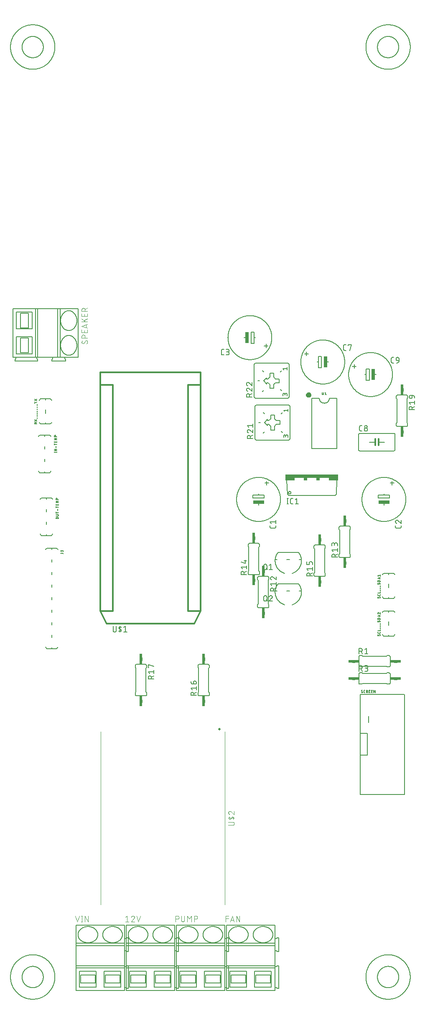
<source format=gbr>
G04 EAGLE Gerber RS-274X export*
G75*
%MOMM*%
%FSLAX34Y34*%
%LPD*%
%INSilkscreen Top*%
%IPPOS*%
%AMOC8*
5,1,8,0,0,1.08239X$1,22.5*%
G01*
%ADD10C,0.203200*%
%ADD11C,0.101600*%
%ADD12C,0.304800*%
%ADD13C,0.127000*%
%ADD14C,0.500000*%
%ADD15C,0.120000*%
%ADD16R,10.668000X0.762000*%
%ADD17R,1.905000X0.508000*%
%ADD18R,0.762000X0.508000*%
%ADD19C,0.152400*%
%ADD20R,2.286000X0.635000*%
%ADD21C,0.609600*%
%ADD22R,0.609600X0.863600*%
%ADD23R,0.863600X0.609600*%
%ADD24R,0.635000X2.286000*%

G36*
X620256Y1231389D02*
X620256Y1231389D01*
X620304Y1231404D01*
X620394Y1231421D01*
X621401Y1231773D01*
X621445Y1231798D01*
X621529Y1231835D01*
X622432Y1232402D01*
X622469Y1232436D01*
X622543Y1232491D01*
X623297Y1233245D01*
X623326Y1233286D01*
X623386Y1233356D01*
X623953Y1234259D01*
X623972Y1234306D01*
X624015Y1234387D01*
X624367Y1235393D01*
X624375Y1235443D01*
X624398Y1235532D01*
X624518Y1236592D01*
X624514Y1236642D01*
X624518Y1236734D01*
X624398Y1237793D01*
X624384Y1237842D01*
X624367Y1237932D01*
X624015Y1238938D01*
X623990Y1238982D01*
X623953Y1239066D01*
X623386Y1239969D01*
X623352Y1240007D01*
X623297Y1240080D01*
X622543Y1240834D01*
X622501Y1240863D01*
X622432Y1240923D01*
X621529Y1241490D01*
X621482Y1241509D01*
X621401Y1241552D01*
X620394Y1241904D01*
X620344Y1241912D01*
X620256Y1241936D01*
X619196Y1242055D01*
X619146Y1242052D01*
X619054Y1242055D01*
X617994Y1241936D01*
X617946Y1241921D01*
X617856Y1241904D01*
X616849Y1241552D01*
X616805Y1241527D01*
X616721Y1241490D01*
X615818Y1240923D01*
X615781Y1240889D01*
X615707Y1240834D01*
X614953Y1240080D01*
X614924Y1240039D01*
X614865Y1239969D01*
X614297Y1239066D01*
X614278Y1239020D01*
X614235Y1238938D01*
X613883Y1237932D01*
X613875Y1237882D01*
X613852Y1237793D01*
X613732Y1236734D01*
X613736Y1236683D01*
X613732Y1236592D01*
X613852Y1235532D01*
X613866Y1235484D01*
X613883Y1235393D01*
X614235Y1234387D01*
X614260Y1234343D01*
X614297Y1234259D01*
X614865Y1233356D01*
X614899Y1233318D01*
X614953Y1233245D01*
X615707Y1232491D01*
X615749Y1232462D01*
X615818Y1232402D01*
X616721Y1231835D01*
X616768Y1231816D01*
X616849Y1231773D01*
X617856Y1231421D01*
X617906Y1231413D01*
X617994Y1231389D01*
X619054Y1231270D01*
X619104Y1231273D01*
X619196Y1231270D01*
X620256Y1231389D01*
G37*
D10*
X550650Y82583D02*
X452650Y82583D01*
X452650Y78060D02*
X550650Y78060D01*
X550650Y123520D02*
X452650Y123520D01*
X452650Y128385D02*
X550650Y128385D01*
X526650Y162119D02*
X526052Y162112D01*
X525455Y162090D01*
X524859Y162053D01*
X524264Y162002D01*
X523670Y161936D01*
X523078Y161856D01*
X522489Y161761D01*
X522489Y161760D02*
X521983Y161666D01*
X521480Y161562D01*
X520979Y161446D01*
X520481Y161319D01*
X519986Y161182D01*
X519494Y161033D01*
X519005Y160874D01*
X518520Y160704D01*
X518050Y160526D01*
X517584Y160338D01*
X517122Y160139D01*
X516665Y159929D01*
X516213Y159709D01*
X515767Y159479D01*
X515325Y159238D01*
X514890Y158987D01*
X514523Y158764D01*
X514162Y158533D01*
X513806Y158294D01*
X513456Y158047D01*
X513110Y157792D01*
X512771Y157530D01*
X512437Y157261D01*
X512110Y156984D01*
X511788Y156700D01*
X511789Y156700D02*
X511487Y156419D01*
X511191Y156131D01*
X510903Y155836D01*
X510622Y155534D01*
X510348Y155225D01*
X510081Y154910D01*
X509823Y154588D01*
X509572Y154261D01*
X509329Y153927D01*
X509118Y153619D01*
X508914Y153307D01*
X508717Y152989D01*
X508529Y152667D01*
X508348Y152341D01*
X508175Y152010D01*
X508011Y151675D01*
X507854Y151336D01*
X507855Y151336D02*
X507727Y151040D01*
X507606Y150741D01*
X507492Y150440D01*
X507385Y150136D01*
X507285Y149829D01*
X507192Y149521D01*
X507106Y149210D01*
X507027Y148898D01*
X506955Y148584D01*
X506891Y148271D01*
X506835Y147958D01*
X506786Y147642D01*
X506745Y147326D01*
X506711Y147009D01*
X506684Y146692D01*
X506665Y146373D01*
X506654Y146055D01*
X506650Y145736D01*
X546345Y148584D02*
X546409Y148272D01*
X546465Y147958D01*
X546514Y147643D01*
X546555Y147327D01*
X546589Y147009D01*
X546616Y146692D01*
X546635Y146373D01*
X546646Y146055D01*
X546650Y145736D01*
X546345Y148584D02*
X546273Y148898D01*
X546194Y149211D01*
X546108Y149521D01*
X546015Y149830D01*
X545915Y150136D01*
X545808Y150440D01*
X545693Y150741D01*
X545572Y151040D01*
X545445Y151336D01*
X545445Y151337D02*
X545307Y151638D01*
X545162Y151937D01*
X545011Y152232D01*
X544853Y152524D01*
X544689Y152812D01*
X544519Y153097D01*
X544343Y153378D01*
X544160Y153655D01*
X543971Y153928D01*
X543971Y153927D02*
X543728Y154261D01*
X543478Y154589D01*
X543219Y154911D01*
X542953Y155226D01*
X542679Y155535D01*
X542398Y155837D01*
X542109Y156132D01*
X541813Y156420D01*
X541511Y156700D01*
X541190Y156984D01*
X540863Y157262D01*
X540530Y157531D01*
X540191Y157794D01*
X539846Y158048D01*
X539495Y158295D01*
X539139Y158534D01*
X538777Y158764D01*
X538410Y158987D01*
X537975Y159238D01*
X537534Y159480D01*
X537087Y159711D01*
X536635Y159931D01*
X536178Y160141D01*
X535717Y160339D01*
X535250Y160527D01*
X534780Y160704D01*
X534295Y160875D01*
X533807Y161034D01*
X533315Y161183D01*
X532819Y161320D01*
X532321Y161447D01*
X531820Y161563D01*
X531317Y161667D01*
X530811Y161760D01*
X530295Y161844D01*
X529777Y161917D01*
X529258Y161979D01*
X528738Y162029D01*
X528217Y162069D01*
X527695Y162097D01*
X527172Y162114D01*
X526650Y162119D01*
X496212Y149144D02*
X496287Y148840D01*
X496356Y148534D01*
X496417Y148227D01*
X496471Y147919D01*
X496518Y147609D01*
X496558Y147298D01*
X496591Y146987D01*
X496617Y146675D01*
X496635Y146362D01*
X496646Y146049D01*
X496650Y145736D01*
X496212Y149144D02*
X496119Y149482D01*
X496018Y149818D01*
X495909Y150151D01*
X495792Y150482D01*
X495667Y150809D01*
X495534Y151134D01*
X495393Y151455D01*
X495244Y151772D01*
X495087Y152086D01*
X494923Y152395D01*
X494759Y152696D01*
X494589Y152994D01*
X494411Y153287D01*
X494226Y153576D01*
X494035Y153860D01*
X493837Y154140D01*
X493632Y154415D01*
X493421Y154685D01*
X493203Y154950D01*
X492979Y155209D01*
X492749Y155463D01*
X492513Y155712D01*
X492514Y155713D02*
X492213Y156026D01*
X491904Y156331D01*
X491589Y156629D01*
X491266Y156920D01*
X490937Y157202D01*
X490601Y157477D01*
X490259Y157744D01*
X489910Y158003D01*
X489556Y158254D01*
X489196Y158496D01*
X488830Y158730D01*
X488831Y158730D02*
X488402Y158992D01*
X487967Y159244D01*
X487526Y159485D01*
X487080Y159716D01*
X486628Y159936D01*
X486172Y160145D01*
X485710Y160344D01*
X485244Y160531D01*
X484774Y160708D01*
X484300Y160873D01*
X484299Y160873D02*
X483753Y161050D01*
X483203Y161214D01*
X482649Y161364D01*
X482092Y161501D01*
X481532Y161624D01*
X480969Y161733D01*
X480403Y161829D01*
X479835Y161910D01*
X479266Y161978D01*
X478686Y162033D01*
X478105Y162075D01*
X477523Y162102D01*
X476941Y162116D01*
X476359Y162116D01*
X475777Y162102D01*
X475195Y162075D01*
X474614Y162033D01*
X474034Y161978D01*
X474035Y161978D02*
X473465Y161909D01*
X472897Y161827D01*
X472332Y161731D01*
X471769Y161622D01*
X471208Y161499D01*
X470651Y161362D01*
X470097Y161212D01*
X469547Y161049D01*
X469002Y160873D01*
X469001Y160873D02*
X468527Y160706D01*
X468057Y160529D01*
X467591Y160341D01*
X467130Y160142D01*
X466673Y159932D01*
X466222Y159712D01*
X465775Y159482D01*
X465335Y159241D01*
X464899Y158990D01*
X464470Y158730D01*
X464105Y158495D01*
X463746Y158252D01*
X463392Y158000D01*
X463044Y157741D01*
X462702Y157474D01*
X462366Y157199D01*
X462037Y156916D01*
X461714Y156626D01*
X461398Y156329D01*
X461089Y156024D01*
X460786Y155713D01*
X460786Y155712D02*
X460512Y155406D01*
X460246Y155094D01*
X459986Y154775D01*
X459733Y154451D01*
X459488Y154121D01*
X459250Y153786D01*
X459020Y153446D01*
X458798Y153100D01*
X458583Y152750D01*
X458376Y152395D01*
X458377Y152394D02*
X458214Y152084D01*
X458057Y151771D01*
X457909Y151453D01*
X457768Y151132D01*
X457635Y150808D01*
X457510Y150480D01*
X457392Y150150D01*
X457283Y149817D01*
X457182Y149481D01*
X457088Y149144D01*
X457013Y148840D01*
X456944Y148534D01*
X456883Y148227D01*
X456829Y147919D01*
X456782Y147609D01*
X456742Y147298D01*
X456709Y146987D01*
X456684Y146675D01*
X456665Y146362D01*
X456654Y146049D01*
X456650Y145736D01*
X456654Y145417D01*
X456665Y145098D01*
X456684Y144779D01*
X456711Y144462D01*
X456745Y144144D01*
X456786Y143828D01*
X456835Y143513D01*
X456891Y143199D01*
X456955Y142887D01*
X457027Y142572D01*
X457105Y142260D01*
X457192Y141950D01*
X457285Y141641D01*
X457385Y141335D01*
X457492Y141031D01*
X457606Y140730D01*
X457727Y140431D01*
X457855Y140136D01*
X457993Y139834D01*
X458138Y139535D01*
X458289Y139240D01*
X458447Y138948D01*
X458611Y138660D01*
X458782Y138375D01*
X458958Y138094D01*
X459141Y137817D01*
X459330Y137545D01*
X459329Y137544D02*
X459571Y137210D01*
X459822Y136882D01*
X460080Y136560D01*
X460347Y136245D01*
X460621Y135936D01*
X460902Y135634D01*
X461191Y135339D01*
X461486Y135051D01*
X461789Y134771D01*
X462110Y134486D01*
X462437Y134209D01*
X462771Y133939D01*
X463110Y133677D01*
X463455Y133423D01*
X463806Y133176D01*
X464162Y132937D01*
X464524Y132706D01*
X464890Y132484D01*
X465326Y132233D01*
X465767Y131991D01*
X466213Y131761D01*
X466665Y131540D01*
X467122Y131331D01*
X467584Y131132D01*
X468050Y130944D01*
X468520Y130767D01*
X469005Y130596D01*
X469493Y130437D01*
X469985Y130288D01*
X470481Y130151D01*
X470979Y130024D01*
X471480Y129908D01*
X471983Y129804D01*
X472489Y129711D01*
X473004Y129627D01*
X473522Y129554D01*
X474041Y129492D01*
X474561Y129442D01*
X475083Y129402D01*
X475604Y129374D01*
X476127Y129357D01*
X476650Y129352D01*
X507088Y142327D02*
X507013Y142631D01*
X506944Y142936D01*
X506883Y143244D01*
X506829Y143552D01*
X506782Y143862D01*
X506742Y144173D01*
X506709Y144484D01*
X506683Y144796D01*
X506665Y145109D01*
X506654Y145422D01*
X506650Y145736D01*
X507088Y142327D02*
X507181Y141989D01*
X507282Y141653D01*
X507391Y141320D01*
X507508Y140989D01*
X507633Y140662D01*
X507766Y140338D01*
X507907Y140017D01*
X508056Y139699D01*
X508213Y139386D01*
X508377Y139076D01*
X508540Y138775D01*
X508711Y138477D01*
X508888Y138184D01*
X509073Y137895D01*
X509264Y137611D01*
X509462Y137331D01*
X509667Y137056D01*
X509878Y136786D01*
X510096Y136521D01*
X510320Y136262D01*
X510550Y136007D01*
X510786Y135759D01*
X511088Y135446D01*
X511396Y135141D01*
X511712Y134843D01*
X512034Y134552D01*
X512363Y134269D01*
X512699Y133994D01*
X513042Y133727D01*
X513390Y133468D01*
X513744Y133217D01*
X514105Y132975D01*
X514470Y132741D01*
X514899Y132479D01*
X515334Y132227D01*
X515774Y131986D01*
X516220Y131755D01*
X516672Y131535D01*
X517129Y131326D01*
X517590Y131127D01*
X518056Y130940D01*
X518527Y130763D01*
X519001Y130598D01*
X519546Y130421D01*
X520096Y130257D01*
X520650Y130107D01*
X521207Y129970D01*
X521767Y129847D01*
X522331Y129738D01*
X522896Y129642D01*
X523464Y129561D01*
X524034Y129493D01*
X524614Y129438D01*
X525195Y129396D01*
X525777Y129369D01*
X526359Y129355D01*
X526941Y129355D01*
X527523Y129369D01*
X528105Y129396D01*
X528686Y129438D01*
X529266Y129493D01*
X529836Y129562D01*
X530404Y129644D01*
X530969Y129740D01*
X531532Y129849D01*
X532093Y129972D01*
X532650Y130109D01*
X533203Y130259D01*
X533753Y130422D01*
X534299Y130598D01*
X534773Y130765D01*
X535243Y130942D01*
X535708Y131130D01*
X536170Y131329D01*
X536626Y131539D01*
X537078Y131759D01*
X537524Y131989D01*
X537965Y132230D01*
X538400Y132481D01*
X538830Y132741D01*
X539195Y132976D01*
X539554Y133219D01*
X539908Y133471D01*
X540256Y133730D01*
X540598Y133997D01*
X540934Y134272D01*
X541263Y134555D01*
X541586Y134845D01*
X541902Y135143D01*
X542211Y135447D01*
X542514Y135759D01*
X542788Y136065D01*
X543054Y136378D01*
X543314Y136696D01*
X543566Y137020D01*
X543812Y137350D01*
X544049Y137685D01*
X544279Y138025D01*
X544502Y138370D01*
X544716Y138721D01*
X544923Y139076D01*
X544923Y139075D02*
X545087Y139385D01*
X545243Y139699D01*
X545392Y140017D01*
X545533Y140338D01*
X545666Y140662D01*
X545791Y140989D01*
X545909Y141320D01*
X546018Y141653D01*
X546119Y141988D01*
X546212Y142326D01*
X546212Y142327D02*
X546287Y142631D01*
X546356Y142936D01*
X546417Y143244D01*
X546471Y143552D01*
X546518Y143862D01*
X546558Y144173D01*
X546591Y144484D01*
X546617Y144796D01*
X546635Y145109D01*
X546646Y145422D01*
X546650Y145736D01*
X480811Y129711D02*
X480222Y129616D01*
X479630Y129536D01*
X479036Y129470D01*
X478441Y129419D01*
X477845Y129382D01*
X477248Y129360D01*
X476650Y129353D01*
X480811Y129711D02*
X481317Y129805D01*
X481820Y129909D01*
X482321Y130025D01*
X482819Y130152D01*
X483314Y130289D01*
X483806Y130438D01*
X484295Y130597D01*
X484780Y130767D01*
X485250Y130944D01*
X485716Y131132D01*
X486178Y131331D01*
X486635Y131541D01*
X487087Y131761D01*
X487533Y131992D01*
X487974Y132233D01*
X488410Y132484D01*
X488409Y132484D02*
X488776Y132708D01*
X489137Y132939D01*
X489493Y133178D01*
X489843Y133425D01*
X490188Y133679D01*
X490528Y133941D01*
X490861Y134211D01*
X491189Y134487D01*
X491510Y134771D01*
X491511Y134771D02*
X491813Y135052D01*
X492109Y135340D01*
X492397Y135635D01*
X492678Y135937D01*
X492952Y136246D01*
X493218Y136561D01*
X493477Y136883D01*
X493728Y137210D01*
X493971Y137544D01*
X494183Y137852D01*
X494387Y138165D01*
X494583Y138482D01*
X494772Y138804D01*
X494952Y139131D01*
X495125Y139462D01*
X495290Y139797D01*
X495446Y140136D01*
X495445Y140136D02*
X495572Y140432D01*
X495693Y140730D01*
X495807Y141032D01*
X495914Y141336D01*
X496014Y141642D01*
X496107Y141950D01*
X496194Y142261D01*
X496273Y142573D01*
X496345Y142887D01*
X496409Y143199D01*
X496465Y143513D01*
X496513Y143828D01*
X496555Y144145D01*
X496589Y144462D01*
X496615Y144780D01*
X496634Y145098D01*
X496645Y145417D01*
X496649Y145736D01*
X452650Y32600D02*
X550650Y32600D01*
X550650Y78060D01*
X550650Y82583D01*
X550650Y123520D01*
X550650Y128385D01*
X550650Y164600D01*
X452650Y164600D01*
X452650Y128385D01*
X452650Y123520D01*
X452650Y82583D01*
X452650Y78060D01*
X452650Y32600D01*
X461650Y47600D02*
X491650Y47600D01*
X491650Y64100D01*
X461650Y64100D01*
X461650Y47600D01*
X459650Y39600D02*
X493650Y39600D01*
X493650Y71600D01*
X459650Y71600D01*
X459650Y39600D01*
X551650Y38600D02*
X553650Y38600D01*
X555650Y37100D01*
X558150Y37100D01*
X558150Y82600D01*
X556150Y82600D01*
X553650Y81100D01*
X551650Y81100D01*
X551650Y113100D02*
X553650Y113100D01*
X555650Y111100D01*
X558150Y111100D01*
X558150Y139100D01*
X555650Y139100D01*
X553650Y137600D01*
X551650Y137600D01*
X511650Y50100D02*
X511650Y47600D01*
X541650Y47600D01*
X541650Y64100D01*
X511650Y64100D01*
X511650Y50100D01*
X509650Y39600D02*
X543650Y39600D01*
X543650Y71600D01*
X509650Y71600D01*
X509650Y39600D01*
D11*
X451358Y171958D02*
X451358Y183642D01*
X456551Y183642D01*
X456551Y178449D02*
X451358Y178449D01*
X460211Y171958D02*
X464106Y183642D01*
X468001Y171958D01*
X467027Y174879D02*
X461185Y174879D01*
X472671Y171958D02*
X472671Y183642D01*
X479163Y171958D01*
X479163Y183642D01*
D10*
X449050Y82583D02*
X351050Y82583D01*
X351050Y78060D02*
X449050Y78060D01*
X449050Y123520D02*
X351050Y123520D01*
X351050Y128385D02*
X449050Y128385D01*
X425050Y162119D02*
X424452Y162112D01*
X423855Y162090D01*
X423259Y162053D01*
X422664Y162002D01*
X422070Y161936D01*
X421478Y161856D01*
X420889Y161761D01*
X420889Y161760D02*
X420383Y161666D01*
X419880Y161562D01*
X419379Y161446D01*
X418881Y161319D01*
X418386Y161182D01*
X417894Y161033D01*
X417405Y160874D01*
X416920Y160704D01*
X416450Y160526D01*
X415984Y160338D01*
X415522Y160139D01*
X415065Y159929D01*
X414613Y159709D01*
X414167Y159479D01*
X413725Y159238D01*
X413290Y158987D01*
X412923Y158764D01*
X412562Y158533D01*
X412206Y158294D01*
X411856Y158047D01*
X411510Y157792D01*
X411171Y157530D01*
X410837Y157261D01*
X410510Y156984D01*
X410188Y156700D01*
X410189Y156700D02*
X409887Y156419D01*
X409591Y156131D01*
X409303Y155836D01*
X409022Y155534D01*
X408748Y155225D01*
X408481Y154910D01*
X408223Y154588D01*
X407972Y154261D01*
X407729Y153927D01*
X407518Y153619D01*
X407314Y153307D01*
X407117Y152989D01*
X406929Y152667D01*
X406748Y152341D01*
X406575Y152010D01*
X406411Y151675D01*
X406254Y151336D01*
X406255Y151336D02*
X406127Y151040D01*
X406006Y150741D01*
X405892Y150440D01*
X405785Y150136D01*
X405685Y149829D01*
X405592Y149521D01*
X405506Y149210D01*
X405427Y148898D01*
X405355Y148584D01*
X405291Y148271D01*
X405235Y147958D01*
X405186Y147642D01*
X405145Y147326D01*
X405111Y147009D01*
X405084Y146692D01*
X405065Y146373D01*
X405054Y146055D01*
X405050Y145736D01*
X444745Y148584D02*
X444809Y148272D01*
X444865Y147958D01*
X444914Y147643D01*
X444955Y147327D01*
X444989Y147009D01*
X445016Y146692D01*
X445035Y146373D01*
X445046Y146055D01*
X445050Y145736D01*
X444745Y148584D02*
X444673Y148898D01*
X444594Y149211D01*
X444508Y149521D01*
X444415Y149830D01*
X444315Y150136D01*
X444208Y150440D01*
X444093Y150741D01*
X443972Y151040D01*
X443845Y151336D01*
X443845Y151337D02*
X443707Y151638D01*
X443562Y151937D01*
X443411Y152232D01*
X443253Y152524D01*
X443089Y152812D01*
X442919Y153097D01*
X442743Y153378D01*
X442560Y153655D01*
X442371Y153928D01*
X442371Y153927D02*
X442128Y154261D01*
X441878Y154589D01*
X441619Y154911D01*
X441353Y155226D01*
X441079Y155535D01*
X440798Y155837D01*
X440509Y156132D01*
X440213Y156420D01*
X439911Y156700D01*
X439590Y156984D01*
X439263Y157262D01*
X438930Y157531D01*
X438591Y157794D01*
X438246Y158048D01*
X437895Y158295D01*
X437539Y158534D01*
X437177Y158764D01*
X436810Y158987D01*
X436375Y159238D01*
X435934Y159480D01*
X435487Y159711D01*
X435035Y159931D01*
X434578Y160141D01*
X434117Y160339D01*
X433650Y160527D01*
X433180Y160704D01*
X432695Y160875D01*
X432207Y161034D01*
X431715Y161183D01*
X431219Y161320D01*
X430721Y161447D01*
X430220Y161563D01*
X429717Y161667D01*
X429211Y161760D01*
X428695Y161844D01*
X428177Y161917D01*
X427658Y161979D01*
X427138Y162029D01*
X426617Y162069D01*
X426095Y162097D01*
X425572Y162114D01*
X425050Y162119D01*
X394612Y149144D02*
X394687Y148840D01*
X394756Y148534D01*
X394817Y148227D01*
X394871Y147919D01*
X394918Y147609D01*
X394958Y147298D01*
X394991Y146987D01*
X395017Y146675D01*
X395035Y146362D01*
X395046Y146049D01*
X395050Y145736D01*
X394612Y149144D02*
X394519Y149482D01*
X394418Y149818D01*
X394309Y150151D01*
X394192Y150482D01*
X394067Y150809D01*
X393934Y151134D01*
X393793Y151455D01*
X393644Y151772D01*
X393487Y152086D01*
X393323Y152395D01*
X393159Y152696D01*
X392989Y152994D01*
X392811Y153287D01*
X392626Y153576D01*
X392435Y153860D01*
X392237Y154140D01*
X392032Y154415D01*
X391821Y154685D01*
X391603Y154950D01*
X391379Y155209D01*
X391149Y155463D01*
X390913Y155712D01*
X390914Y155713D02*
X390613Y156026D01*
X390304Y156331D01*
X389989Y156629D01*
X389666Y156920D01*
X389337Y157202D01*
X389001Y157477D01*
X388659Y157744D01*
X388310Y158003D01*
X387956Y158254D01*
X387596Y158496D01*
X387230Y158730D01*
X387231Y158730D02*
X386802Y158992D01*
X386367Y159244D01*
X385926Y159485D01*
X385480Y159716D01*
X385028Y159936D01*
X384572Y160145D01*
X384110Y160344D01*
X383644Y160531D01*
X383174Y160708D01*
X382700Y160873D01*
X382699Y160873D02*
X382153Y161050D01*
X381603Y161214D01*
X381049Y161364D01*
X380492Y161501D01*
X379932Y161624D01*
X379369Y161733D01*
X378803Y161829D01*
X378235Y161910D01*
X377666Y161978D01*
X377086Y162033D01*
X376505Y162075D01*
X375923Y162102D01*
X375341Y162116D01*
X374759Y162116D01*
X374177Y162102D01*
X373595Y162075D01*
X373014Y162033D01*
X372434Y161978D01*
X372435Y161978D02*
X371865Y161909D01*
X371297Y161827D01*
X370732Y161731D01*
X370169Y161622D01*
X369608Y161499D01*
X369051Y161362D01*
X368497Y161212D01*
X367947Y161049D01*
X367402Y160873D01*
X367401Y160873D02*
X366927Y160706D01*
X366457Y160529D01*
X365991Y160341D01*
X365530Y160142D01*
X365073Y159932D01*
X364622Y159712D01*
X364175Y159482D01*
X363735Y159241D01*
X363299Y158990D01*
X362870Y158730D01*
X362505Y158495D01*
X362146Y158252D01*
X361792Y158000D01*
X361444Y157741D01*
X361102Y157474D01*
X360766Y157199D01*
X360437Y156916D01*
X360114Y156626D01*
X359798Y156329D01*
X359489Y156024D01*
X359186Y155713D01*
X359186Y155712D02*
X358912Y155406D01*
X358646Y155094D01*
X358386Y154775D01*
X358133Y154451D01*
X357888Y154121D01*
X357650Y153786D01*
X357420Y153446D01*
X357198Y153100D01*
X356983Y152750D01*
X356776Y152395D01*
X356777Y152394D02*
X356614Y152084D01*
X356457Y151771D01*
X356309Y151453D01*
X356168Y151132D01*
X356035Y150808D01*
X355910Y150480D01*
X355792Y150150D01*
X355683Y149817D01*
X355582Y149481D01*
X355488Y149144D01*
X355413Y148840D01*
X355344Y148534D01*
X355283Y148227D01*
X355229Y147919D01*
X355182Y147609D01*
X355142Y147298D01*
X355109Y146987D01*
X355084Y146675D01*
X355065Y146362D01*
X355054Y146049D01*
X355050Y145736D01*
X355054Y145417D01*
X355065Y145098D01*
X355084Y144779D01*
X355111Y144462D01*
X355145Y144144D01*
X355186Y143828D01*
X355235Y143513D01*
X355291Y143199D01*
X355355Y142887D01*
X355427Y142572D01*
X355505Y142260D01*
X355592Y141950D01*
X355685Y141641D01*
X355785Y141335D01*
X355892Y141031D01*
X356006Y140730D01*
X356127Y140431D01*
X356255Y140136D01*
X356393Y139834D01*
X356538Y139535D01*
X356689Y139240D01*
X356847Y138948D01*
X357011Y138660D01*
X357182Y138375D01*
X357358Y138094D01*
X357541Y137817D01*
X357730Y137545D01*
X357729Y137544D02*
X357971Y137210D01*
X358222Y136882D01*
X358480Y136560D01*
X358747Y136245D01*
X359021Y135936D01*
X359302Y135634D01*
X359591Y135339D01*
X359886Y135051D01*
X360189Y134771D01*
X360510Y134486D01*
X360837Y134209D01*
X361171Y133939D01*
X361510Y133677D01*
X361855Y133423D01*
X362206Y133176D01*
X362562Y132937D01*
X362924Y132706D01*
X363290Y132484D01*
X363726Y132233D01*
X364167Y131991D01*
X364613Y131761D01*
X365065Y131540D01*
X365522Y131331D01*
X365984Y131132D01*
X366450Y130944D01*
X366920Y130767D01*
X367405Y130596D01*
X367893Y130437D01*
X368385Y130288D01*
X368881Y130151D01*
X369379Y130024D01*
X369880Y129908D01*
X370383Y129804D01*
X370889Y129711D01*
X371404Y129627D01*
X371922Y129554D01*
X372441Y129492D01*
X372961Y129442D01*
X373483Y129402D01*
X374004Y129374D01*
X374527Y129357D01*
X375050Y129352D01*
X405488Y142327D02*
X405413Y142631D01*
X405344Y142936D01*
X405283Y143244D01*
X405229Y143552D01*
X405182Y143862D01*
X405142Y144173D01*
X405109Y144484D01*
X405083Y144796D01*
X405065Y145109D01*
X405054Y145422D01*
X405050Y145736D01*
X405488Y142327D02*
X405581Y141989D01*
X405682Y141653D01*
X405791Y141320D01*
X405908Y140989D01*
X406033Y140662D01*
X406166Y140338D01*
X406307Y140017D01*
X406456Y139699D01*
X406613Y139386D01*
X406777Y139076D01*
X406940Y138775D01*
X407111Y138477D01*
X407288Y138184D01*
X407473Y137895D01*
X407664Y137611D01*
X407862Y137331D01*
X408067Y137056D01*
X408278Y136786D01*
X408496Y136521D01*
X408720Y136262D01*
X408950Y136007D01*
X409186Y135759D01*
X409488Y135446D01*
X409796Y135141D01*
X410112Y134843D01*
X410434Y134552D01*
X410763Y134269D01*
X411099Y133994D01*
X411442Y133727D01*
X411790Y133468D01*
X412144Y133217D01*
X412505Y132975D01*
X412870Y132741D01*
X413299Y132479D01*
X413734Y132227D01*
X414174Y131986D01*
X414620Y131755D01*
X415072Y131535D01*
X415529Y131326D01*
X415990Y131127D01*
X416456Y130940D01*
X416927Y130763D01*
X417401Y130598D01*
X417946Y130421D01*
X418496Y130257D01*
X419050Y130107D01*
X419607Y129970D01*
X420167Y129847D01*
X420731Y129738D01*
X421296Y129642D01*
X421864Y129561D01*
X422434Y129493D01*
X423014Y129438D01*
X423595Y129396D01*
X424177Y129369D01*
X424759Y129355D01*
X425341Y129355D01*
X425923Y129369D01*
X426505Y129396D01*
X427086Y129438D01*
X427666Y129493D01*
X428236Y129562D01*
X428804Y129644D01*
X429369Y129740D01*
X429932Y129849D01*
X430493Y129972D01*
X431050Y130109D01*
X431603Y130259D01*
X432153Y130422D01*
X432699Y130598D01*
X433173Y130765D01*
X433643Y130942D01*
X434108Y131130D01*
X434570Y131329D01*
X435026Y131539D01*
X435478Y131759D01*
X435924Y131989D01*
X436365Y132230D01*
X436800Y132481D01*
X437230Y132741D01*
X437595Y132976D01*
X437954Y133219D01*
X438308Y133471D01*
X438656Y133730D01*
X438998Y133997D01*
X439334Y134272D01*
X439663Y134555D01*
X439986Y134845D01*
X440302Y135143D01*
X440611Y135447D01*
X440914Y135759D01*
X441188Y136065D01*
X441454Y136378D01*
X441714Y136696D01*
X441966Y137020D01*
X442212Y137350D01*
X442449Y137685D01*
X442679Y138025D01*
X442902Y138370D01*
X443116Y138721D01*
X443323Y139076D01*
X443323Y139075D02*
X443487Y139385D01*
X443643Y139699D01*
X443792Y140017D01*
X443933Y140338D01*
X444066Y140662D01*
X444191Y140989D01*
X444309Y141320D01*
X444418Y141653D01*
X444519Y141988D01*
X444612Y142326D01*
X444612Y142327D02*
X444687Y142631D01*
X444756Y142936D01*
X444817Y143244D01*
X444871Y143552D01*
X444918Y143862D01*
X444958Y144173D01*
X444991Y144484D01*
X445017Y144796D01*
X445035Y145109D01*
X445046Y145422D01*
X445050Y145736D01*
X379211Y129711D02*
X378622Y129616D01*
X378030Y129536D01*
X377436Y129470D01*
X376841Y129419D01*
X376245Y129382D01*
X375648Y129360D01*
X375050Y129353D01*
X379211Y129711D02*
X379717Y129805D01*
X380220Y129909D01*
X380721Y130025D01*
X381219Y130152D01*
X381714Y130289D01*
X382206Y130438D01*
X382695Y130597D01*
X383180Y130767D01*
X383650Y130944D01*
X384116Y131132D01*
X384578Y131331D01*
X385035Y131541D01*
X385487Y131761D01*
X385933Y131992D01*
X386374Y132233D01*
X386810Y132484D01*
X386809Y132484D02*
X387176Y132708D01*
X387537Y132939D01*
X387893Y133178D01*
X388243Y133425D01*
X388588Y133679D01*
X388928Y133941D01*
X389261Y134211D01*
X389589Y134487D01*
X389910Y134771D01*
X389911Y134771D02*
X390213Y135052D01*
X390509Y135340D01*
X390797Y135635D01*
X391078Y135937D01*
X391352Y136246D01*
X391618Y136561D01*
X391877Y136883D01*
X392128Y137210D01*
X392371Y137544D01*
X392583Y137852D01*
X392787Y138165D01*
X392983Y138482D01*
X393172Y138804D01*
X393352Y139131D01*
X393525Y139462D01*
X393690Y139797D01*
X393846Y140136D01*
X393845Y140136D02*
X393972Y140432D01*
X394093Y140730D01*
X394207Y141032D01*
X394314Y141336D01*
X394414Y141642D01*
X394507Y141950D01*
X394594Y142261D01*
X394673Y142573D01*
X394745Y142887D01*
X394809Y143199D01*
X394865Y143513D01*
X394913Y143828D01*
X394955Y144145D01*
X394989Y144462D01*
X395015Y144780D01*
X395034Y145098D01*
X395045Y145417D01*
X395049Y145736D01*
X351050Y32600D02*
X449050Y32600D01*
X449050Y78060D01*
X449050Y82583D01*
X449050Y123520D01*
X449050Y128385D01*
X449050Y164600D01*
X351050Y164600D01*
X351050Y128385D01*
X351050Y123520D01*
X351050Y82583D01*
X351050Y78060D01*
X351050Y32600D01*
X360050Y47600D02*
X390050Y47600D01*
X390050Y64100D01*
X360050Y64100D01*
X360050Y47600D01*
X358050Y39600D02*
X392050Y39600D01*
X392050Y71600D01*
X358050Y71600D01*
X358050Y39600D01*
X450050Y38600D02*
X452050Y38600D01*
X454050Y37100D01*
X456550Y37100D01*
X456550Y82600D01*
X454550Y82600D01*
X452050Y81100D01*
X450050Y81100D01*
X450050Y113100D02*
X452050Y113100D01*
X454050Y111100D01*
X456550Y111100D01*
X456550Y139100D01*
X454050Y139100D01*
X452050Y137600D01*
X450050Y137600D01*
X410050Y50100D02*
X410050Y47600D01*
X440050Y47600D01*
X440050Y64100D01*
X410050Y64100D01*
X410050Y50100D01*
X408050Y39600D02*
X442050Y39600D01*
X442050Y71600D01*
X408050Y71600D01*
X408050Y39600D01*
D11*
X349758Y171958D02*
X349758Y183642D01*
X353004Y183642D01*
X353117Y183640D01*
X353230Y183634D01*
X353343Y183624D01*
X353456Y183610D01*
X353568Y183593D01*
X353679Y183571D01*
X353789Y183546D01*
X353899Y183516D01*
X354007Y183483D01*
X354114Y183446D01*
X354220Y183406D01*
X354324Y183361D01*
X354427Y183313D01*
X354528Y183262D01*
X354627Y183207D01*
X354724Y183149D01*
X354819Y183087D01*
X354912Y183022D01*
X355002Y182954D01*
X355090Y182883D01*
X355176Y182808D01*
X355259Y182731D01*
X355339Y182651D01*
X355416Y182568D01*
X355491Y182482D01*
X355562Y182394D01*
X355630Y182304D01*
X355695Y182211D01*
X355757Y182116D01*
X355815Y182019D01*
X355870Y181920D01*
X355921Y181819D01*
X355969Y181716D01*
X356014Y181612D01*
X356054Y181506D01*
X356091Y181399D01*
X356124Y181291D01*
X356154Y181181D01*
X356179Y181071D01*
X356201Y180960D01*
X356218Y180848D01*
X356232Y180735D01*
X356242Y180622D01*
X356248Y180509D01*
X356250Y180396D01*
X356248Y180283D01*
X356242Y180170D01*
X356232Y180057D01*
X356218Y179944D01*
X356201Y179832D01*
X356179Y179721D01*
X356154Y179611D01*
X356124Y179501D01*
X356091Y179393D01*
X356054Y179286D01*
X356014Y179180D01*
X355969Y179076D01*
X355921Y178973D01*
X355870Y178872D01*
X355815Y178773D01*
X355757Y178676D01*
X355695Y178581D01*
X355630Y178488D01*
X355562Y178398D01*
X355491Y178310D01*
X355416Y178224D01*
X355339Y178141D01*
X355259Y178061D01*
X355176Y177984D01*
X355090Y177909D01*
X355002Y177838D01*
X354912Y177770D01*
X354819Y177705D01*
X354724Y177643D01*
X354627Y177585D01*
X354528Y177530D01*
X354427Y177479D01*
X354324Y177431D01*
X354220Y177386D01*
X354114Y177346D01*
X354007Y177309D01*
X353899Y177276D01*
X353789Y177246D01*
X353679Y177221D01*
X353568Y177199D01*
X353456Y177182D01*
X353343Y177168D01*
X353230Y177158D01*
X353117Y177152D01*
X353004Y177150D01*
X353004Y177151D02*
X349758Y177151D01*
X361019Y175204D02*
X361019Y183642D01*
X361018Y175204D02*
X361020Y175091D01*
X361026Y174978D01*
X361036Y174865D01*
X361050Y174752D01*
X361067Y174640D01*
X361089Y174529D01*
X361114Y174419D01*
X361144Y174309D01*
X361177Y174201D01*
X361214Y174094D01*
X361254Y173988D01*
X361299Y173884D01*
X361347Y173781D01*
X361398Y173680D01*
X361453Y173581D01*
X361511Y173484D01*
X361573Y173389D01*
X361638Y173296D01*
X361706Y173206D01*
X361777Y173118D01*
X361852Y173032D01*
X361929Y172949D01*
X362009Y172869D01*
X362092Y172792D01*
X362178Y172717D01*
X362266Y172646D01*
X362356Y172578D01*
X362449Y172513D01*
X362544Y172451D01*
X362641Y172393D01*
X362740Y172338D01*
X362841Y172287D01*
X362944Y172239D01*
X363048Y172194D01*
X363154Y172154D01*
X363261Y172117D01*
X363369Y172084D01*
X363479Y172054D01*
X363589Y172029D01*
X363700Y172007D01*
X363812Y171990D01*
X363925Y171976D01*
X364038Y171966D01*
X364151Y171960D01*
X364264Y171958D01*
X364377Y171960D01*
X364490Y171966D01*
X364603Y171976D01*
X364716Y171990D01*
X364828Y172007D01*
X364939Y172029D01*
X365049Y172054D01*
X365159Y172084D01*
X365267Y172117D01*
X365374Y172154D01*
X365480Y172194D01*
X365584Y172239D01*
X365687Y172287D01*
X365788Y172338D01*
X365887Y172393D01*
X365984Y172451D01*
X366079Y172513D01*
X366172Y172578D01*
X366262Y172646D01*
X366350Y172717D01*
X366436Y172792D01*
X366519Y172869D01*
X366599Y172949D01*
X366676Y173032D01*
X366751Y173118D01*
X366822Y173206D01*
X366890Y173296D01*
X366955Y173389D01*
X367017Y173484D01*
X367075Y173581D01*
X367130Y173680D01*
X367181Y173781D01*
X367229Y173884D01*
X367274Y173988D01*
X367314Y174094D01*
X367351Y174201D01*
X367384Y174309D01*
X367414Y174419D01*
X367439Y174529D01*
X367461Y174640D01*
X367478Y174752D01*
X367492Y174865D01*
X367502Y174978D01*
X367508Y175091D01*
X367510Y175204D01*
X367510Y183642D01*
X373324Y183642D02*
X373324Y171958D01*
X377218Y177151D02*
X373324Y183642D01*
X377218Y177151D02*
X381113Y183642D01*
X381113Y171958D01*
X387096Y171958D02*
X387096Y183642D01*
X390341Y183642D01*
X390454Y183640D01*
X390567Y183634D01*
X390680Y183624D01*
X390793Y183610D01*
X390905Y183593D01*
X391016Y183571D01*
X391126Y183546D01*
X391236Y183516D01*
X391344Y183483D01*
X391451Y183446D01*
X391557Y183406D01*
X391661Y183361D01*
X391764Y183313D01*
X391865Y183262D01*
X391964Y183207D01*
X392061Y183149D01*
X392156Y183087D01*
X392249Y183022D01*
X392339Y182954D01*
X392427Y182883D01*
X392513Y182808D01*
X392596Y182731D01*
X392676Y182651D01*
X392753Y182568D01*
X392828Y182482D01*
X392899Y182394D01*
X392967Y182304D01*
X393032Y182211D01*
X393094Y182116D01*
X393152Y182019D01*
X393207Y181920D01*
X393258Y181819D01*
X393306Y181716D01*
X393351Y181612D01*
X393391Y181506D01*
X393428Y181399D01*
X393461Y181291D01*
X393491Y181181D01*
X393516Y181071D01*
X393538Y180960D01*
X393555Y180848D01*
X393569Y180735D01*
X393579Y180622D01*
X393585Y180509D01*
X393587Y180396D01*
X393585Y180283D01*
X393579Y180170D01*
X393569Y180057D01*
X393555Y179944D01*
X393538Y179832D01*
X393516Y179721D01*
X393491Y179611D01*
X393461Y179501D01*
X393428Y179393D01*
X393391Y179286D01*
X393351Y179180D01*
X393306Y179076D01*
X393258Y178973D01*
X393207Y178872D01*
X393152Y178773D01*
X393094Y178676D01*
X393032Y178581D01*
X392967Y178488D01*
X392899Y178398D01*
X392828Y178310D01*
X392753Y178224D01*
X392676Y178141D01*
X392596Y178061D01*
X392513Y177984D01*
X392427Y177909D01*
X392339Y177838D01*
X392249Y177770D01*
X392156Y177705D01*
X392061Y177643D01*
X391964Y177585D01*
X391865Y177530D01*
X391764Y177479D01*
X391661Y177431D01*
X391557Y177386D01*
X391451Y177346D01*
X391344Y177309D01*
X391236Y177276D01*
X391126Y177246D01*
X391016Y177221D01*
X390905Y177199D01*
X390793Y177182D01*
X390680Y177168D01*
X390567Y177158D01*
X390454Y177152D01*
X390341Y177150D01*
X390341Y177151D02*
X387096Y177151D01*
D12*
X400050Y1257300D02*
X400050Y1282700D01*
X196850Y1282700D02*
X196850Y1257300D01*
X196850Y1282700D02*
X400050Y1282700D01*
X196850Y1257300D02*
X196850Y800100D01*
X222250Y800100D02*
X222250Y1257300D01*
X196850Y1257300D01*
X400050Y1257300D02*
X400050Y800100D01*
X400050Y1257300D02*
X374650Y1257300D01*
X374650Y800100D01*
X209550Y774700D02*
X196850Y800100D01*
X209550Y774700D02*
X387350Y774700D01*
X400050Y800100D01*
X222250Y800100D02*
X196850Y800100D01*
X374650Y800100D02*
X400050Y800100D01*
D13*
X222885Y768985D02*
X222885Y760730D01*
X222887Y760619D01*
X222893Y760509D01*
X222902Y760398D01*
X222916Y760288D01*
X222933Y760179D01*
X222954Y760070D01*
X222979Y759962D01*
X223008Y759855D01*
X223040Y759749D01*
X223076Y759644D01*
X223116Y759541D01*
X223159Y759439D01*
X223206Y759338D01*
X223257Y759239D01*
X223310Y759143D01*
X223367Y759048D01*
X223428Y758955D01*
X223491Y758864D01*
X223558Y758775D01*
X223628Y758689D01*
X223701Y758606D01*
X223776Y758524D01*
X223854Y758446D01*
X223936Y758371D01*
X224019Y758298D01*
X224105Y758228D01*
X224194Y758161D01*
X224285Y758098D01*
X224378Y758037D01*
X224473Y757980D01*
X224569Y757927D01*
X224668Y757876D01*
X224769Y757829D01*
X224871Y757786D01*
X224974Y757746D01*
X225079Y757710D01*
X225185Y757678D01*
X225292Y757649D01*
X225400Y757624D01*
X225509Y757603D01*
X225618Y757586D01*
X225728Y757572D01*
X225839Y757563D01*
X225949Y757557D01*
X226060Y757555D01*
X226171Y757557D01*
X226281Y757563D01*
X226392Y757572D01*
X226502Y757586D01*
X226611Y757603D01*
X226720Y757624D01*
X226828Y757649D01*
X226935Y757678D01*
X227041Y757710D01*
X227146Y757746D01*
X227249Y757786D01*
X227351Y757829D01*
X227452Y757876D01*
X227551Y757927D01*
X227647Y757980D01*
X227742Y758037D01*
X227835Y758098D01*
X227926Y758161D01*
X228015Y758228D01*
X228101Y758298D01*
X228184Y758371D01*
X228266Y758446D01*
X228344Y758524D01*
X228419Y758606D01*
X228492Y758689D01*
X228562Y758775D01*
X228629Y758864D01*
X228692Y758955D01*
X228753Y759048D01*
X228810Y759143D01*
X228863Y759239D01*
X228914Y759338D01*
X228961Y759439D01*
X229004Y759541D01*
X229044Y759644D01*
X229080Y759749D01*
X229112Y759855D01*
X229141Y759962D01*
X229166Y760070D01*
X229187Y760179D01*
X229204Y760288D01*
X229218Y760398D01*
X229227Y760509D01*
X229233Y760619D01*
X229235Y760730D01*
X229235Y768985D01*
X237109Y768985D02*
X237109Y757555D01*
X237109Y763270D02*
X235522Y764223D01*
X235521Y764222D02*
X235448Y764269D01*
X235377Y764318D01*
X235308Y764371D01*
X235242Y764427D01*
X235178Y764486D01*
X235117Y764547D01*
X235059Y764611D01*
X235004Y764678D01*
X234952Y764748D01*
X234904Y764819D01*
X234858Y764893D01*
X234816Y764969D01*
X234778Y765047D01*
X234743Y765126D01*
X234712Y765207D01*
X234685Y765289D01*
X234661Y765372D01*
X234641Y765457D01*
X234625Y765542D01*
X234613Y765628D01*
X234605Y765714D01*
X234601Y765800D01*
X234600Y765887D01*
X234604Y765974D01*
X234612Y766060D01*
X234623Y766146D01*
X234639Y766231D01*
X234658Y766315D01*
X234681Y766399D01*
X234708Y766481D01*
X234739Y766562D01*
X234774Y766642D01*
X234811Y766719D01*
X234853Y766795D01*
X234898Y766870D01*
X234946Y766941D01*
X234998Y767011D01*
X235052Y767078D01*
X235110Y767143D01*
X235170Y767205D01*
X235234Y767264D01*
X235300Y767320D01*
X235368Y767374D01*
X235439Y767423D01*
X235512Y767470D01*
X235587Y767513D01*
X235664Y767553D01*
X235742Y767589D01*
X235823Y767622D01*
X235904Y767651D01*
X235987Y767676D01*
X236071Y767698D01*
X236156Y767715D01*
X236157Y767715D02*
X236294Y767738D01*
X236433Y767758D01*
X236571Y767773D01*
X236710Y767785D01*
X236850Y767793D01*
X236989Y767796D01*
X237129Y767797D01*
X237268Y767793D01*
X237407Y767785D01*
X237546Y767774D01*
X237685Y767758D01*
X237823Y767739D01*
X237961Y767716D01*
X238098Y767689D01*
X238234Y767658D01*
X238369Y767624D01*
X238503Y767586D01*
X238637Y767544D01*
X238768Y767498D01*
X238899Y767449D01*
X239028Y767396D01*
X239156Y767340D01*
X239282Y767280D01*
X239406Y767217D01*
X239529Y767150D01*
X239649Y767080D01*
X237109Y763270D02*
X238697Y762318D01*
X238770Y762271D01*
X238841Y762222D01*
X238910Y762169D01*
X238976Y762113D01*
X239040Y762054D01*
X239101Y761993D01*
X239159Y761929D01*
X239214Y761862D01*
X239266Y761792D01*
X239314Y761721D01*
X239360Y761647D01*
X239402Y761571D01*
X239440Y761493D01*
X239475Y761414D01*
X239506Y761333D01*
X239533Y761251D01*
X239557Y761168D01*
X239577Y761083D01*
X239593Y760998D01*
X239605Y760912D01*
X239613Y760826D01*
X239617Y760740D01*
X239618Y760653D01*
X239614Y760566D01*
X239606Y760480D01*
X239595Y760394D01*
X239579Y760309D01*
X239560Y760225D01*
X239537Y760141D01*
X239510Y760059D01*
X239479Y759978D01*
X239444Y759898D01*
X239407Y759821D01*
X239365Y759745D01*
X239320Y759670D01*
X239272Y759599D01*
X239220Y759529D01*
X239166Y759462D01*
X239108Y759397D01*
X239048Y759335D01*
X238984Y759276D01*
X238918Y759220D01*
X238850Y759166D01*
X238779Y759117D01*
X238706Y759070D01*
X238631Y759027D01*
X238554Y758987D01*
X238476Y758951D01*
X238395Y758918D01*
X238314Y758889D01*
X238231Y758864D01*
X238147Y758842D01*
X238062Y758825D01*
X238061Y758825D02*
X237924Y758802D01*
X237785Y758782D01*
X237647Y758767D01*
X237508Y758755D01*
X237368Y758747D01*
X237229Y758744D01*
X237089Y758743D01*
X236950Y758747D01*
X236811Y758755D01*
X236672Y758766D01*
X236533Y758782D01*
X236395Y758801D01*
X236257Y758824D01*
X236120Y758851D01*
X235984Y758882D01*
X235849Y758916D01*
X235715Y758954D01*
X235581Y758996D01*
X235450Y759042D01*
X235319Y759091D01*
X235190Y759144D01*
X235062Y759200D01*
X234936Y759260D01*
X234812Y759323D01*
X234689Y759390D01*
X234569Y759460D01*
X244602Y766445D02*
X247777Y768985D01*
X247777Y757555D01*
X244602Y757555D02*
X250952Y757555D01*
D14*
X438150Y561040D03*
D15*
X449533Y556000D02*
X449533Y206000D01*
X198167Y206000D02*
X198167Y556000D01*
D11*
X456391Y366896D02*
X464829Y366896D01*
X464942Y366898D01*
X465055Y366904D01*
X465168Y366914D01*
X465281Y366928D01*
X465393Y366945D01*
X465504Y366967D01*
X465614Y366992D01*
X465724Y367022D01*
X465832Y367055D01*
X465939Y367092D01*
X466045Y367132D01*
X466149Y367177D01*
X466252Y367225D01*
X466353Y367276D01*
X466452Y367331D01*
X466549Y367389D01*
X466644Y367451D01*
X466737Y367516D01*
X466827Y367584D01*
X466915Y367655D01*
X467001Y367730D01*
X467084Y367807D01*
X467164Y367887D01*
X467241Y367970D01*
X467316Y368056D01*
X467387Y368144D01*
X467455Y368234D01*
X467520Y368327D01*
X467582Y368422D01*
X467640Y368519D01*
X467695Y368618D01*
X467746Y368719D01*
X467794Y368822D01*
X467839Y368926D01*
X467879Y369032D01*
X467916Y369139D01*
X467949Y369247D01*
X467979Y369357D01*
X468004Y369467D01*
X468026Y369578D01*
X468043Y369690D01*
X468057Y369803D01*
X468067Y369916D01*
X468073Y370029D01*
X468075Y370142D01*
X468073Y370255D01*
X468067Y370368D01*
X468057Y370481D01*
X468043Y370594D01*
X468026Y370706D01*
X468004Y370817D01*
X467979Y370927D01*
X467949Y371037D01*
X467916Y371145D01*
X467879Y371252D01*
X467839Y371358D01*
X467794Y371462D01*
X467746Y371565D01*
X467695Y371666D01*
X467640Y371765D01*
X467582Y371862D01*
X467520Y371957D01*
X467455Y372050D01*
X467387Y372140D01*
X467316Y372228D01*
X467241Y372314D01*
X467164Y372397D01*
X467084Y372477D01*
X467001Y372554D01*
X466915Y372629D01*
X466827Y372700D01*
X466737Y372768D01*
X466644Y372833D01*
X466549Y372895D01*
X466452Y372953D01*
X466353Y373008D01*
X466252Y373059D01*
X466149Y373107D01*
X466045Y373152D01*
X465939Y373192D01*
X465832Y373229D01*
X465724Y373262D01*
X465614Y373292D01*
X465504Y373317D01*
X465393Y373339D01*
X465281Y373356D01*
X465168Y373370D01*
X465055Y373380D01*
X464942Y373386D01*
X464829Y373388D01*
X464829Y373387D02*
X456391Y373387D01*
X456391Y381191D02*
X468075Y381191D01*
X462233Y381191D02*
X461259Y379568D01*
X461260Y379567D02*
X461213Y379494D01*
X461164Y379423D01*
X461111Y379354D01*
X461055Y379287D01*
X460996Y379223D01*
X460935Y379161D01*
X460871Y379103D01*
X460804Y379047D01*
X460735Y378995D01*
X460663Y378945D01*
X460589Y378899D01*
X460514Y378856D01*
X460436Y378817D01*
X460357Y378781D01*
X460276Y378749D01*
X460194Y378720D01*
X460111Y378695D01*
X460027Y378674D01*
X459942Y378657D01*
X459856Y378643D01*
X459770Y378634D01*
X459683Y378628D01*
X459596Y378626D01*
X459509Y378628D01*
X459422Y378634D01*
X459336Y378644D01*
X459250Y378657D01*
X459165Y378675D01*
X459081Y378696D01*
X458998Y378721D01*
X458915Y378750D01*
X458835Y378782D01*
X458756Y378818D01*
X458678Y378857D01*
X458603Y378900D01*
X458529Y378947D01*
X458458Y378996D01*
X458388Y379049D01*
X458322Y379104D01*
X458258Y379163D01*
X458196Y379224D01*
X458137Y379288D01*
X458082Y379355D01*
X458029Y379424D01*
X457979Y379496D01*
X457933Y379569D01*
X457890Y379645D01*
X457851Y379722D01*
X457815Y379801D01*
X457782Y379882D01*
X457754Y379964D01*
X457728Y380047D01*
X457707Y380131D01*
X457690Y380216D01*
X457689Y380217D02*
X457665Y380357D01*
X457645Y380499D01*
X457629Y380640D01*
X457618Y380782D01*
X457610Y380925D01*
X457606Y381067D01*
X457605Y381210D01*
X457609Y381353D01*
X457617Y381495D01*
X457629Y381637D01*
X457645Y381779D01*
X457664Y381920D01*
X457688Y382061D01*
X457715Y382201D01*
X457747Y382340D01*
X457782Y382478D01*
X457821Y382616D01*
X457864Y382752D01*
X457910Y382886D01*
X457961Y383020D01*
X458014Y383152D01*
X458072Y383282D01*
X458133Y383411D01*
X458198Y383538D01*
X458266Y383664D01*
X458338Y383787D01*
X462233Y381191D02*
X463207Y382813D01*
X463206Y382814D02*
X463253Y382887D01*
X463302Y382958D01*
X463355Y383028D01*
X463411Y383094D01*
X463470Y383158D01*
X463531Y383220D01*
X463595Y383278D01*
X463662Y383334D01*
X463731Y383386D01*
X463803Y383436D01*
X463877Y383482D01*
X463952Y383525D01*
X464030Y383564D01*
X464109Y383600D01*
X464190Y383632D01*
X464272Y383661D01*
X464355Y383686D01*
X464439Y383707D01*
X464524Y383724D01*
X464610Y383738D01*
X464697Y383747D01*
X464783Y383753D01*
X464870Y383755D01*
X464957Y383753D01*
X465044Y383747D01*
X465130Y383737D01*
X465216Y383724D01*
X465301Y383706D01*
X465385Y383685D01*
X465468Y383660D01*
X465551Y383631D01*
X465631Y383599D01*
X465710Y383563D01*
X465788Y383524D01*
X465863Y383481D01*
X465937Y383434D01*
X466008Y383385D01*
X466078Y383332D01*
X466144Y383277D01*
X466208Y383218D01*
X466270Y383157D01*
X466329Y383092D01*
X466384Y383026D01*
X466437Y382957D01*
X466487Y382885D01*
X466533Y382812D01*
X466576Y382736D01*
X466615Y382659D01*
X466651Y382580D01*
X466684Y382499D01*
X466712Y382417D01*
X466738Y382334D01*
X466759Y382250D01*
X466776Y382164D01*
X466777Y382164D02*
X466801Y382024D01*
X466821Y381882D01*
X466837Y381741D01*
X466848Y381599D01*
X466856Y381456D01*
X466860Y381314D01*
X466861Y381171D01*
X466857Y381028D01*
X466849Y380886D01*
X466837Y380744D01*
X466821Y380602D01*
X466802Y380461D01*
X466778Y380320D01*
X466751Y380180D01*
X466719Y380041D01*
X466684Y379903D01*
X466645Y379765D01*
X466602Y379629D01*
X466556Y379495D01*
X466505Y379361D01*
X466452Y379229D01*
X466394Y379099D01*
X466333Y378970D01*
X466268Y378843D01*
X466200Y378717D01*
X466128Y378594D01*
X456391Y392183D02*
X456393Y392290D01*
X456399Y392396D01*
X456409Y392502D01*
X456422Y392608D01*
X456440Y392714D01*
X456461Y392818D01*
X456486Y392922D01*
X456515Y393025D01*
X456547Y393126D01*
X456584Y393226D01*
X456624Y393325D01*
X456667Y393423D01*
X456714Y393519D01*
X456765Y393613D01*
X456819Y393705D01*
X456876Y393795D01*
X456936Y393883D01*
X457000Y393968D01*
X457067Y394051D01*
X457137Y394132D01*
X457209Y394210D01*
X457285Y394286D01*
X457363Y394358D01*
X457444Y394428D01*
X457527Y394495D01*
X457612Y394559D01*
X457700Y394619D01*
X457790Y394676D01*
X457882Y394730D01*
X457976Y394781D01*
X458072Y394828D01*
X458170Y394871D01*
X458269Y394911D01*
X458369Y394948D01*
X458470Y394980D01*
X458573Y395009D01*
X458677Y395034D01*
X458781Y395055D01*
X458887Y395073D01*
X458993Y395086D01*
X459099Y395096D01*
X459205Y395102D01*
X459312Y395104D01*
X456391Y392183D02*
X456393Y392062D01*
X456399Y391941D01*
X456409Y391821D01*
X456422Y391700D01*
X456440Y391581D01*
X456461Y391461D01*
X456486Y391343D01*
X456515Y391226D01*
X456548Y391109D01*
X456584Y390994D01*
X456625Y390880D01*
X456668Y390767D01*
X456716Y390655D01*
X456767Y390546D01*
X456822Y390438D01*
X456880Y390331D01*
X456941Y390227D01*
X457006Y390125D01*
X457074Y390025D01*
X457145Y389927D01*
X457219Y389831D01*
X457296Y389738D01*
X457377Y389648D01*
X457460Y389560D01*
X457546Y389475D01*
X457635Y389392D01*
X457726Y389313D01*
X457820Y389236D01*
X457916Y389163D01*
X458014Y389093D01*
X458115Y389026D01*
X458218Y388962D01*
X458323Y388902D01*
X458430Y388844D01*
X458538Y388791D01*
X458648Y388741D01*
X458760Y388695D01*
X458873Y388652D01*
X458988Y388613D01*
X461584Y394130D02*
X461506Y394209D01*
X461426Y394285D01*
X461343Y394358D01*
X461257Y394428D01*
X461170Y394495D01*
X461079Y394559D01*
X460987Y394619D01*
X460893Y394677D01*
X460796Y394731D01*
X460698Y394781D01*
X460598Y394828D01*
X460497Y394872D01*
X460394Y394912D01*
X460289Y394948D01*
X460184Y394980D01*
X460077Y395009D01*
X459970Y395034D01*
X459861Y395056D01*
X459752Y395073D01*
X459643Y395087D01*
X459533Y395096D01*
X459422Y395102D01*
X459312Y395104D01*
X461584Y394130D02*
X468075Y388613D01*
X468075Y395104D01*
D10*
X347450Y82583D02*
X249450Y82583D01*
X249450Y78060D02*
X347450Y78060D01*
X347450Y123520D02*
X249450Y123520D01*
X249450Y128385D02*
X347450Y128385D01*
X323450Y162119D02*
X322852Y162112D01*
X322255Y162090D01*
X321659Y162053D01*
X321064Y162002D01*
X320470Y161936D01*
X319878Y161856D01*
X319289Y161761D01*
X319289Y161760D02*
X318783Y161666D01*
X318280Y161562D01*
X317779Y161446D01*
X317281Y161319D01*
X316786Y161182D01*
X316294Y161033D01*
X315805Y160874D01*
X315320Y160704D01*
X314850Y160526D01*
X314384Y160338D01*
X313922Y160139D01*
X313465Y159929D01*
X313013Y159709D01*
X312567Y159479D01*
X312125Y159238D01*
X311690Y158987D01*
X311323Y158764D01*
X310962Y158533D01*
X310606Y158294D01*
X310256Y158047D01*
X309910Y157792D01*
X309571Y157530D01*
X309237Y157261D01*
X308910Y156984D01*
X308588Y156700D01*
X308589Y156700D02*
X308287Y156419D01*
X307991Y156131D01*
X307703Y155836D01*
X307422Y155534D01*
X307148Y155225D01*
X306881Y154910D01*
X306623Y154588D01*
X306372Y154261D01*
X306129Y153927D01*
X305918Y153619D01*
X305714Y153307D01*
X305517Y152989D01*
X305329Y152667D01*
X305148Y152341D01*
X304975Y152010D01*
X304811Y151675D01*
X304654Y151336D01*
X304655Y151336D02*
X304527Y151040D01*
X304406Y150741D01*
X304292Y150440D01*
X304185Y150136D01*
X304085Y149829D01*
X303992Y149521D01*
X303906Y149210D01*
X303827Y148898D01*
X303755Y148584D01*
X303691Y148271D01*
X303635Y147958D01*
X303586Y147642D01*
X303545Y147326D01*
X303511Y147009D01*
X303484Y146692D01*
X303465Y146373D01*
X303454Y146055D01*
X303450Y145736D01*
X343145Y148584D02*
X343209Y148272D01*
X343265Y147958D01*
X343314Y147643D01*
X343355Y147327D01*
X343389Y147009D01*
X343416Y146692D01*
X343435Y146373D01*
X343446Y146055D01*
X343450Y145736D01*
X343145Y148584D02*
X343073Y148898D01*
X342994Y149211D01*
X342908Y149521D01*
X342815Y149830D01*
X342715Y150136D01*
X342608Y150440D01*
X342493Y150741D01*
X342372Y151040D01*
X342245Y151336D01*
X342245Y151337D02*
X342107Y151638D01*
X341962Y151937D01*
X341811Y152232D01*
X341653Y152524D01*
X341489Y152812D01*
X341319Y153097D01*
X341143Y153378D01*
X340960Y153655D01*
X340771Y153928D01*
X340771Y153927D02*
X340528Y154261D01*
X340278Y154589D01*
X340019Y154911D01*
X339753Y155226D01*
X339479Y155535D01*
X339198Y155837D01*
X338909Y156132D01*
X338613Y156420D01*
X338311Y156700D01*
X337990Y156984D01*
X337663Y157262D01*
X337330Y157531D01*
X336991Y157794D01*
X336646Y158048D01*
X336295Y158295D01*
X335939Y158534D01*
X335577Y158764D01*
X335210Y158987D01*
X334775Y159238D01*
X334334Y159480D01*
X333887Y159711D01*
X333435Y159931D01*
X332978Y160141D01*
X332517Y160339D01*
X332050Y160527D01*
X331580Y160704D01*
X331095Y160875D01*
X330607Y161034D01*
X330115Y161183D01*
X329619Y161320D01*
X329121Y161447D01*
X328620Y161563D01*
X328117Y161667D01*
X327611Y161760D01*
X327095Y161844D01*
X326577Y161917D01*
X326058Y161979D01*
X325538Y162029D01*
X325017Y162069D01*
X324495Y162097D01*
X323972Y162114D01*
X323450Y162119D01*
X293012Y149144D02*
X293087Y148840D01*
X293156Y148534D01*
X293217Y148227D01*
X293271Y147919D01*
X293318Y147609D01*
X293358Y147298D01*
X293391Y146987D01*
X293417Y146675D01*
X293435Y146362D01*
X293446Y146049D01*
X293450Y145736D01*
X293012Y149144D02*
X292919Y149482D01*
X292818Y149818D01*
X292709Y150151D01*
X292592Y150482D01*
X292467Y150809D01*
X292334Y151134D01*
X292193Y151455D01*
X292044Y151772D01*
X291887Y152086D01*
X291723Y152395D01*
X291559Y152696D01*
X291389Y152994D01*
X291211Y153287D01*
X291026Y153576D01*
X290835Y153860D01*
X290637Y154140D01*
X290432Y154415D01*
X290221Y154685D01*
X290003Y154950D01*
X289779Y155209D01*
X289549Y155463D01*
X289313Y155712D01*
X289314Y155713D02*
X289013Y156026D01*
X288704Y156331D01*
X288389Y156629D01*
X288066Y156920D01*
X287737Y157202D01*
X287401Y157477D01*
X287059Y157744D01*
X286710Y158003D01*
X286356Y158254D01*
X285996Y158496D01*
X285630Y158730D01*
X285631Y158730D02*
X285202Y158992D01*
X284767Y159244D01*
X284326Y159485D01*
X283880Y159716D01*
X283428Y159936D01*
X282972Y160145D01*
X282510Y160344D01*
X282044Y160531D01*
X281574Y160708D01*
X281100Y160873D01*
X281099Y160873D02*
X280553Y161050D01*
X280003Y161214D01*
X279449Y161364D01*
X278892Y161501D01*
X278332Y161624D01*
X277769Y161733D01*
X277203Y161829D01*
X276635Y161910D01*
X276066Y161978D01*
X275486Y162033D01*
X274905Y162075D01*
X274323Y162102D01*
X273741Y162116D01*
X273159Y162116D01*
X272577Y162102D01*
X271995Y162075D01*
X271414Y162033D01*
X270834Y161978D01*
X270835Y161978D02*
X270265Y161909D01*
X269697Y161827D01*
X269132Y161731D01*
X268569Y161622D01*
X268008Y161499D01*
X267451Y161362D01*
X266897Y161212D01*
X266347Y161049D01*
X265802Y160873D01*
X265801Y160873D02*
X265327Y160706D01*
X264857Y160529D01*
X264391Y160341D01*
X263930Y160142D01*
X263473Y159932D01*
X263022Y159712D01*
X262575Y159482D01*
X262135Y159241D01*
X261699Y158990D01*
X261270Y158730D01*
X260905Y158495D01*
X260546Y158252D01*
X260192Y158000D01*
X259844Y157741D01*
X259502Y157474D01*
X259166Y157199D01*
X258837Y156916D01*
X258514Y156626D01*
X258198Y156329D01*
X257889Y156024D01*
X257586Y155713D01*
X257586Y155712D02*
X257312Y155406D01*
X257046Y155094D01*
X256786Y154775D01*
X256533Y154451D01*
X256288Y154121D01*
X256050Y153786D01*
X255820Y153446D01*
X255598Y153100D01*
X255383Y152750D01*
X255176Y152395D01*
X255177Y152394D02*
X255014Y152084D01*
X254857Y151771D01*
X254709Y151453D01*
X254568Y151132D01*
X254435Y150808D01*
X254310Y150480D01*
X254192Y150150D01*
X254083Y149817D01*
X253982Y149481D01*
X253888Y149144D01*
X253813Y148840D01*
X253744Y148534D01*
X253683Y148227D01*
X253629Y147919D01*
X253582Y147609D01*
X253542Y147298D01*
X253509Y146987D01*
X253484Y146675D01*
X253465Y146362D01*
X253454Y146049D01*
X253450Y145736D01*
X253454Y145417D01*
X253465Y145098D01*
X253484Y144779D01*
X253511Y144462D01*
X253545Y144144D01*
X253586Y143828D01*
X253635Y143513D01*
X253691Y143199D01*
X253755Y142887D01*
X253827Y142572D01*
X253905Y142260D01*
X253992Y141950D01*
X254085Y141641D01*
X254185Y141335D01*
X254292Y141031D01*
X254406Y140730D01*
X254527Y140431D01*
X254655Y140136D01*
X254793Y139834D01*
X254938Y139535D01*
X255089Y139240D01*
X255247Y138948D01*
X255411Y138660D01*
X255582Y138375D01*
X255758Y138094D01*
X255941Y137817D01*
X256130Y137545D01*
X256129Y137544D02*
X256371Y137210D01*
X256622Y136882D01*
X256880Y136560D01*
X257147Y136245D01*
X257421Y135936D01*
X257702Y135634D01*
X257991Y135339D01*
X258286Y135051D01*
X258589Y134771D01*
X258910Y134486D01*
X259237Y134209D01*
X259571Y133939D01*
X259910Y133677D01*
X260255Y133423D01*
X260606Y133176D01*
X260962Y132937D01*
X261324Y132706D01*
X261690Y132484D01*
X262126Y132233D01*
X262567Y131991D01*
X263013Y131761D01*
X263465Y131540D01*
X263922Y131331D01*
X264384Y131132D01*
X264850Y130944D01*
X265320Y130767D01*
X265805Y130596D01*
X266293Y130437D01*
X266785Y130288D01*
X267281Y130151D01*
X267779Y130024D01*
X268280Y129908D01*
X268783Y129804D01*
X269289Y129711D01*
X269804Y129627D01*
X270322Y129554D01*
X270841Y129492D01*
X271361Y129442D01*
X271883Y129402D01*
X272404Y129374D01*
X272927Y129357D01*
X273450Y129352D01*
X303888Y142327D02*
X303813Y142631D01*
X303744Y142936D01*
X303683Y143244D01*
X303629Y143552D01*
X303582Y143862D01*
X303542Y144173D01*
X303509Y144484D01*
X303483Y144796D01*
X303465Y145109D01*
X303454Y145422D01*
X303450Y145736D01*
X303888Y142327D02*
X303981Y141989D01*
X304082Y141653D01*
X304191Y141320D01*
X304308Y140989D01*
X304433Y140662D01*
X304566Y140338D01*
X304707Y140017D01*
X304856Y139699D01*
X305013Y139386D01*
X305177Y139076D01*
X305340Y138775D01*
X305511Y138477D01*
X305688Y138184D01*
X305873Y137895D01*
X306064Y137611D01*
X306262Y137331D01*
X306467Y137056D01*
X306678Y136786D01*
X306896Y136521D01*
X307120Y136262D01*
X307350Y136007D01*
X307586Y135759D01*
X307888Y135446D01*
X308196Y135141D01*
X308512Y134843D01*
X308834Y134552D01*
X309163Y134269D01*
X309499Y133994D01*
X309842Y133727D01*
X310190Y133468D01*
X310544Y133217D01*
X310905Y132975D01*
X311270Y132741D01*
X311699Y132479D01*
X312134Y132227D01*
X312574Y131986D01*
X313020Y131755D01*
X313472Y131535D01*
X313929Y131326D01*
X314390Y131127D01*
X314856Y130940D01*
X315327Y130763D01*
X315801Y130598D01*
X316346Y130421D01*
X316896Y130257D01*
X317450Y130107D01*
X318007Y129970D01*
X318567Y129847D01*
X319131Y129738D01*
X319696Y129642D01*
X320264Y129561D01*
X320834Y129493D01*
X321414Y129438D01*
X321995Y129396D01*
X322577Y129369D01*
X323159Y129355D01*
X323741Y129355D01*
X324323Y129369D01*
X324905Y129396D01*
X325486Y129438D01*
X326066Y129493D01*
X326636Y129562D01*
X327204Y129644D01*
X327769Y129740D01*
X328332Y129849D01*
X328893Y129972D01*
X329450Y130109D01*
X330003Y130259D01*
X330553Y130422D01*
X331099Y130598D01*
X331573Y130765D01*
X332043Y130942D01*
X332508Y131130D01*
X332970Y131329D01*
X333426Y131539D01*
X333878Y131759D01*
X334324Y131989D01*
X334765Y132230D01*
X335200Y132481D01*
X335630Y132741D01*
X335995Y132976D01*
X336354Y133219D01*
X336708Y133471D01*
X337056Y133730D01*
X337398Y133997D01*
X337734Y134272D01*
X338063Y134555D01*
X338386Y134845D01*
X338702Y135143D01*
X339011Y135447D01*
X339314Y135759D01*
X339588Y136065D01*
X339854Y136378D01*
X340114Y136696D01*
X340366Y137020D01*
X340612Y137350D01*
X340849Y137685D01*
X341079Y138025D01*
X341302Y138370D01*
X341516Y138721D01*
X341723Y139076D01*
X341723Y139075D02*
X341887Y139385D01*
X342043Y139699D01*
X342192Y140017D01*
X342333Y140338D01*
X342466Y140662D01*
X342591Y140989D01*
X342709Y141320D01*
X342818Y141653D01*
X342919Y141988D01*
X343012Y142326D01*
X343012Y142327D02*
X343087Y142631D01*
X343156Y142936D01*
X343217Y143244D01*
X343271Y143552D01*
X343318Y143862D01*
X343358Y144173D01*
X343391Y144484D01*
X343417Y144796D01*
X343435Y145109D01*
X343446Y145422D01*
X343450Y145736D01*
X277611Y129711D02*
X277022Y129616D01*
X276430Y129536D01*
X275836Y129470D01*
X275241Y129419D01*
X274645Y129382D01*
X274048Y129360D01*
X273450Y129353D01*
X277611Y129711D02*
X278117Y129805D01*
X278620Y129909D01*
X279121Y130025D01*
X279619Y130152D01*
X280114Y130289D01*
X280606Y130438D01*
X281095Y130597D01*
X281580Y130767D01*
X282050Y130944D01*
X282516Y131132D01*
X282978Y131331D01*
X283435Y131541D01*
X283887Y131761D01*
X284333Y131992D01*
X284774Y132233D01*
X285210Y132484D01*
X285209Y132484D02*
X285576Y132708D01*
X285937Y132939D01*
X286293Y133178D01*
X286643Y133425D01*
X286988Y133679D01*
X287328Y133941D01*
X287661Y134211D01*
X287989Y134487D01*
X288310Y134771D01*
X288311Y134771D02*
X288613Y135052D01*
X288909Y135340D01*
X289197Y135635D01*
X289478Y135937D01*
X289752Y136246D01*
X290018Y136561D01*
X290277Y136883D01*
X290528Y137210D01*
X290771Y137544D01*
X290983Y137852D01*
X291187Y138165D01*
X291383Y138482D01*
X291572Y138804D01*
X291752Y139131D01*
X291925Y139462D01*
X292090Y139797D01*
X292246Y140136D01*
X292245Y140136D02*
X292372Y140432D01*
X292493Y140730D01*
X292607Y141032D01*
X292714Y141336D01*
X292814Y141642D01*
X292907Y141950D01*
X292994Y142261D01*
X293073Y142573D01*
X293145Y142887D01*
X293209Y143199D01*
X293265Y143513D01*
X293313Y143828D01*
X293355Y144145D01*
X293389Y144462D01*
X293415Y144780D01*
X293434Y145098D01*
X293445Y145417D01*
X293449Y145736D01*
X249450Y32600D02*
X347450Y32600D01*
X347450Y78060D01*
X347450Y82583D01*
X347450Y123520D01*
X347450Y128385D01*
X347450Y164600D01*
X249450Y164600D01*
X249450Y128385D01*
X249450Y123520D01*
X249450Y82583D01*
X249450Y78060D01*
X249450Y32600D01*
X258450Y47600D02*
X288450Y47600D01*
X288450Y64100D01*
X258450Y64100D01*
X258450Y47600D01*
X256450Y39600D02*
X290450Y39600D01*
X290450Y71600D01*
X256450Y71600D01*
X256450Y39600D01*
X348450Y38600D02*
X350450Y38600D01*
X352450Y37100D01*
X354950Y37100D01*
X354950Y82600D01*
X352950Y82600D01*
X350450Y81100D01*
X348450Y81100D01*
X348450Y113100D02*
X350450Y113100D01*
X352450Y111100D01*
X354950Y111100D01*
X354950Y139100D01*
X352450Y139100D01*
X350450Y137600D01*
X348450Y137600D01*
X308450Y50100D02*
X308450Y47600D01*
X338450Y47600D01*
X338450Y64100D01*
X308450Y64100D01*
X308450Y50100D01*
X306450Y39600D02*
X340450Y39600D01*
X340450Y71600D01*
X306450Y71600D01*
X306450Y39600D01*
D11*
X248158Y181046D02*
X251404Y183642D01*
X251404Y171958D01*
X254649Y171958D02*
X248158Y171958D01*
X263158Y183642D02*
X263265Y183640D01*
X263371Y183634D01*
X263477Y183624D01*
X263583Y183611D01*
X263689Y183593D01*
X263793Y183572D01*
X263897Y183547D01*
X264000Y183518D01*
X264101Y183486D01*
X264201Y183449D01*
X264300Y183409D01*
X264398Y183366D01*
X264494Y183319D01*
X264588Y183268D01*
X264680Y183214D01*
X264770Y183157D01*
X264858Y183097D01*
X264943Y183033D01*
X265026Y182966D01*
X265107Y182896D01*
X265185Y182824D01*
X265261Y182748D01*
X265333Y182670D01*
X265403Y182589D01*
X265470Y182506D01*
X265534Y182421D01*
X265594Y182333D01*
X265651Y182243D01*
X265705Y182151D01*
X265756Y182057D01*
X265803Y181961D01*
X265846Y181863D01*
X265886Y181764D01*
X265923Y181664D01*
X265955Y181563D01*
X265984Y181460D01*
X266009Y181356D01*
X266030Y181252D01*
X266048Y181146D01*
X266061Y181040D01*
X266071Y180934D01*
X266077Y180828D01*
X266079Y180721D01*
X263158Y183642D02*
X263037Y183640D01*
X262916Y183634D01*
X262796Y183624D01*
X262675Y183611D01*
X262556Y183593D01*
X262436Y183572D01*
X262318Y183547D01*
X262201Y183518D01*
X262084Y183485D01*
X261969Y183449D01*
X261855Y183408D01*
X261742Y183365D01*
X261630Y183317D01*
X261521Y183266D01*
X261413Y183211D01*
X261306Y183153D01*
X261202Y183092D01*
X261100Y183027D01*
X261000Y182959D01*
X260902Y182888D01*
X260806Y182814D01*
X260713Y182737D01*
X260623Y182656D01*
X260535Y182573D01*
X260450Y182487D01*
X260367Y182398D01*
X260288Y182307D01*
X260211Y182213D01*
X260138Y182117D01*
X260068Y182019D01*
X260001Y181918D01*
X259937Y181815D01*
X259877Y181710D01*
X259820Y181603D01*
X259766Y181495D01*
X259716Y181385D01*
X259670Y181273D01*
X259627Y181160D01*
X259588Y181045D01*
X265106Y178449D02*
X265185Y178526D01*
X265261Y178607D01*
X265334Y178690D01*
X265404Y178775D01*
X265471Y178863D01*
X265535Y178953D01*
X265595Y179045D01*
X265652Y179140D01*
X265706Y179236D01*
X265757Y179334D01*
X265804Y179434D01*
X265848Y179536D01*
X265888Y179639D01*
X265924Y179743D01*
X265956Y179849D01*
X265985Y179955D01*
X266010Y180063D01*
X266032Y180171D01*
X266049Y180281D01*
X266063Y180390D01*
X266072Y180500D01*
X266078Y180611D01*
X266080Y180721D01*
X265105Y178449D02*
X259588Y171958D01*
X266079Y171958D01*
X274264Y171958D02*
X270369Y183642D01*
X278158Y183642D02*
X274264Y171958D01*
D10*
X245850Y82583D02*
X147850Y82583D01*
X147850Y78060D02*
X245850Y78060D01*
X245850Y123520D02*
X147850Y123520D01*
X147850Y128385D02*
X245850Y128385D01*
X221850Y162119D02*
X221252Y162112D01*
X220655Y162090D01*
X220059Y162053D01*
X219464Y162002D01*
X218870Y161936D01*
X218278Y161856D01*
X217689Y161761D01*
X217689Y161760D02*
X217183Y161666D01*
X216680Y161562D01*
X216179Y161446D01*
X215681Y161319D01*
X215186Y161182D01*
X214694Y161033D01*
X214205Y160874D01*
X213720Y160704D01*
X213250Y160526D01*
X212784Y160338D01*
X212322Y160139D01*
X211865Y159929D01*
X211413Y159709D01*
X210967Y159479D01*
X210525Y159238D01*
X210090Y158987D01*
X209723Y158764D01*
X209362Y158533D01*
X209006Y158294D01*
X208656Y158047D01*
X208310Y157792D01*
X207971Y157530D01*
X207637Y157261D01*
X207310Y156984D01*
X206988Y156700D01*
X206989Y156700D02*
X206687Y156419D01*
X206391Y156131D01*
X206103Y155836D01*
X205822Y155534D01*
X205548Y155225D01*
X205281Y154910D01*
X205023Y154588D01*
X204772Y154261D01*
X204529Y153927D01*
X204318Y153619D01*
X204114Y153307D01*
X203917Y152989D01*
X203729Y152667D01*
X203548Y152341D01*
X203375Y152010D01*
X203211Y151675D01*
X203054Y151336D01*
X203055Y151336D02*
X202927Y151040D01*
X202806Y150741D01*
X202692Y150440D01*
X202585Y150136D01*
X202485Y149829D01*
X202392Y149521D01*
X202306Y149210D01*
X202227Y148898D01*
X202155Y148584D01*
X202091Y148271D01*
X202035Y147958D01*
X201986Y147642D01*
X201945Y147326D01*
X201911Y147009D01*
X201884Y146692D01*
X201865Y146373D01*
X201854Y146055D01*
X201850Y145736D01*
X241545Y148584D02*
X241609Y148272D01*
X241665Y147958D01*
X241714Y147643D01*
X241755Y147327D01*
X241789Y147009D01*
X241816Y146692D01*
X241835Y146373D01*
X241846Y146055D01*
X241850Y145736D01*
X241545Y148584D02*
X241473Y148898D01*
X241394Y149211D01*
X241308Y149521D01*
X241215Y149830D01*
X241115Y150136D01*
X241008Y150440D01*
X240893Y150741D01*
X240772Y151040D01*
X240645Y151336D01*
X240645Y151337D02*
X240507Y151638D01*
X240362Y151937D01*
X240211Y152232D01*
X240053Y152524D01*
X239889Y152812D01*
X239719Y153097D01*
X239543Y153378D01*
X239360Y153655D01*
X239171Y153928D01*
X239171Y153927D02*
X238928Y154261D01*
X238678Y154589D01*
X238419Y154911D01*
X238153Y155226D01*
X237879Y155535D01*
X237598Y155837D01*
X237309Y156132D01*
X237013Y156420D01*
X236711Y156700D01*
X236390Y156984D01*
X236063Y157262D01*
X235730Y157531D01*
X235391Y157794D01*
X235046Y158048D01*
X234695Y158295D01*
X234339Y158534D01*
X233977Y158764D01*
X233610Y158987D01*
X233175Y159238D01*
X232734Y159480D01*
X232287Y159711D01*
X231835Y159931D01*
X231378Y160141D01*
X230917Y160339D01*
X230450Y160527D01*
X229980Y160704D01*
X229495Y160875D01*
X229007Y161034D01*
X228515Y161183D01*
X228019Y161320D01*
X227521Y161447D01*
X227020Y161563D01*
X226517Y161667D01*
X226011Y161760D01*
X225495Y161844D01*
X224977Y161917D01*
X224458Y161979D01*
X223938Y162029D01*
X223417Y162069D01*
X222895Y162097D01*
X222372Y162114D01*
X221850Y162119D01*
X191412Y149144D02*
X191487Y148840D01*
X191556Y148534D01*
X191617Y148227D01*
X191671Y147919D01*
X191718Y147609D01*
X191758Y147298D01*
X191791Y146987D01*
X191817Y146675D01*
X191835Y146362D01*
X191846Y146049D01*
X191850Y145736D01*
X191412Y149144D02*
X191319Y149482D01*
X191218Y149818D01*
X191109Y150151D01*
X190992Y150482D01*
X190867Y150809D01*
X190734Y151134D01*
X190593Y151455D01*
X190444Y151772D01*
X190287Y152086D01*
X190123Y152395D01*
X189959Y152696D01*
X189789Y152994D01*
X189611Y153287D01*
X189426Y153576D01*
X189235Y153860D01*
X189037Y154140D01*
X188832Y154415D01*
X188621Y154685D01*
X188403Y154950D01*
X188179Y155209D01*
X187949Y155463D01*
X187713Y155712D01*
X187714Y155713D02*
X187413Y156026D01*
X187104Y156331D01*
X186789Y156629D01*
X186466Y156920D01*
X186137Y157202D01*
X185801Y157477D01*
X185459Y157744D01*
X185110Y158003D01*
X184756Y158254D01*
X184396Y158496D01*
X184030Y158730D01*
X184031Y158730D02*
X183602Y158992D01*
X183167Y159244D01*
X182726Y159485D01*
X182280Y159716D01*
X181828Y159936D01*
X181372Y160145D01*
X180910Y160344D01*
X180444Y160531D01*
X179974Y160708D01*
X179500Y160873D01*
X179499Y160873D02*
X178953Y161050D01*
X178403Y161214D01*
X177849Y161364D01*
X177292Y161501D01*
X176732Y161624D01*
X176169Y161733D01*
X175603Y161829D01*
X175035Y161910D01*
X174466Y161978D01*
X173886Y162033D01*
X173305Y162075D01*
X172723Y162102D01*
X172141Y162116D01*
X171559Y162116D01*
X170977Y162102D01*
X170395Y162075D01*
X169814Y162033D01*
X169234Y161978D01*
X169235Y161978D02*
X168665Y161909D01*
X168097Y161827D01*
X167532Y161731D01*
X166969Y161622D01*
X166408Y161499D01*
X165851Y161362D01*
X165297Y161212D01*
X164747Y161049D01*
X164202Y160873D01*
X164201Y160873D02*
X163727Y160706D01*
X163257Y160529D01*
X162791Y160341D01*
X162330Y160142D01*
X161873Y159932D01*
X161422Y159712D01*
X160975Y159482D01*
X160535Y159241D01*
X160099Y158990D01*
X159670Y158730D01*
X159305Y158495D01*
X158946Y158252D01*
X158592Y158000D01*
X158244Y157741D01*
X157902Y157474D01*
X157566Y157199D01*
X157237Y156916D01*
X156914Y156626D01*
X156598Y156329D01*
X156289Y156024D01*
X155986Y155713D01*
X155986Y155712D02*
X155712Y155406D01*
X155446Y155094D01*
X155186Y154775D01*
X154933Y154451D01*
X154688Y154121D01*
X154450Y153786D01*
X154220Y153446D01*
X153998Y153100D01*
X153783Y152750D01*
X153576Y152395D01*
X153577Y152394D02*
X153414Y152084D01*
X153257Y151771D01*
X153109Y151453D01*
X152968Y151132D01*
X152835Y150808D01*
X152710Y150480D01*
X152592Y150150D01*
X152483Y149817D01*
X152382Y149481D01*
X152288Y149144D01*
X152213Y148840D01*
X152144Y148534D01*
X152083Y148227D01*
X152029Y147919D01*
X151982Y147609D01*
X151942Y147298D01*
X151909Y146987D01*
X151884Y146675D01*
X151865Y146362D01*
X151854Y146049D01*
X151850Y145736D01*
X151854Y145417D01*
X151865Y145098D01*
X151884Y144779D01*
X151911Y144462D01*
X151945Y144144D01*
X151986Y143828D01*
X152035Y143513D01*
X152091Y143199D01*
X152155Y142887D01*
X152227Y142572D01*
X152305Y142260D01*
X152392Y141950D01*
X152485Y141641D01*
X152585Y141335D01*
X152692Y141031D01*
X152806Y140730D01*
X152927Y140431D01*
X153055Y140136D01*
X153193Y139834D01*
X153338Y139535D01*
X153489Y139240D01*
X153647Y138948D01*
X153811Y138660D01*
X153982Y138375D01*
X154158Y138094D01*
X154341Y137817D01*
X154530Y137545D01*
X154529Y137544D02*
X154771Y137210D01*
X155022Y136882D01*
X155280Y136560D01*
X155547Y136245D01*
X155821Y135936D01*
X156102Y135634D01*
X156391Y135339D01*
X156686Y135051D01*
X156989Y134771D01*
X157310Y134486D01*
X157637Y134209D01*
X157971Y133939D01*
X158310Y133677D01*
X158655Y133423D01*
X159006Y133176D01*
X159362Y132937D01*
X159724Y132706D01*
X160090Y132484D01*
X160526Y132233D01*
X160967Y131991D01*
X161413Y131761D01*
X161865Y131540D01*
X162322Y131331D01*
X162784Y131132D01*
X163250Y130944D01*
X163720Y130767D01*
X164205Y130596D01*
X164693Y130437D01*
X165185Y130288D01*
X165681Y130151D01*
X166179Y130024D01*
X166680Y129908D01*
X167183Y129804D01*
X167689Y129711D01*
X168204Y129627D01*
X168722Y129554D01*
X169241Y129492D01*
X169761Y129442D01*
X170283Y129402D01*
X170804Y129374D01*
X171327Y129357D01*
X171850Y129352D01*
X202288Y142327D02*
X202213Y142631D01*
X202144Y142936D01*
X202083Y143244D01*
X202029Y143552D01*
X201982Y143862D01*
X201942Y144173D01*
X201909Y144484D01*
X201883Y144796D01*
X201865Y145109D01*
X201854Y145422D01*
X201850Y145736D01*
X202288Y142327D02*
X202381Y141989D01*
X202482Y141653D01*
X202591Y141320D01*
X202708Y140989D01*
X202833Y140662D01*
X202966Y140338D01*
X203107Y140017D01*
X203256Y139699D01*
X203413Y139386D01*
X203577Y139076D01*
X203740Y138775D01*
X203911Y138477D01*
X204088Y138184D01*
X204273Y137895D01*
X204464Y137611D01*
X204662Y137331D01*
X204867Y137056D01*
X205078Y136786D01*
X205296Y136521D01*
X205520Y136262D01*
X205750Y136007D01*
X205986Y135759D01*
X206288Y135446D01*
X206596Y135141D01*
X206912Y134843D01*
X207234Y134552D01*
X207563Y134269D01*
X207899Y133994D01*
X208242Y133727D01*
X208590Y133468D01*
X208944Y133217D01*
X209305Y132975D01*
X209670Y132741D01*
X210099Y132479D01*
X210534Y132227D01*
X210974Y131986D01*
X211420Y131755D01*
X211872Y131535D01*
X212329Y131326D01*
X212790Y131127D01*
X213256Y130940D01*
X213727Y130763D01*
X214201Y130598D01*
X214746Y130421D01*
X215296Y130257D01*
X215850Y130107D01*
X216407Y129970D01*
X216967Y129847D01*
X217531Y129738D01*
X218096Y129642D01*
X218664Y129561D01*
X219234Y129493D01*
X219814Y129438D01*
X220395Y129396D01*
X220977Y129369D01*
X221559Y129355D01*
X222141Y129355D01*
X222723Y129369D01*
X223305Y129396D01*
X223886Y129438D01*
X224466Y129493D01*
X225036Y129562D01*
X225604Y129644D01*
X226169Y129740D01*
X226732Y129849D01*
X227293Y129972D01*
X227850Y130109D01*
X228403Y130259D01*
X228953Y130422D01*
X229499Y130598D01*
X229973Y130765D01*
X230443Y130942D01*
X230908Y131130D01*
X231370Y131329D01*
X231826Y131539D01*
X232278Y131759D01*
X232724Y131989D01*
X233165Y132230D01*
X233600Y132481D01*
X234030Y132741D01*
X234395Y132976D01*
X234754Y133219D01*
X235108Y133471D01*
X235456Y133730D01*
X235798Y133997D01*
X236134Y134272D01*
X236463Y134555D01*
X236786Y134845D01*
X237102Y135143D01*
X237411Y135447D01*
X237714Y135759D01*
X237988Y136065D01*
X238254Y136378D01*
X238514Y136696D01*
X238766Y137020D01*
X239012Y137350D01*
X239249Y137685D01*
X239479Y138025D01*
X239702Y138370D01*
X239916Y138721D01*
X240123Y139076D01*
X240123Y139075D02*
X240287Y139385D01*
X240443Y139699D01*
X240592Y140017D01*
X240733Y140338D01*
X240866Y140662D01*
X240991Y140989D01*
X241109Y141320D01*
X241218Y141653D01*
X241319Y141988D01*
X241412Y142326D01*
X241412Y142327D02*
X241487Y142631D01*
X241556Y142936D01*
X241617Y143244D01*
X241671Y143552D01*
X241718Y143862D01*
X241758Y144173D01*
X241791Y144484D01*
X241817Y144796D01*
X241835Y145109D01*
X241846Y145422D01*
X241850Y145736D01*
X176011Y129711D02*
X175422Y129616D01*
X174830Y129536D01*
X174236Y129470D01*
X173641Y129419D01*
X173045Y129382D01*
X172448Y129360D01*
X171850Y129353D01*
X176011Y129711D02*
X176517Y129805D01*
X177020Y129909D01*
X177521Y130025D01*
X178019Y130152D01*
X178514Y130289D01*
X179006Y130438D01*
X179495Y130597D01*
X179980Y130767D01*
X180450Y130944D01*
X180916Y131132D01*
X181378Y131331D01*
X181835Y131541D01*
X182287Y131761D01*
X182733Y131992D01*
X183174Y132233D01*
X183610Y132484D01*
X183609Y132484D02*
X183976Y132708D01*
X184337Y132939D01*
X184693Y133178D01*
X185043Y133425D01*
X185388Y133679D01*
X185728Y133941D01*
X186061Y134211D01*
X186389Y134487D01*
X186710Y134771D01*
X186711Y134771D02*
X187013Y135052D01*
X187309Y135340D01*
X187597Y135635D01*
X187878Y135937D01*
X188152Y136246D01*
X188418Y136561D01*
X188677Y136883D01*
X188928Y137210D01*
X189171Y137544D01*
X189383Y137852D01*
X189587Y138165D01*
X189783Y138482D01*
X189972Y138804D01*
X190152Y139131D01*
X190325Y139462D01*
X190490Y139797D01*
X190646Y140136D01*
X190645Y140136D02*
X190772Y140432D01*
X190893Y140730D01*
X191007Y141032D01*
X191114Y141336D01*
X191214Y141642D01*
X191307Y141950D01*
X191394Y142261D01*
X191473Y142573D01*
X191545Y142887D01*
X191609Y143199D01*
X191665Y143513D01*
X191713Y143828D01*
X191755Y144145D01*
X191789Y144462D01*
X191815Y144780D01*
X191834Y145098D01*
X191845Y145417D01*
X191849Y145736D01*
X147850Y32600D02*
X245850Y32600D01*
X245850Y78060D01*
X245850Y82583D01*
X245850Y123520D01*
X245850Y128385D01*
X245850Y164600D01*
X147850Y164600D01*
X147850Y128385D01*
X147850Y123520D01*
X147850Y82583D01*
X147850Y78060D01*
X147850Y32600D01*
X156850Y47600D02*
X186850Y47600D01*
X186850Y64100D01*
X156850Y64100D01*
X156850Y47600D01*
X154850Y39600D02*
X188850Y39600D01*
X188850Y71600D01*
X154850Y71600D01*
X154850Y39600D01*
X246850Y38600D02*
X248850Y38600D01*
X250850Y37100D01*
X253350Y37100D01*
X253350Y82600D01*
X251350Y82600D01*
X248850Y81100D01*
X246850Y81100D01*
X246850Y113100D02*
X248850Y113100D01*
X250850Y111100D01*
X253350Y111100D01*
X253350Y139100D01*
X250850Y139100D01*
X248850Y137600D01*
X246850Y137600D01*
X206850Y50100D02*
X206850Y47600D01*
X236850Y47600D01*
X236850Y64100D01*
X206850Y64100D01*
X206850Y50100D01*
X204850Y39600D02*
X238850Y39600D01*
X238850Y71600D01*
X204850Y71600D01*
X204850Y39600D01*
D11*
X150453Y171958D02*
X146558Y183642D01*
X154347Y183642D02*
X150453Y171958D01*
X159597Y171958D02*
X159597Y183642D01*
X158298Y171958D02*
X160895Y171958D01*
X160895Y183642D02*
X158298Y183642D01*
X165876Y183642D02*
X165876Y171958D01*
X172367Y171958D02*
X165876Y183642D01*
X172367Y183642D02*
X172367Y171958D01*
D10*
X69883Y1313075D02*
X69883Y1411075D01*
X65360Y1411075D02*
X65360Y1313075D01*
X110820Y1313075D02*
X110820Y1411075D01*
X115685Y1411075D02*
X115685Y1313075D01*
X149419Y1337075D02*
X149412Y1337673D01*
X149390Y1338270D01*
X149353Y1338866D01*
X149302Y1339461D01*
X149236Y1340055D01*
X149156Y1340647D01*
X149061Y1341236D01*
X149060Y1341236D02*
X148966Y1341742D01*
X148862Y1342245D01*
X148746Y1342746D01*
X148619Y1343244D01*
X148482Y1343739D01*
X148333Y1344231D01*
X148174Y1344720D01*
X148004Y1345205D01*
X147826Y1345675D01*
X147638Y1346141D01*
X147439Y1346603D01*
X147229Y1347060D01*
X147009Y1347512D01*
X146779Y1347958D01*
X146538Y1348400D01*
X146287Y1348835D01*
X146064Y1349202D01*
X145833Y1349563D01*
X145594Y1349919D01*
X145347Y1350269D01*
X145092Y1350615D01*
X144830Y1350954D01*
X144561Y1351288D01*
X144284Y1351615D01*
X144000Y1351937D01*
X144000Y1351936D02*
X143719Y1352238D01*
X143431Y1352534D01*
X143136Y1352822D01*
X142834Y1353103D01*
X142525Y1353377D01*
X142210Y1353644D01*
X141888Y1353902D01*
X141561Y1354153D01*
X141227Y1354396D01*
X140919Y1354607D01*
X140607Y1354811D01*
X140289Y1355008D01*
X139967Y1355196D01*
X139641Y1355377D01*
X139310Y1355550D01*
X138975Y1355714D01*
X138636Y1355871D01*
X138636Y1355870D02*
X138340Y1355998D01*
X138041Y1356119D01*
X137740Y1356233D01*
X137436Y1356340D01*
X137129Y1356440D01*
X136821Y1356533D01*
X136510Y1356619D01*
X136198Y1356698D01*
X135884Y1356770D01*
X135571Y1356834D01*
X135258Y1356890D01*
X134942Y1356939D01*
X134626Y1356980D01*
X134309Y1357014D01*
X133992Y1357041D01*
X133673Y1357060D01*
X133355Y1357071D01*
X133036Y1357075D01*
X135884Y1317380D02*
X135572Y1317316D01*
X135258Y1317260D01*
X134943Y1317211D01*
X134627Y1317170D01*
X134309Y1317136D01*
X133992Y1317109D01*
X133673Y1317090D01*
X133355Y1317079D01*
X133036Y1317075D01*
X135884Y1317380D02*
X136198Y1317452D01*
X136511Y1317531D01*
X136821Y1317617D01*
X137130Y1317710D01*
X137436Y1317810D01*
X137740Y1317917D01*
X138041Y1318032D01*
X138340Y1318153D01*
X138636Y1318280D01*
X138637Y1318280D02*
X138938Y1318418D01*
X139237Y1318563D01*
X139532Y1318714D01*
X139824Y1318872D01*
X140112Y1319036D01*
X140397Y1319206D01*
X140678Y1319382D01*
X140955Y1319565D01*
X141228Y1319754D01*
X141227Y1319754D02*
X141561Y1319997D01*
X141889Y1320247D01*
X142211Y1320506D01*
X142526Y1320772D01*
X142835Y1321046D01*
X143137Y1321327D01*
X143432Y1321616D01*
X143720Y1321912D01*
X144000Y1322214D01*
X144284Y1322535D01*
X144562Y1322862D01*
X144831Y1323195D01*
X145094Y1323534D01*
X145348Y1323879D01*
X145595Y1324230D01*
X145834Y1324586D01*
X146064Y1324948D01*
X146287Y1325315D01*
X146538Y1325750D01*
X146780Y1326191D01*
X147011Y1326638D01*
X147231Y1327090D01*
X147441Y1327547D01*
X147639Y1328008D01*
X147827Y1328475D01*
X148004Y1328945D01*
X148175Y1329430D01*
X148334Y1329918D01*
X148483Y1330410D01*
X148620Y1330906D01*
X148747Y1331404D01*
X148863Y1331905D01*
X148967Y1332408D01*
X149060Y1332914D01*
X149144Y1333430D01*
X149217Y1333948D01*
X149279Y1334467D01*
X149329Y1334987D01*
X149369Y1335508D01*
X149397Y1336030D01*
X149414Y1336553D01*
X149419Y1337075D01*
X136444Y1367513D02*
X136140Y1367438D01*
X135834Y1367369D01*
X135527Y1367308D01*
X135219Y1367254D01*
X134909Y1367207D01*
X134598Y1367167D01*
X134287Y1367134D01*
X133975Y1367108D01*
X133662Y1367090D01*
X133349Y1367079D01*
X133036Y1367075D01*
X136444Y1367513D02*
X136782Y1367606D01*
X137118Y1367707D01*
X137451Y1367816D01*
X137782Y1367933D01*
X138109Y1368058D01*
X138434Y1368191D01*
X138755Y1368332D01*
X139072Y1368481D01*
X139386Y1368638D01*
X139695Y1368802D01*
X139996Y1368966D01*
X140294Y1369136D01*
X140587Y1369314D01*
X140876Y1369499D01*
X141160Y1369690D01*
X141440Y1369888D01*
X141715Y1370093D01*
X141985Y1370304D01*
X142250Y1370522D01*
X142509Y1370746D01*
X142763Y1370976D01*
X143012Y1371212D01*
X143013Y1371211D02*
X143326Y1371512D01*
X143631Y1371821D01*
X143929Y1372136D01*
X144220Y1372459D01*
X144502Y1372788D01*
X144777Y1373124D01*
X145044Y1373466D01*
X145303Y1373815D01*
X145554Y1374169D01*
X145796Y1374529D01*
X146030Y1374895D01*
X146030Y1374894D02*
X146292Y1375323D01*
X146544Y1375758D01*
X146785Y1376199D01*
X147016Y1376645D01*
X147236Y1377097D01*
X147445Y1377553D01*
X147644Y1378015D01*
X147831Y1378481D01*
X148008Y1378951D01*
X148173Y1379425D01*
X148173Y1379426D02*
X148350Y1379972D01*
X148514Y1380522D01*
X148664Y1381076D01*
X148801Y1381633D01*
X148924Y1382193D01*
X149033Y1382756D01*
X149129Y1383322D01*
X149210Y1383890D01*
X149278Y1384459D01*
X149333Y1385039D01*
X149375Y1385620D01*
X149402Y1386202D01*
X149416Y1386784D01*
X149416Y1387366D01*
X149402Y1387948D01*
X149375Y1388530D01*
X149333Y1389111D01*
X149278Y1389691D01*
X149278Y1389690D02*
X149209Y1390260D01*
X149127Y1390828D01*
X149031Y1391393D01*
X148922Y1391956D01*
X148799Y1392517D01*
X148662Y1393074D01*
X148512Y1393628D01*
X148349Y1394178D01*
X148173Y1394723D01*
X148173Y1394724D02*
X148006Y1395198D01*
X147829Y1395668D01*
X147641Y1396134D01*
X147442Y1396595D01*
X147232Y1397052D01*
X147012Y1397503D01*
X146782Y1397950D01*
X146541Y1398390D01*
X146290Y1398826D01*
X146030Y1399255D01*
X145795Y1399620D01*
X145552Y1399979D01*
X145300Y1400333D01*
X145041Y1400681D01*
X144774Y1401023D01*
X144499Y1401359D01*
X144216Y1401688D01*
X143926Y1402011D01*
X143629Y1402327D01*
X143324Y1402636D01*
X143013Y1402939D01*
X143012Y1402939D02*
X142706Y1403213D01*
X142394Y1403479D01*
X142075Y1403739D01*
X141751Y1403992D01*
X141421Y1404237D01*
X141086Y1404475D01*
X140746Y1404705D01*
X140400Y1404927D01*
X140050Y1405142D01*
X139695Y1405349D01*
X139694Y1405348D02*
X139384Y1405511D01*
X139071Y1405668D01*
X138753Y1405816D01*
X138432Y1405957D01*
X138108Y1406090D01*
X137780Y1406215D01*
X137450Y1406333D01*
X137117Y1406442D01*
X136781Y1406543D01*
X136444Y1406637D01*
X136140Y1406712D01*
X135834Y1406781D01*
X135527Y1406842D01*
X135219Y1406896D01*
X134909Y1406943D01*
X134598Y1406983D01*
X134287Y1407016D01*
X133975Y1407041D01*
X133662Y1407060D01*
X133349Y1407071D01*
X133036Y1407075D01*
X132717Y1407071D01*
X132398Y1407060D01*
X132079Y1407041D01*
X131762Y1407014D01*
X131444Y1406980D01*
X131128Y1406939D01*
X130813Y1406890D01*
X130499Y1406834D01*
X130187Y1406770D01*
X129872Y1406698D01*
X129560Y1406620D01*
X129250Y1406533D01*
X128941Y1406440D01*
X128635Y1406340D01*
X128331Y1406233D01*
X128030Y1406119D01*
X127731Y1405998D01*
X127436Y1405870D01*
X127134Y1405732D01*
X126835Y1405587D01*
X126540Y1405436D01*
X126248Y1405278D01*
X125960Y1405114D01*
X125675Y1404943D01*
X125394Y1404767D01*
X125117Y1404584D01*
X124845Y1404395D01*
X124844Y1404396D02*
X124510Y1404154D01*
X124182Y1403903D01*
X123860Y1403645D01*
X123545Y1403378D01*
X123236Y1403104D01*
X122934Y1402823D01*
X122639Y1402534D01*
X122351Y1402239D01*
X122071Y1401936D01*
X121786Y1401615D01*
X121509Y1401288D01*
X121239Y1400954D01*
X120977Y1400615D01*
X120723Y1400270D01*
X120476Y1399919D01*
X120237Y1399563D01*
X120006Y1399201D01*
X119784Y1398835D01*
X119533Y1398399D01*
X119291Y1397958D01*
X119061Y1397512D01*
X118840Y1397060D01*
X118631Y1396603D01*
X118432Y1396141D01*
X118244Y1395675D01*
X118067Y1395205D01*
X117896Y1394720D01*
X117737Y1394232D01*
X117588Y1393740D01*
X117451Y1393244D01*
X117324Y1392746D01*
X117208Y1392245D01*
X117104Y1391742D01*
X117011Y1391236D01*
X116927Y1390721D01*
X116854Y1390203D01*
X116792Y1389684D01*
X116742Y1389164D01*
X116702Y1388642D01*
X116674Y1388121D01*
X116657Y1387598D01*
X116652Y1387075D01*
X129627Y1356637D02*
X129931Y1356712D01*
X130236Y1356781D01*
X130544Y1356842D01*
X130852Y1356896D01*
X131162Y1356943D01*
X131473Y1356983D01*
X131784Y1357016D01*
X132096Y1357042D01*
X132409Y1357060D01*
X132722Y1357071D01*
X133036Y1357075D01*
X129627Y1356637D02*
X129289Y1356544D01*
X128953Y1356443D01*
X128620Y1356334D01*
X128289Y1356217D01*
X127962Y1356092D01*
X127638Y1355959D01*
X127317Y1355818D01*
X126999Y1355669D01*
X126686Y1355512D01*
X126376Y1355348D01*
X126075Y1355185D01*
X125777Y1355014D01*
X125484Y1354837D01*
X125195Y1354652D01*
X124911Y1354461D01*
X124631Y1354263D01*
X124356Y1354058D01*
X124086Y1353847D01*
X123821Y1353629D01*
X123562Y1353405D01*
X123307Y1353175D01*
X123059Y1352939D01*
X122746Y1352637D01*
X122441Y1352329D01*
X122143Y1352013D01*
X121852Y1351691D01*
X121569Y1351362D01*
X121294Y1351026D01*
X121027Y1350683D01*
X120768Y1350335D01*
X120517Y1349981D01*
X120275Y1349620D01*
X120041Y1349255D01*
X119779Y1348826D01*
X119527Y1348391D01*
X119286Y1347951D01*
X119055Y1347505D01*
X118835Y1347053D01*
X118626Y1346596D01*
X118427Y1346135D01*
X118240Y1345669D01*
X118063Y1345198D01*
X117898Y1344724D01*
X117721Y1344179D01*
X117557Y1343629D01*
X117407Y1343075D01*
X117270Y1342518D01*
X117147Y1341958D01*
X117038Y1341394D01*
X116942Y1340829D01*
X116861Y1340261D01*
X116793Y1339691D01*
X116738Y1339111D01*
X116696Y1338530D01*
X116669Y1337948D01*
X116655Y1337366D01*
X116655Y1336784D01*
X116669Y1336202D01*
X116696Y1335620D01*
X116738Y1335039D01*
X116793Y1334459D01*
X116862Y1333889D01*
X116944Y1333321D01*
X117040Y1332756D01*
X117149Y1332193D01*
X117272Y1331632D01*
X117409Y1331075D01*
X117559Y1330522D01*
X117722Y1329972D01*
X117898Y1329426D01*
X118065Y1328952D01*
X118242Y1328482D01*
X118430Y1328017D01*
X118629Y1327555D01*
X118839Y1327099D01*
X119059Y1326647D01*
X119289Y1326201D01*
X119530Y1325760D01*
X119781Y1325325D01*
X120041Y1324895D01*
X120276Y1324530D01*
X120519Y1324171D01*
X120771Y1323817D01*
X121030Y1323469D01*
X121297Y1323127D01*
X121572Y1322791D01*
X121855Y1322462D01*
X122145Y1322139D01*
X122443Y1321823D01*
X122747Y1321514D01*
X123059Y1321211D01*
X123365Y1320937D01*
X123678Y1320671D01*
X123996Y1320411D01*
X124320Y1320159D01*
X124650Y1319913D01*
X124985Y1319676D01*
X125325Y1319446D01*
X125670Y1319223D01*
X126021Y1319009D01*
X126376Y1318802D01*
X126375Y1318802D02*
X126685Y1318638D01*
X126999Y1318482D01*
X127317Y1318333D01*
X127638Y1318192D01*
X127962Y1318059D01*
X128289Y1317934D01*
X128620Y1317816D01*
X128953Y1317707D01*
X129288Y1317606D01*
X129626Y1317513D01*
X129627Y1317513D02*
X129931Y1317438D01*
X130236Y1317369D01*
X130544Y1317308D01*
X130852Y1317254D01*
X131162Y1317207D01*
X131473Y1317167D01*
X131784Y1317134D01*
X132096Y1317108D01*
X132409Y1317090D01*
X132722Y1317079D01*
X133036Y1317075D01*
X117011Y1382914D02*
X116916Y1383503D01*
X116836Y1384095D01*
X116770Y1384689D01*
X116719Y1385284D01*
X116682Y1385880D01*
X116660Y1386477D01*
X116653Y1387075D01*
X117011Y1382914D02*
X117105Y1382408D01*
X117209Y1381905D01*
X117325Y1381404D01*
X117452Y1380906D01*
X117589Y1380411D01*
X117738Y1379919D01*
X117897Y1379430D01*
X118067Y1378945D01*
X118244Y1378475D01*
X118432Y1378009D01*
X118631Y1377547D01*
X118841Y1377090D01*
X119061Y1376638D01*
X119292Y1376192D01*
X119533Y1375751D01*
X119784Y1375315D01*
X119784Y1375316D02*
X120008Y1374949D01*
X120239Y1374588D01*
X120478Y1374232D01*
X120725Y1373882D01*
X120979Y1373537D01*
X121241Y1373197D01*
X121511Y1372864D01*
X121787Y1372536D01*
X122071Y1372215D01*
X122071Y1372214D02*
X122352Y1371912D01*
X122640Y1371616D01*
X122935Y1371328D01*
X123237Y1371047D01*
X123546Y1370773D01*
X123861Y1370507D01*
X124183Y1370248D01*
X124510Y1369997D01*
X124844Y1369754D01*
X125152Y1369542D01*
X125465Y1369338D01*
X125782Y1369142D01*
X126104Y1368953D01*
X126431Y1368773D01*
X126762Y1368600D01*
X127097Y1368435D01*
X127436Y1368279D01*
X127436Y1368280D02*
X127732Y1368153D01*
X128030Y1368032D01*
X128332Y1367918D01*
X128636Y1367811D01*
X128942Y1367711D01*
X129250Y1367618D01*
X129561Y1367531D01*
X129873Y1367452D01*
X130187Y1367380D01*
X130499Y1367316D01*
X130813Y1367260D01*
X131128Y1367212D01*
X131445Y1367170D01*
X131762Y1367136D01*
X132080Y1367110D01*
X132398Y1367091D01*
X132717Y1367080D01*
X133036Y1367076D01*
X19900Y1411075D02*
X19900Y1313075D01*
X65360Y1313075D01*
X69883Y1313075D01*
X110820Y1313075D01*
X115685Y1313075D01*
X151900Y1313075D01*
X151900Y1411075D01*
X115685Y1411075D01*
X110820Y1411075D01*
X69883Y1411075D01*
X65360Y1411075D01*
X19900Y1411075D01*
X34900Y1402075D02*
X34900Y1372075D01*
X51400Y1372075D01*
X51400Y1402075D01*
X34900Y1402075D01*
X26900Y1404075D02*
X26900Y1370075D01*
X58900Y1370075D01*
X58900Y1404075D01*
X26900Y1404075D01*
X25900Y1312075D02*
X25900Y1310075D01*
X24400Y1308075D01*
X24400Y1305575D01*
X69900Y1305575D01*
X69900Y1307575D01*
X68400Y1310075D01*
X68400Y1312075D01*
X100400Y1312075D02*
X100400Y1310075D01*
X98400Y1308075D01*
X98400Y1305575D01*
X126400Y1305575D01*
X126400Y1308075D01*
X124900Y1310075D01*
X124900Y1312075D01*
X37400Y1352075D02*
X34900Y1352075D01*
X34900Y1322075D01*
X51400Y1322075D01*
X51400Y1352075D01*
X37400Y1352075D01*
X26900Y1354075D02*
X26900Y1320075D01*
X58900Y1320075D01*
X58900Y1354075D01*
X26900Y1354075D01*
D11*
X168346Y1346761D02*
X168445Y1346759D01*
X168545Y1346753D01*
X168644Y1346744D01*
X168742Y1346731D01*
X168840Y1346714D01*
X168938Y1346693D01*
X169034Y1346668D01*
X169129Y1346640D01*
X169223Y1346608D01*
X169316Y1346573D01*
X169408Y1346534D01*
X169498Y1346491D01*
X169586Y1346446D01*
X169673Y1346396D01*
X169757Y1346344D01*
X169840Y1346288D01*
X169920Y1346230D01*
X169998Y1346168D01*
X170073Y1346103D01*
X170146Y1346035D01*
X170216Y1345965D01*
X170284Y1345892D01*
X170349Y1345817D01*
X170411Y1345739D01*
X170469Y1345659D01*
X170525Y1345576D01*
X170577Y1345492D01*
X170627Y1345405D01*
X170672Y1345317D01*
X170715Y1345227D01*
X170754Y1345135D01*
X170789Y1345042D01*
X170821Y1344948D01*
X170849Y1344853D01*
X170874Y1344757D01*
X170895Y1344659D01*
X170912Y1344561D01*
X170925Y1344463D01*
X170934Y1344364D01*
X170940Y1344264D01*
X170942Y1344165D01*
X170940Y1344021D01*
X170934Y1343876D01*
X170925Y1343732D01*
X170912Y1343589D01*
X170895Y1343445D01*
X170874Y1343302D01*
X170849Y1343160D01*
X170821Y1343019D01*
X170789Y1342878D01*
X170753Y1342738D01*
X170714Y1342599D01*
X170671Y1342461D01*
X170624Y1342325D01*
X170574Y1342189D01*
X170520Y1342055D01*
X170463Y1341923D01*
X170402Y1341792D01*
X170338Y1341663D01*
X170270Y1341535D01*
X170200Y1341409D01*
X170125Y1341285D01*
X170048Y1341164D01*
X169967Y1341044D01*
X169884Y1340926D01*
X169797Y1340811D01*
X169707Y1340698D01*
X169614Y1340587D01*
X169519Y1340479D01*
X169420Y1340373D01*
X169319Y1340270D01*
X161854Y1340595D02*
X161755Y1340597D01*
X161655Y1340603D01*
X161556Y1340612D01*
X161458Y1340625D01*
X161360Y1340642D01*
X161262Y1340663D01*
X161166Y1340688D01*
X161071Y1340716D01*
X160977Y1340748D01*
X160884Y1340783D01*
X160792Y1340822D01*
X160702Y1340865D01*
X160614Y1340910D01*
X160527Y1340960D01*
X160443Y1341012D01*
X160360Y1341068D01*
X160280Y1341126D01*
X160202Y1341188D01*
X160127Y1341253D01*
X160054Y1341321D01*
X159984Y1341391D01*
X159916Y1341464D01*
X159851Y1341539D01*
X159789Y1341617D01*
X159731Y1341697D01*
X159675Y1341780D01*
X159623Y1341864D01*
X159573Y1341951D01*
X159528Y1342039D01*
X159485Y1342129D01*
X159446Y1342221D01*
X159411Y1342314D01*
X159379Y1342408D01*
X159351Y1342503D01*
X159326Y1342599D01*
X159305Y1342697D01*
X159288Y1342795D01*
X159275Y1342893D01*
X159266Y1342992D01*
X159260Y1343092D01*
X159258Y1343191D01*
X159260Y1343327D01*
X159266Y1343463D01*
X159275Y1343599D01*
X159288Y1343735D01*
X159306Y1343870D01*
X159326Y1344004D01*
X159351Y1344138D01*
X159379Y1344272D01*
X159412Y1344404D01*
X159447Y1344535D01*
X159487Y1344666D01*
X159530Y1344795D01*
X159576Y1344923D01*
X159627Y1345049D01*
X159680Y1345175D01*
X159738Y1345298D01*
X159798Y1345420D01*
X159862Y1345540D01*
X159930Y1345659D01*
X160000Y1345775D01*
X160074Y1345889D01*
X160151Y1346002D01*
X160232Y1346112D01*
X164126Y1341893D02*
X164073Y1341807D01*
X164016Y1341723D01*
X163957Y1341641D01*
X163894Y1341561D01*
X163828Y1341484D01*
X163760Y1341409D01*
X163688Y1341337D01*
X163614Y1341268D01*
X163537Y1341202D01*
X163458Y1341139D01*
X163376Y1341079D01*
X163292Y1341022D01*
X163206Y1340968D01*
X163118Y1340918D01*
X163028Y1340871D01*
X162937Y1340827D01*
X162843Y1340788D01*
X162749Y1340751D01*
X162653Y1340719D01*
X162555Y1340690D01*
X162457Y1340665D01*
X162358Y1340644D01*
X162258Y1340626D01*
X162158Y1340613D01*
X162057Y1340603D01*
X161955Y1340597D01*
X161854Y1340595D01*
X166074Y1345463D02*
X166127Y1345549D01*
X166184Y1345633D01*
X166243Y1345715D01*
X166306Y1345795D01*
X166372Y1345872D01*
X166440Y1345947D01*
X166512Y1346019D01*
X166586Y1346088D01*
X166663Y1346154D01*
X166742Y1346217D01*
X166824Y1346277D01*
X166908Y1346334D01*
X166994Y1346388D01*
X167082Y1346438D01*
X167172Y1346485D01*
X167263Y1346529D01*
X167357Y1346568D01*
X167451Y1346605D01*
X167547Y1346637D01*
X167645Y1346666D01*
X167743Y1346691D01*
X167842Y1346712D01*
X167942Y1346730D01*
X168042Y1346743D01*
X168143Y1346753D01*
X168245Y1346759D01*
X168346Y1346761D01*
X166074Y1345463D02*
X164126Y1341893D01*
X159258Y1351870D02*
X170942Y1351870D01*
X159258Y1351870D02*
X159258Y1355115D01*
X159260Y1355228D01*
X159266Y1355341D01*
X159276Y1355454D01*
X159290Y1355567D01*
X159307Y1355679D01*
X159329Y1355790D01*
X159354Y1355900D01*
X159384Y1356010D01*
X159417Y1356118D01*
X159454Y1356225D01*
X159494Y1356331D01*
X159539Y1356435D01*
X159587Y1356538D01*
X159638Y1356639D01*
X159693Y1356738D01*
X159751Y1356835D01*
X159813Y1356930D01*
X159878Y1357023D01*
X159946Y1357113D01*
X160017Y1357201D01*
X160092Y1357287D01*
X160169Y1357370D01*
X160249Y1357450D01*
X160332Y1357527D01*
X160418Y1357602D01*
X160506Y1357673D01*
X160596Y1357741D01*
X160689Y1357806D01*
X160784Y1357868D01*
X160881Y1357926D01*
X160980Y1357981D01*
X161081Y1358032D01*
X161184Y1358080D01*
X161288Y1358125D01*
X161394Y1358165D01*
X161501Y1358202D01*
X161609Y1358235D01*
X161719Y1358265D01*
X161829Y1358290D01*
X161940Y1358312D01*
X162052Y1358329D01*
X162165Y1358343D01*
X162278Y1358353D01*
X162391Y1358359D01*
X162504Y1358361D01*
X162617Y1358359D01*
X162730Y1358353D01*
X162843Y1358343D01*
X162956Y1358329D01*
X163068Y1358312D01*
X163179Y1358290D01*
X163289Y1358265D01*
X163399Y1358235D01*
X163507Y1358202D01*
X163614Y1358165D01*
X163720Y1358125D01*
X163824Y1358080D01*
X163927Y1358032D01*
X164028Y1357981D01*
X164127Y1357926D01*
X164224Y1357868D01*
X164319Y1357806D01*
X164412Y1357741D01*
X164502Y1357673D01*
X164590Y1357602D01*
X164676Y1357527D01*
X164759Y1357450D01*
X164839Y1357370D01*
X164916Y1357287D01*
X164991Y1357201D01*
X165062Y1357113D01*
X165130Y1357023D01*
X165195Y1356930D01*
X165257Y1356835D01*
X165315Y1356738D01*
X165370Y1356639D01*
X165421Y1356538D01*
X165469Y1356435D01*
X165514Y1356331D01*
X165554Y1356225D01*
X165591Y1356118D01*
X165624Y1356010D01*
X165654Y1355900D01*
X165679Y1355790D01*
X165701Y1355679D01*
X165718Y1355567D01*
X165732Y1355454D01*
X165742Y1355341D01*
X165748Y1355228D01*
X165750Y1355115D01*
X165749Y1355115D02*
X165749Y1351870D01*
X170942Y1363153D02*
X170942Y1368346D01*
X170942Y1363153D02*
X159258Y1363153D01*
X159258Y1368346D01*
X164451Y1367048D02*
X164451Y1363153D01*
X170942Y1372006D02*
X159258Y1375901D01*
X170942Y1379796D01*
X168021Y1378822D02*
X168021Y1372980D01*
X170942Y1384636D02*
X159258Y1384636D01*
X159258Y1391127D02*
X166398Y1384636D01*
X163802Y1387232D02*
X170942Y1391127D01*
X170942Y1395919D02*
X170942Y1401112D01*
X170942Y1395919D02*
X159258Y1395919D01*
X159258Y1401112D01*
X164451Y1399814D02*
X164451Y1395919D01*
X159258Y1405876D02*
X170942Y1405876D01*
X159258Y1405876D02*
X159258Y1409121D01*
X159260Y1409234D01*
X159266Y1409347D01*
X159276Y1409460D01*
X159290Y1409573D01*
X159307Y1409685D01*
X159329Y1409796D01*
X159354Y1409906D01*
X159384Y1410016D01*
X159417Y1410124D01*
X159454Y1410231D01*
X159494Y1410337D01*
X159539Y1410441D01*
X159587Y1410544D01*
X159638Y1410645D01*
X159693Y1410744D01*
X159751Y1410841D01*
X159813Y1410936D01*
X159878Y1411029D01*
X159946Y1411119D01*
X160017Y1411207D01*
X160092Y1411293D01*
X160169Y1411376D01*
X160249Y1411456D01*
X160332Y1411533D01*
X160418Y1411608D01*
X160506Y1411679D01*
X160596Y1411747D01*
X160689Y1411812D01*
X160784Y1411874D01*
X160881Y1411932D01*
X160980Y1411987D01*
X161081Y1412038D01*
X161184Y1412086D01*
X161288Y1412131D01*
X161394Y1412171D01*
X161501Y1412208D01*
X161609Y1412241D01*
X161719Y1412271D01*
X161829Y1412296D01*
X161940Y1412318D01*
X162052Y1412335D01*
X162165Y1412349D01*
X162278Y1412359D01*
X162391Y1412365D01*
X162504Y1412367D01*
X162617Y1412365D01*
X162730Y1412359D01*
X162843Y1412349D01*
X162956Y1412335D01*
X163068Y1412318D01*
X163179Y1412296D01*
X163289Y1412271D01*
X163399Y1412241D01*
X163507Y1412208D01*
X163614Y1412171D01*
X163720Y1412131D01*
X163824Y1412086D01*
X163927Y1412038D01*
X164028Y1411987D01*
X164127Y1411932D01*
X164224Y1411874D01*
X164319Y1411812D01*
X164412Y1411747D01*
X164502Y1411679D01*
X164590Y1411608D01*
X164676Y1411533D01*
X164759Y1411456D01*
X164839Y1411376D01*
X164916Y1411293D01*
X164991Y1411207D01*
X165062Y1411119D01*
X165130Y1411029D01*
X165195Y1410936D01*
X165257Y1410841D01*
X165315Y1410744D01*
X165370Y1410645D01*
X165421Y1410544D01*
X165469Y1410441D01*
X165514Y1410337D01*
X165554Y1410231D01*
X165591Y1410124D01*
X165624Y1410016D01*
X165654Y1409906D01*
X165679Y1409796D01*
X165701Y1409685D01*
X165718Y1409573D01*
X165732Y1409460D01*
X165742Y1409347D01*
X165748Y1409234D01*
X165750Y1409121D01*
X165749Y1409121D02*
X165749Y1405876D01*
X165749Y1409771D02*
X170942Y1412367D01*
D10*
X781050Y854710D02*
X781050Y847090D01*
X781050Y828040D02*
X781050Y825500D01*
X771144Y825500D01*
X768350Y828294D01*
X781050Y825500D02*
X790956Y825500D01*
X793750Y828294D01*
X781050Y873760D02*
X781050Y876300D01*
X790956Y876300D01*
X793750Y873506D01*
X781050Y876300D02*
X771144Y876300D01*
X768350Y873506D01*
D13*
X762833Y828816D02*
X762898Y828814D01*
X762962Y828808D01*
X763026Y828798D01*
X763090Y828785D01*
X763152Y828767D01*
X763213Y828746D01*
X763273Y828722D01*
X763331Y828693D01*
X763388Y828661D01*
X763442Y828626D01*
X763494Y828588D01*
X763544Y828546D01*
X763591Y828502D01*
X763635Y828455D01*
X763677Y828405D01*
X763715Y828353D01*
X763750Y828299D01*
X763782Y828242D01*
X763811Y828184D01*
X763835Y828124D01*
X763856Y828063D01*
X763874Y828001D01*
X763887Y827937D01*
X763897Y827873D01*
X763903Y827809D01*
X763905Y827744D01*
X763903Y827650D01*
X763897Y827556D01*
X763887Y827462D01*
X763874Y827369D01*
X763856Y827277D01*
X763835Y827185D01*
X763810Y827094D01*
X763781Y827004D01*
X763748Y826916D01*
X763712Y826829D01*
X763672Y826744D01*
X763629Y826660D01*
X763582Y826579D01*
X763532Y826499D01*
X763479Y826421D01*
X763422Y826346D01*
X763363Y826273D01*
X763300Y826203D01*
X763235Y826135D01*
X760151Y826270D02*
X760086Y826272D01*
X760022Y826278D01*
X759958Y826288D01*
X759894Y826301D01*
X759832Y826319D01*
X759771Y826340D01*
X759711Y826364D01*
X759653Y826393D01*
X759596Y826425D01*
X759542Y826460D01*
X759490Y826498D01*
X759440Y826540D01*
X759393Y826584D01*
X759349Y826631D01*
X759307Y826681D01*
X759269Y826733D01*
X759234Y826787D01*
X759202Y826844D01*
X759173Y826902D01*
X759149Y826962D01*
X759128Y827023D01*
X759110Y827085D01*
X759097Y827149D01*
X759087Y827213D01*
X759081Y827277D01*
X759079Y827342D01*
X759081Y827428D01*
X759086Y827514D01*
X759096Y827600D01*
X759109Y827685D01*
X759125Y827770D01*
X759145Y827854D01*
X759169Y827937D01*
X759196Y828019D01*
X759227Y828099D01*
X759261Y828179D01*
X759299Y828256D01*
X759340Y828332D01*
X759384Y828406D01*
X759431Y828479D01*
X759481Y828549D01*
X761089Y826805D02*
X761056Y826752D01*
X761019Y826701D01*
X760980Y826652D01*
X760938Y826605D01*
X760893Y826561D01*
X760846Y826520D01*
X760797Y826481D01*
X760745Y826445D01*
X760691Y826412D01*
X760636Y826383D01*
X760579Y826357D01*
X760520Y826334D01*
X760461Y826314D01*
X760400Y826298D01*
X760339Y826285D01*
X760276Y826276D01*
X760214Y826271D01*
X760151Y826269D01*
X761895Y828280D02*
X761928Y828333D01*
X761965Y828384D01*
X762004Y828433D01*
X762046Y828480D01*
X762091Y828524D01*
X762138Y828565D01*
X762187Y828604D01*
X762239Y828640D01*
X762293Y828673D01*
X762348Y828702D01*
X762405Y828728D01*
X762464Y828751D01*
X762523Y828771D01*
X762584Y828787D01*
X762645Y828800D01*
X762708Y828809D01*
X762770Y828814D01*
X762833Y828816D01*
X761894Y828280D02*
X761090Y826805D01*
X763905Y832482D02*
X763905Y833555D01*
X763905Y832482D02*
X763903Y832417D01*
X763897Y832353D01*
X763887Y832289D01*
X763874Y832225D01*
X763856Y832163D01*
X763835Y832102D01*
X763811Y832042D01*
X763782Y831984D01*
X763750Y831927D01*
X763715Y831873D01*
X763677Y831821D01*
X763635Y831771D01*
X763591Y831724D01*
X763544Y831680D01*
X763494Y831638D01*
X763442Y831600D01*
X763388Y831565D01*
X763331Y831533D01*
X763273Y831504D01*
X763213Y831480D01*
X763152Y831459D01*
X763090Y831441D01*
X763026Y831428D01*
X762962Y831418D01*
X762898Y831412D01*
X762833Y831410D01*
X760151Y831410D01*
X760151Y831409D02*
X760086Y831411D01*
X760022Y831417D01*
X759958Y831427D01*
X759894Y831440D01*
X759832Y831458D01*
X759771Y831479D01*
X759711Y831504D01*
X759652Y831532D01*
X759596Y831564D01*
X759541Y831599D01*
X759489Y831637D01*
X759439Y831679D01*
X759392Y831723D01*
X759348Y831770D01*
X759306Y831820D01*
X759268Y831872D01*
X759233Y831927D01*
X759201Y831983D01*
X759173Y832042D01*
X759148Y832101D01*
X759127Y832163D01*
X759109Y832225D01*
X759096Y832289D01*
X759086Y832353D01*
X759080Y832417D01*
X759078Y832482D01*
X759079Y832482D02*
X759079Y833555D01*
X759079Y836213D02*
X763905Y836213D01*
X763905Y838358D01*
X764441Y840485D02*
X764441Y842630D01*
X764441Y844874D02*
X764441Y847019D01*
X764441Y849263D02*
X764441Y851408D01*
X763905Y855358D02*
X763903Y855423D01*
X763897Y855487D01*
X763887Y855551D01*
X763874Y855615D01*
X763856Y855677D01*
X763835Y855738D01*
X763811Y855798D01*
X763782Y855856D01*
X763750Y855913D01*
X763715Y855967D01*
X763677Y856019D01*
X763635Y856069D01*
X763591Y856116D01*
X763544Y856160D01*
X763494Y856202D01*
X763442Y856240D01*
X763388Y856275D01*
X763331Y856307D01*
X763273Y856336D01*
X763213Y856360D01*
X763152Y856381D01*
X763090Y856399D01*
X763026Y856412D01*
X762962Y856422D01*
X762898Y856428D01*
X762833Y856430D01*
X763905Y855358D02*
X763903Y855264D01*
X763897Y855170D01*
X763887Y855076D01*
X763874Y854983D01*
X763856Y854891D01*
X763835Y854799D01*
X763810Y854708D01*
X763781Y854618D01*
X763748Y854530D01*
X763712Y854443D01*
X763672Y854358D01*
X763629Y854274D01*
X763582Y854193D01*
X763532Y854113D01*
X763479Y854035D01*
X763422Y853960D01*
X763363Y853887D01*
X763300Y853817D01*
X763235Y853749D01*
X760151Y853884D02*
X760086Y853886D01*
X760022Y853892D01*
X759958Y853902D01*
X759894Y853915D01*
X759832Y853933D01*
X759771Y853954D01*
X759711Y853978D01*
X759653Y854007D01*
X759596Y854039D01*
X759542Y854074D01*
X759490Y854112D01*
X759440Y854154D01*
X759393Y854198D01*
X759349Y854245D01*
X759307Y854295D01*
X759269Y854347D01*
X759234Y854401D01*
X759202Y854458D01*
X759173Y854516D01*
X759149Y854576D01*
X759128Y854637D01*
X759110Y854699D01*
X759097Y854763D01*
X759087Y854827D01*
X759081Y854891D01*
X759079Y854956D01*
X759081Y855042D01*
X759086Y855128D01*
X759096Y855214D01*
X759109Y855299D01*
X759125Y855384D01*
X759145Y855468D01*
X759169Y855551D01*
X759196Y855633D01*
X759227Y855713D01*
X759261Y855793D01*
X759299Y855870D01*
X759340Y855946D01*
X759384Y856020D01*
X759431Y856093D01*
X759481Y856163D01*
X761089Y854420D02*
X761056Y854367D01*
X761019Y854316D01*
X760980Y854267D01*
X760938Y854220D01*
X760893Y854176D01*
X760846Y854135D01*
X760797Y854096D01*
X760745Y854060D01*
X760691Y854027D01*
X760636Y853998D01*
X760579Y853972D01*
X760520Y853949D01*
X760461Y853929D01*
X760400Y853913D01*
X760339Y853900D01*
X760276Y853891D01*
X760214Y853886D01*
X760151Y853884D01*
X761895Y855894D02*
X761928Y855947D01*
X761965Y855998D01*
X762004Y856047D01*
X762046Y856094D01*
X762091Y856138D01*
X762138Y856179D01*
X762187Y856218D01*
X762239Y856254D01*
X762293Y856287D01*
X762348Y856316D01*
X762405Y856342D01*
X762464Y856365D01*
X762523Y856385D01*
X762584Y856401D01*
X762645Y856414D01*
X762708Y856423D01*
X762770Y856428D01*
X762833Y856430D01*
X761894Y855894D02*
X761090Y854420D01*
X759079Y859236D02*
X763905Y859236D01*
X759079Y859236D02*
X759079Y860576D01*
X759081Y860646D01*
X759086Y860716D01*
X759096Y860786D01*
X759108Y860855D01*
X759125Y860923D01*
X759145Y860990D01*
X759168Y861057D01*
X759195Y861121D01*
X759225Y861185D01*
X759259Y861247D01*
X759295Y861306D01*
X759335Y861364D01*
X759378Y861420D01*
X759423Y861473D01*
X759472Y861524D01*
X759523Y861573D01*
X759576Y861618D01*
X759632Y861661D01*
X759690Y861701D01*
X759750Y861737D01*
X759811Y861771D01*
X759875Y861801D01*
X759939Y861828D01*
X760006Y861851D01*
X760073Y861871D01*
X760141Y861888D01*
X760210Y861900D01*
X760280Y861910D01*
X760350Y861915D01*
X760420Y861917D01*
X762564Y861917D01*
X762564Y861918D02*
X762634Y861916D01*
X762704Y861911D01*
X762774Y861901D01*
X762843Y861889D01*
X762911Y861872D01*
X762978Y861852D01*
X763045Y861829D01*
X763109Y861802D01*
X763173Y861772D01*
X763235Y861738D01*
X763294Y861702D01*
X763352Y861662D01*
X763408Y861619D01*
X763461Y861574D01*
X763512Y861525D01*
X763561Y861474D01*
X763606Y861421D01*
X763649Y861365D01*
X763689Y861307D01*
X763725Y861247D01*
X763759Y861186D01*
X763789Y861122D01*
X763816Y861058D01*
X763839Y860991D01*
X763859Y860924D01*
X763876Y860856D01*
X763888Y860787D01*
X763898Y860717D01*
X763903Y860647D01*
X763905Y860577D01*
X763905Y860576D02*
X763905Y859236D01*
X763905Y864637D02*
X759079Y866246D01*
X763905Y867854D01*
X762699Y867452D02*
X762699Y865039D01*
X760151Y870392D02*
X759079Y871732D01*
X763905Y871732D01*
X763905Y870392D02*
X763905Y873073D01*
D10*
X781050Y778510D02*
X781050Y770890D01*
X781050Y751840D02*
X781050Y749300D01*
X771144Y749300D01*
X768350Y752094D01*
X781050Y749300D02*
X790956Y749300D01*
X793750Y752094D01*
X781050Y797560D02*
X781050Y800100D01*
X790956Y800100D01*
X793750Y797306D01*
X781050Y800100D02*
X771144Y800100D01*
X768350Y797306D01*
D13*
X762833Y752616D02*
X762898Y752614D01*
X762962Y752608D01*
X763026Y752598D01*
X763090Y752585D01*
X763152Y752567D01*
X763213Y752546D01*
X763273Y752522D01*
X763331Y752493D01*
X763388Y752461D01*
X763442Y752426D01*
X763494Y752388D01*
X763544Y752346D01*
X763591Y752302D01*
X763635Y752255D01*
X763677Y752205D01*
X763715Y752153D01*
X763750Y752099D01*
X763782Y752042D01*
X763811Y751984D01*
X763835Y751924D01*
X763856Y751863D01*
X763874Y751801D01*
X763887Y751737D01*
X763897Y751673D01*
X763903Y751609D01*
X763905Y751544D01*
X763903Y751450D01*
X763897Y751356D01*
X763887Y751262D01*
X763874Y751169D01*
X763856Y751077D01*
X763835Y750985D01*
X763810Y750894D01*
X763781Y750804D01*
X763748Y750716D01*
X763712Y750629D01*
X763672Y750544D01*
X763629Y750460D01*
X763582Y750379D01*
X763532Y750299D01*
X763479Y750221D01*
X763422Y750146D01*
X763363Y750073D01*
X763300Y750003D01*
X763235Y749935D01*
X760151Y750070D02*
X760086Y750072D01*
X760022Y750078D01*
X759958Y750088D01*
X759894Y750101D01*
X759832Y750119D01*
X759771Y750140D01*
X759711Y750164D01*
X759653Y750193D01*
X759596Y750225D01*
X759542Y750260D01*
X759490Y750298D01*
X759440Y750340D01*
X759393Y750384D01*
X759349Y750431D01*
X759307Y750481D01*
X759269Y750533D01*
X759234Y750587D01*
X759202Y750644D01*
X759173Y750702D01*
X759149Y750762D01*
X759128Y750823D01*
X759110Y750885D01*
X759097Y750949D01*
X759087Y751013D01*
X759081Y751077D01*
X759079Y751142D01*
X759081Y751228D01*
X759086Y751314D01*
X759096Y751400D01*
X759109Y751485D01*
X759125Y751570D01*
X759145Y751654D01*
X759169Y751737D01*
X759196Y751819D01*
X759227Y751899D01*
X759261Y751979D01*
X759299Y752056D01*
X759340Y752132D01*
X759384Y752206D01*
X759431Y752279D01*
X759481Y752349D01*
X761089Y750605D02*
X761056Y750552D01*
X761019Y750501D01*
X760980Y750452D01*
X760938Y750405D01*
X760893Y750361D01*
X760846Y750320D01*
X760797Y750281D01*
X760745Y750245D01*
X760691Y750212D01*
X760636Y750183D01*
X760579Y750157D01*
X760520Y750134D01*
X760461Y750114D01*
X760400Y750098D01*
X760339Y750085D01*
X760276Y750076D01*
X760214Y750071D01*
X760151Y750069D01*
X761895Y752080D02*
X761928Y752133D01*
X761965Y752184D01*
X762004Y752233D01*
X762046Y752280D01*
X762091Y752324D01*
X762138Y752365D01*
X762187Y752404D01*
X762239Y752440D01*
X762293Y752473D01*
X762348Y752502D01*
X762405Y752528D01*
X762464Y752551D01*
X762523Y752571D01*
X762584Y752587D01*
X762645Y752600D01*
X762708Y752609D01*
X762770Y752614D01*
X762833Y752616D01*
X761894Y752080D02*
X761090Y750605D01*
X763905Y756282D02*
X763905Y757355D01*
X763905Y756282D02*
X763903Y756217D01*
X763897Y756153D01*
X763887Y756089D01*
X763874Y756025D01*
X763856Y755963D01*
X763835Y755902D01*
X763811Y755842D01*
X763782Y755784D01*
X763750Y755727D01*
X763715Y755673D01*
X763677Y755621D01*
X763635Y755571D01*
X763591Y755524D01*
X763544Y755480D01*
X763494Y755438D01*
X763442Y755400D01*
X763388Y755365D01*
X763331Y755333D01*
X763273Y755304D01*
X763213Y755280D01*
X763152Y755259D01*
X763090Y755241D01*
X763026Y755228D01*
X762962Y755218D01*
X762898Y755212D01*
X762833Y755210D01*
X760151Y755210D01*
X760151Y755209D02*
X760086Y755211D01*
X760022Y755217D01*
X759958Y755227D01*
X759894Y755240D01*
X759832Y755258D01*
X759771Y755279D01*
X759711Y755304D01*
X759652Y755332D01*
X759596Y755364D01*
X759541Y755399D01*
X759489Y755437D01*
X759439Y755479D01*
X759392Y755523D01*
X759348Y755570D01*
X759306Y755620D01*
X759268Y755672D01*
X759233Y755727D01*
X759201Y755783D01*
X759173Y755842D01*
X759148Y755901D01*
X759127Y755963D01*
X759109Y756025D01*
X759096Y756089D01*
X759086Y756153D01*
X759080Y756217D01*
X759078Y756282D01*
X759079Y756282D02*
X759079Y757355D01*
X759079Y760013D02*
X763905Y760013D01*
X763905Y762158D01*
X764441Y764285D02*
X764441Y766430D01*
X764441Y768674D02*
X764441Y770819D01*
X764441Y773063D02*
X764441Y775208D01*
X763905Y779158D02*
X763903Y779223D01*
X763897Y779287D01*
X763887Y779351D01*
X763874Y779415D01*
X763856Y779477D01*
X763835Y779538D01*
X763811Y779598D01*
X763782Y779656D01*
X763750Y779713D01*
X763715Y779767D01*
X763677Y779819D01*
X763635Y779869D01*
X763591Y779916D01*
X763544Y779960D01*
X763494Y780002D01*
X763442Y780040D01*
X763388Y780075D01*
X763331Y780107D01*
X763273Y780136D01*
X763213Y780160D01*
X763152Y780181D01*
X763090Y780199D01*
X763026Y780212D01*
X762962Y780222D01*
X762898Y780228D01*
X762833Y780230D01*
X763905Y779158D02*
X763903Y779064D01*
X763897Y778970D01*
X763887Y778876D01*
X763874Y778783D01*
X763856Y778691D01*
X763835Y778599D01*
X763810Y778508D01*
X763781Y778418D01*
X763748Y778330D01*
X763712Y778243D01*
X763672Y778158D01*
X763629Y778074D01*
X763582Y777993D01*
X763532Y777913D01*
X763479Y777835D01*
X763422Y777760D01*
X763363Y777687D01*
X763300Y777617D01*
X763235Y777549D01*
X760151Y777684D02*
X760086Y777686D01*
X760022Y777692D01*
X759958Y777702D01*
X759894Y777715D01*
X759832Y777733D01*
X759771Y777754D01*
X759711Y777778D01*
X759653Y777807D01*
X759596Y777839D01*
X759542Y777874D01*
X759490Y777912D01*
X759440Y777954D01*
X759393Y777998D01*
X759349Y778045D01*
X759307Y778095D01*
X759269Y778147D01*
X759234Y778201D01*
X759202Y778258D01*
X759173Y778316D01*
X759149Y778376D01*
X759128Y778437D01*
X759110Y778499D01*
X759097Y778563D01*
X759087Y778627D01*
X759081Y778691D01*
X759079Y778756D01*
X759081Y778842D01*
X759086Y778928D01*
X759096Y779014D01*
X759109Y779099D01*
X759125Y779184D01*
X759145Y779268D01*
X759169Y779351D01*
X759196Y779433D01*
X759227Y779513D01*
X759261Y779593D01*
X759299Y779670D01*
X759340Y779746D01*
X759384Y779820D01*
X759431Y779893D01*
X759481Y779963D01*
X761089Y778220D02*
X761056Y778167D01*
X761019Y778116D01*
X760980Y778067D01*
X760938Y778020D01*
X760893Y777976D01*
X760846Y777935D01*
X760797Y777896D01*
X760745Y777860D01*
X760691Y777827D01*
X760636Y777798D01*
X760579Y777772D01*
X760520Y777749D01*
X760461Y777729D01*
X760400Y777713D01*
X760339Y777700D01*
X760276Y777691D01*
X760214Y777686D01*
X760151Y777684D01*
X761895Y779694D02*
X761928Y779747D01*
X761965Y779798D01*
X762004Y779847D01*
X762046Y779894D01*
X762091Y779938D01*
X762138Y779979D01*
X762187Y780018D01*
X762239Y780054D01*
X762293Y780087D01*
X762348Y780116D01*
X762405Y780142D01*
X762464Y780165D01*
X762523Y780185D01*
X762584Y780201D01*
X762645Y780214D01*
X762708Y780223D01*
X762770Y780228D01*
X762833Y780230D01*
X761894Y779694D02*
X761090Y778220D01*
X759079Y783036D02*
X763905Y783036D01*
X759079Y783036D02*
X759079Y784376D01*
X759081Y784446D01*
X759086Y784516D01*
X759096Y784586D01*
X759108Y784655D01*
X759125Y784723D01*
X759145Y784790D01*
X759168Y784857D01*
X759195Y784921D01*
X759225Y784985D01*
X759259Y785047D01*
X759295Y785106D01*
X759335Y785164D01*
X759378Y785220D01*
X759423Y785273D01*
X759472Y785324D01*
X759523Y785373D01*
X759576Y785418D01*
X759632Y785461D01*
X759690Y785501D01*
X759750Y785537D01*
X759811Y785571D01*
X759875Y785601D01*
X759939Y785628D01*
X760006Y785651D01*
X760073Y785671D01*
X760141Y785688D01*
X760210Y785700D01*
X760280Y785710D01*
X760350Y785715D01*
X760420Y785717D01*
X762564Y785717D01*
X762564Y785718D02*
X762634Y785716D01*
X762704Y785711D01*
X762774Y785701D01*
X762843Y785689D01*
X762911Y785672D01*
X762978Y785652D01*
X763045Y785629D01*
X763109Y785602D01*
X763173Y785572D01*
X763235Y785538D01*
X763294Y785502D01*
X763352Y785462D01*
X763408Y785419D01*
X763461Y785374D01*
X763512Y785325D01*
X763561Y785274D01*
X763606Y785221D01*
X763649Y785165D01*
X763689Y785107D01*
X763725Y785047D01*
X763759Y784986D01*
X763789Y784922D01*
X763816Y784858D01*
X763839Y784791D01*
X763859Y784724D01*
X763876Y784656D01*
X763888Y784587D01*
X763898Y784517D01*
X763903Y784447D01*
X763905Y784377D01*
X763905Y784376D02*
X763905Y783036D01*
X763905Y788437D02*
X759079Y790046D01*
X763905Y791654D01*
X762699Y791252D02*
X762699Y788839D01*
X759079Y795666D02*
X759081Y795734D01*
X759087Y795801D01*
X759096Y795868D01*
X759109Y795935D01*
X759126Y796000D01*
X759147Y796065D01*
X759171Y796128D01*
X759199Y796190D01*
X759230Y796250D01*
X759264Y796308D01*
X759302Y796364D01*
X759342Y796419D01*
X759386Y796470D01*
X759433Y796519D01*
X759482Y796566D01*
X759533Y796610D01*
X759588Y796650D01*
X759644Y796688D01*
X759702Y796722D01*
X759762Y796753D01*
X759824Y796781D01*
X759887Y796805D01*
X759952Y796826D01*
X760017Y796843D01*
X760084Y796856D01*
X760151Y796865D01*
X760218Y796871D01*
X760286Y796873D01*
X759079Y795666D02*
X759081Y795588D01*
X759087Y795510D01*
X759097Y795433D01*
X759110Y795356D01*
X759128Y795280D01*
X759149Y795205D01*
X759174Y795131D01*
X759203Y795059D01*
X759235Y794988D01*
X759271Y794919D01*
X759310Y794851D01*
X759353Y794786D01*
X759399Y794723D01*
X759448Y794662D01*
X759500Y794604D01*
X759555Y794549D01*
X759612Y794496D01*
X759672Y794447D01*
X759735Y794400D01*
X759800Y794357D01*
X759866Y794317D01*
X759935Y794280D01*
X760006Y794247D01*
X760078Y794217D01*
X760152Y794191D01*
X761224Y796471D02*
X761175Y796520D01*
X761123Y796567D01*
X761068Y796610D01*
X761011Y796651D01*
X760952Y796689D01*
X760891Y796723D01*
X760828Y796754D01*
X760764Y796782D01*
X760698Y796806D01*
X760632Y796826D01*
X760564Y796843D01*
X760495Y796856D01*
X760426Y796865D01*
X760356Y796871D01*
X760286Y796873D01*
X761224Y796471D02*
X763905Y794192D01*
X763905Y796873D01*
D10*
X84455Y1127760D02*
X84455Y1132840D01*
X84455Y1107440D02*
X84455Y1102360D01*
X84455Y1153160D02*
X84455Y1155700D01*
X94361Y1155700D01*
X97155Y1152906D01*
X84455Y1155700D02*
X74549Y1155700D01*
X71755Y1152906D01*
X84455Y1082040D02*
X84455Y1079500D01*
X74549Y1079500D01*
X71755Y1082294D01*
X84455Y1079500D02*
X94361Y1079500D01*
X97155Y1082294D01*
D13*
X104140Y1120843D02*
X108966Y1120843D01*
X108966Y1121379D02*
X108966Y1120306D01*
X104140Y1120306D02*
X104140Y1121379D01*
X104140Y1124074D02*
X108966Y1124074D01*
X108966Y1126755D02*
X104140Y1124074D01*
X104140Y1126755D02*
X108966Y1126755D01*
X107089Y1129841D02*
X107089Y1133058D01*
X108966Y1136936D02*
X104140Y1136936D01*
X104140Y1135595D02*
X104140Y1138277D01*
X108966Y1140918D02*
X108966Y1143063D01*
X108966Y1140918D02*
X104140Y1140918D01*
X104140Y1143063D01*
X106285Y1142527D02*
X106285Y1140918D01*
X104140Y1145751D02*
X108966Y1145751D01*
X106821Y1147360D02*
X104140Y1145751D01*
X106821Y1147360D02*
X104140Y1148969D01*
X108966Y1148969D01*
X108966Y1152384D02*
X104140Y1152384D01*
X104140Y1153724D01*
X104142Y1153795D01*
X104148Y1153867D01*
X104157Y1153937D01*
X104170Y1154007D01*
X104187Y1154077D01*
X104208Y1154145D01*
X104232Y1154212D01*
X104260Y1154278D01*
X104291Y1154342D01*
X104326Y1154405D01*
X104364Y1154465D01*
X104405Y1154524D01*
X104449Y1154580D01*
X104496Y1154634D01*
X104545Y1154685D01*
X104598Y1154733D01*
X104653Y1154779D01*
X104710Y1154821D01*
X104770Y1154861D01*
X104831Y1154897D01*
X104895Y1154930D01*
X104960Y1154959D01*
X105026Y1154985D01*
X105094Y1155008D01*
X105163Y1155027D01*
X105233Y1155042D01*
X105303Y1155053D01*
X105374Y1155061D01*
X105445Y1155065D01*
X105517Y1155065D01*
X105588Y1155061D01*
X105659Y1155053D01*
X105729Y1155042D01*
X105799Y1155027D01*
X105868Y1155008D01*
X105936Y1154985D01*
X106002Y1154959D01*
X106067Y1154930D01*
X106131Y1154897D01*
X106192Y1154861D01*
X106252Y1154821D01*
X106309Y1154779D01*
X106364Y1154733D01*
X106417Y1154685D01*
X106466Y1154634D01*
X106513Y1154580D01*
X106557Y1154524D01*
X106598Y1154465D01*
X106636Y1154405D01*
X106671Y1154342D01*
X106702Y1154278D01*
X106730Y1154212D01*
X106754Y1154145D01*
X106775Y1154077D01*
X106792Y1154007D01*
X106805Y1153937D01*
X106814Y1153867D01*
X106820Y1153795D01*
X106822Y1153724D01*
X106821Y1153724D02*
X106821Y1152384D01*
D10*
X87630Y1005840D02*
X87630Y1000760D01*
X87630Y980440D02*
X87630Y975360D01*
X87630Y1026160D02*
X87630Y1028700D01*
X97536Y1028700D01*
X100330Y1025906D01*
X87630Y1028700D02*
X77724Y1028700D01*
X74930Y1025906D01*
X87630Y955040D02*
X87630Y952500D01*
X77724Y952500D01*
X74930Y955294D01*
X87630Y952500D02*
X97536Y952500D01*
X100330Y955294D01*
D13*
X108656Y986650D02*
X110800Y986650D01*
X108656Y986650D02*
X108585Y986652D01*
X108513Y986658D01*
X108443Y986667D01*
X108373Y986680D01*
X108303Y986697D01*
X108235Y986718D01*
X108168Y986742D01*
X108102Y986770D01*
X108038Y986801D01*
X107975Y986836D01*
X107915Y986874D01*
X107856Y986915D01*
X107800Y986959D01*
X107746Y987006D01*
X107695Y987055D01*
X107647Y987108D01*
X107601Y987163D01*
X107559Y987220D01*
X107519Y987280D01*
X107483Y987341D01*
X107450Y987405D01*
X107421Y987470D01*
X107395Y987536D01*
X107372Y987604D01*
X107353Y987673D01*
X107338Y987743D01*
X107327Y987813D01*
X107319Y987884D01*
X107315Y987955D01*
X107315Y988027D01*
X107319Y988098D01*
X107327Y988169D01*
X107338Y988239D01*
X107353Y988309D01*
X107372Y988378D01*
X107395Y988446D01*
X107421Y988512D01*
X107450Y988577D01*
X107483Y988641D01*
X107519Y988702D01*
X107559Y988762D01*
X107601Y988819D01*
X107647Y988874D01*
X107695Y988927D01*
X107746Y988976D01*
X107800Y989023D01*
X107856Y989067D01*
X107915Y989108D01*
X107975Y989146D01*
X108038Y989181D01*
X108102Y989212D01*
X108168Y989240D01*
X108235Y989264D01*
X108303Y989285D01*
X108373Y989302D01*
X108443Y989315D01*
X108513Y989324D01*
X108585Y989330D01*
X108656Y989332D01*
X108656Y989331D02*
X110800Y989331D01*
X110800Y989332D02*
X110871Y989330D01*
X110943Y989324D01*
X111013Y989315D01*
X111083Y989302D01*
X111153Y989285D01*
X111221Y989264D01*
X111288Y989240D01*
X111354Y989212D01*
X111418Y989181D01*
X111481Y989146D01*
X111541Y989108D01*
X111600Y989067D01*
X111656Y989023D01*
X111710Y988976D01*
X111761Y988927D01*
X111809Y988874D01*
X111855Y988819D01*
X111897Y988762D01*
X111937Y988702D01*
X111973Y988641D01*
X112006Y988577D01*
X112035Y988512D01*
X112061Y988446D01*
X112084Y988378D01*
X112103Y988309D01*
X112118Y988239D01*
X112129Y988169D01*
X112137Y988098D01*
X112141Y988027D01*
X112141Y987955D01*
X112137Y987884D01*
X112129Y987813D01*
X112118Y987743D01*
X112103Y987673D01*
X112084Y987604D01*
X112061Y987536D01*
X112035Y987470D01*
X112006Y987405D01*
X111973Y987341D01*
X111937Y987280D01*
X111897Y987220D01*
X111855Y987163D01*
X111809Y987108D01*
X111761Y987055D01*
X111710Y987006D01*
X111656Y986959D01*
X111600Y986915D01*
X111541Y986874D01*
X111481Y986836D01*
X111418Y986801D01*
X111354Y986770D01*
X111288Y986742D01*
X111221Y986718D01*
X111153Y986697D01*
X111083Y986680D01*
X111013Y986667D01*
X110943Y986658D01*
X110871Y986652D01*
X110800Y986650D01*
X110800Y992319D02*
X107315Y992319D01*
X110800Y992319D02*
X110871Y992321D01*
X110943Y992327D01*
X111013Y992336D01*
X111083Y992349D01*
X111153Y992366D01*
X111221Y992387D01*
X111288Y992411D01*
X111354Y992439D01*
X111418Y992470D01*
X111481Y992505D01*
X111541Y992543D01*
X111600Y992584D01*
X111656Y992628D01*
X111710Y992675D01*
X111761Y992724D01*
X111809Y992777D01*
X111855Y992832D01*
X111897Y992889D01*
X111937Y992949D01*
X111973Y993010D01*
X112006Y993074D01*
X112035Y993139D01*
X112061Y993205D01*
X112084Y993273D01*
X112103Y993342D01*
X112118Y993412D01*
X112129Y993482D01*
X112137Y993553D01*
X112141Y993624D01*
X112141Y993696D01*
X112137Y993767D01*
X112129Y993838D01*
X112118Y993908D01*
X112103Y993978D01*
X112084Y994047D01*
X112061Y994115D01*
X112035Y994181D01*
X112006Y994246D01*
X111973Y994310D01*
X111937Y994371D01*
X111897Y994431D01*
X111855Y994488D01*
X111809Y994543D01*
X111761Y994596D01*
X111710Y994645D01*
X111656Y994692D01*
X111600Y994736D01*
X111541Y994777D01*
X111481Y994815D01*
X111418Y994850D01*
X111354Y994881D01*
X111288Y994909D01*
X111221Y994933D01*
X111153Y994954D01*
X111083Y994971D01*
X111013Y994984D01*
X110943Y994993D01*
X110871Y994999D01*
X110800Y995001D01*
X110800Y995000D02*
X107315Y995000D01*
X107315Y998963D02*
X112141Y998963D01*
X107315Y997623D02*
X107315Y1000304D01*
X110264Y1002841D02*
X110264Y1006058D01*
X112141Y1009936D02*
X107315Y1009936D01*
X107315Y1008595D02*
X107315Y1011277D01*
X112141Y1013918D02*
X112141Y1016063D01*
X112141Y1013918D02*
X107315Y1013918D01*
X107315Y1016063D01*
X109460Y1015527D02*
X109460Y1013918D01*
X107315Y1018751D02*
X112141Y1018751D01*
X109996Y1020360D02*
X107315Y1018751D01*
X109996Y1020360D02*
X107315Y1021969D01*
X112141Y1021969D01*
X112141Y1025384D02*
X107315Y1025384D01*
X107315Y1026724D01*
X107317Y1026795D01*
X107323Y1026867D01*
X107332Y1026937D01*
X107345Y1027007D01*
X107362Y1027077D01*
X107383Y1027145D01*
X107407Y1027212D01*
X107435Y1027278D01*
X107466Y1027342D01*
X107501Y1027405D01*
X107539Y1027465D01*
X107580Y1027524D01*
X107624Y1027580D01*
X107671Y1027634D01*
X107720Y1027685D01*
X107773Y1027733D01*
X107828Y1027779D01*
X107885Y1027821D01*
X107945Y1027861D01*
X108006Y1027897D01*
X108070Y1027930D01*
X108135Y1027959D01*
X108201Y1027985D01*
X108269Y1028008D01*
X108338Y1028027D01*
X108408Y1028042D01*
X108478Y1028053D01*
X108549Y1028061D01*
X108620Y1028065D01*
X108692Y1028065D01*
X108763Y1028061D01*
X108834Y1028053D01*
X108904Y1028042D01*
X108974Y1028027D01*
X109043Y1028008D01*
X109111Y1027985D01*
X109177Y1027959D01*
X109242Y1027930D01*
X109306Y1027897D01*
X109367Y1027861D01*
X109427Y1027821D01*
X109484Y1027779D01*
X109539Y1027733D01*
X109592Y1027685D01*
X109641Y1027634D01*
X109688Y1027580D01*
X109732Y1027524D01*
X109773Y1027465D01*
X109811Y1027405D01*
X109846Y1027342D01*
X109877Y1027278D01*
X109905Y1027212D01*
X109929Y1027145D01*
X109950Y1027077D01*
X109967Y1027007D01*
X109980Y1026937D01*
X109989Y1026867D01*
X109995Y1026795D01*
X109997Y1026724D01*
X109996Y1026724D02*
X109996Y1025384D01*
D10*
X740600Y587375D02*
X740600Y574675D01*
X813350Y631225D02*
X813350Y429225D01*
X723350Y429225D02*
X723350Y508225D01*
X723350Y552225D01*
X723350Y631225D01*
X812350Y631225D01*
X813350Y429225D02*
X723350Y429225D01*
X723350Y552225D02*
X738350Y552225D01*
X738350Y508225D01*
X723350Y508225D01*
D13*
X727414Y635000D02*
X727479Y635002D01*
X727543Y635008D01*
X727607Y635018D01*
X727671Y635031D01*
X727733Y635049D01*
X727794Y635070D01*
X727854Y635094D01*
X727912Y635123D01*
X727969Y635155D01*
X728023Y635190D01*
X728075Y635228D01*
X728125Y635270D01*
X728172Y635314D01*
X728216Y635361D01*
X728258Y635411D01*
X728296Y635463D01*
X728331Y635517D01*
X728363Y635574D01*
X728392Y635632D01*
X728416Y635692D01*
X728437Y635753D01*
X728455Y635815D01*
X728468Y635879D01*
X728478Y635943D01*
X728484Y636007D01*
X728486Y636072D01*
X727414Y635000D02*
X727320Y635002D01*
X727226Y635008D01*
X727132Y635018D01*
X727039Y635031D01*
X726947Y635049D01*
X726855Y635070D01*
X726764Y635095D01*
X726674Y635124D01*
X726586Y635157D01*
X726499Y635193D01*
X726414Y635233D01*
X726330Y635276D01*
X726249Y635323D01*
X726169Y635373D01*
X726091Y635426D01*
X726016Y635483D01*
X725943Y635542D01*
X725873Y635605D01*
X725805Y635670D01*
X725939Y638754D02*
X725941Y638819D01*
X725947Y638883D01*
X725957Y638947D01*
X725970Y639011D01*
X725988Y639073D01*
X726009Y639134D01*
X726033Y639194D01*
X726062Y639252D01*
X726094Y639309D01*
X726129Y639363D01*
X726167Y639415D01*
X726209Y639465D01*
X726253Y639512D01*
X726300Y639556D01*
X726350Y639598D01*
X726402Y639636D01*
X726456Y639671D01*
X726513Y639703D01*
X726571Y639732D01*
X726631Y639756D01*
X726692Y639777D01*
X726754Y639795D01*
X726818Y639808D01*
X726882Y639818D01*
X726946Y639824D01*
X727011Y639826D01*
X727097Y639824D01*
X727183Y639819D01*
X727269Y639809D01*
X727354Y639796D01*
X727439Y639780D01*
X727523Y639760D01*
X727606Y639736D01*
X727688Y639709D01*
X727768Y639678D01*
X727848Y639644D01*
X727925Y639606D01*
X728001Y639565D01*
X728075Y639521D01*
X728147Y639474D01*
X728218Y639424D01*
X726475Y637816D02*
X726422Y637849D01*
X726371Y637886D01*
X726322Y637925D01*
X726275Y637967D01*
X726231Y638012D01*
X726190Y638059D01*
X726151Y638108D01*
X726115Y638160D01*
X726082Y638214D01*
X726053Y638269D01*
X726027Y638326D01*
X726004Y638385D01*
X725984Y638444D01*
X725968Y638505D01*
X725955Y638566D01*
X725946Y638629D01*
X725941Y638691D01*
X725939Y638754D01*
X727950Y637010D02*
X728003Y636977D01*
X728054Y636940D01*
X728103Y636901D01*
X728150Y636859D01*
X728194Y636814D01*
X728235Y636767D01*
X728274Y636718D01*
X728310Y636666D01*
X728343Y636612D01*
X728372Y636557D01*
X728398Y636500D01*
X728421Y636441D01*
X728441Y636382D01*
X728457Y636321D01*
X728470Y636260D01*
X728479Y636197D01*
X728484Y636135D01*
X728486Y636072D01*
X727950Y637011D02*
X726475Y637815D01*
X732152Y635000D02*
X733225Y635000D01*
X732152Y635000D02*
X732087Y635002D01*
X732023Y635008D01*
X731959Y635018D01*
X731895Y635031D01*
X731833Y635049D01*
X731772Y635070D01*
X731712Y635094D01*
X731654Y635123D01*
X731597Y635155D01*
X731543Y635190D01*
X731491Y635228D01*
X731441Y635270D01*
X731394Y635314D01*
X731350Y635361D01*
X731308Y635411D01*
X731270Y635463D01*
X731235Y635517D01*
X731203Y635574D01*
X731174Y635632D01*
X731150Y635692D01*
X731129Y635753D01*
X731111Y635815D01*
X731098Y635879D01*
X731088Y635943D01*
X731082Y636007D01*
X731080Y636072D01*
X731080Y638754D01*
X731082Y638819D01*
X731088Y638883D01*
X731098Y638947D01*
X731111Y639011D01*
X731129Y639073D01*
X731150Y639134D01*
X731174Y639194D01*
X731203Y639252D01*
X731235Y639309D01*
X731270Y639363D01*
X731308Y639415D01*
X731350Y639465D01*
X731394Y639512D01*
X731441Y639556D01*
X731491Y639598D01*
X731543Y639636D01*
X731597Y639671D01*
X731654Y639703D01*
X731712Y639732D01*
X731772Y639756D01*
X731833Y639777D01*
X731895Y639795D01*
X731959Y639808D01*
X732023Y639818D01*
X732087Y639824D01*
X732152Y639826D01*
X733225Y639826D01*
X735927Y639826D02*
X735927Y635000D01*
X735927Y639826D02*
X737268Y639826D01*
X737339Y639824D01*
X737411Y639818D01*
X737481Y639809D01*
X737551Y639796D01*
X737621Y639779D01*
X737689Y639758D01*
X737756Y639734D01*
X737822Y639706D01*
X737886Y639675D01*
X737949Y639640D01*
X738009Y639602D01*
X738068Y639561D01*
X738124Y639517D01*
X738178Y639470D01*
X738229Y639421D01*
X738277Y639368D01*
X738323Y639313D01*
X738365Y639256D01*
X738405Y639196D01*
X738441Y639135D01*
X738474Y639071D01*
X738503Y639006D01*
X738529Y638940D01*
X738552Y638872D01*
X738571Y638803D01*
X738586Y638733D01*
X738597Y638663D01*
X738605Y638592D01*
X738609Y638521D01*
X738609Y638449D01*
X738605Y638378D01*
X738597Y638307D01*
X738586Y638237D01*
X738571Y638167D01*
X738552Y638098D01*
X738529Y638030D01*
X738503Y637964D01*
X738474Y637899D01*
X738441Y637835D01*
X738405Y637774D01*
X738365Y637714D01*
X738323Y637657D01*
X738277Y637602D01*
X738229Y637549D01*
X738178Y637500D01*
X738124Y637453D01*
X738068Y637409D01*
X738009Y637368D01*
X737949Y637330D01*
X737886Y637295D01*
X737822Y637264D01*
X737756Y637236D01*
X737689Y637212D01*
X737621Y637191D01*
X737551Y637174D01*
X737481Y637161D01*
X737411Y637152D01*
X737339Y637146D01*
X737268Y637144D01*
X737268Y637145D02*
X735927Y637145D01*
X737536Y637145D02*
X738608Y635000D01*
X741552Y635000D02*
X743697Y635000D01*
X741552Y635000D02*
X741552Y639826D01*
X743697Y639826D01*
X743161Y637681D02*
X741552Y637681D01*
X746307Y635000D02*
X748452Y635000D01*
X746307Y635000D02*
X746307Y639826D01*
X748452Y639826D01*
X747916Y637681D02*
X746307Y637681D01*
X751042Y639826D02*
X751042Y635000D01*
X753723Y635000D02*
X751042Y639826D01*
X753723Y639826D02*
X753723Y635000D01*
X675005Y1035685D02*
X676275Y1064895D01*
X675005Y1035685D02*
X672465Y1033145D01*
X578485Y1033145D01*
X575945Y1035685D01*
X574675Y1064895D01*
X577977Y1039241D02*
X577979Y1039341D01*
X577985Y1039442D01*
X577995Y1039541D01*
X578009Y1039641D01*
X578026Y1039740D01*
X578048Y1039838D01*
X578074Y1039935D01*
X578103Y1040031D01*
X578136Y1040125D01*
X578173Y1040219D01*
X578213Y1040311D01*
X578257Y1040401D01*
X578305Y1040489D01*
X578356Y1040576D01*
X578410Y1040660D01*
X578468Y1040742D01*
X578529Y1040822D01*
X578593Y1040899D01*
X578660Y1040974D01*
X578730Y1041046D01*
X578803Y1041115D01*
X578878Y1041181D01*
X578956Y1041245D01*
X579036Y1041305D01*
X579119Y1041362D01*
X579204Y1041415D01*
X579291Y1041465D01*
X579380Y1041512D01*
X579470Y1041555D01*
X579562Y1041595D01*
X579656Y1041631D01*
X579751Y1041663D01*
X579847Y1041691D01*
X579945Y1041716D01*
X580043Y1041736D01*
X580142Y1041753D01*
X580242Y1041766D01*
X580341Y1041775D01*
X580442Y1041780D01*
X580542Y1041781D01*
X580642Y1041778D01*
X580743Y1041771D01*
X580842Y1041760D01*
X580942Y1041745D01*
X581040Y1041727D01*
X581138Y1041704D01*
X581235Y1041677D01*
X581330Y1041647D01*
X581425Y1041613D01*
X581518Y1041575D01*
X581609Y1041534D01*
X581699Y1041489D01*
X581787Y1041441D01*
X581873Y1041389D01*
X581957Y1041334D01*
X582038Y1041275D01*
X582117Y1041213D01*
X582194Y1041149D01*
X582268Y1041081D01*
X582339Y1041010D01*
X582408Y1040937D01*
X582473Y1040861D01*
X582536Y1040782D01*
X582595Y1040701D01*
X582651Y1040618D01*
X582704Y1040533D01*
X582753Y1040445D01*
X582799Y1040356D01*
X582841Y1040265D01*
X582880Y1040172D01*
X582915Y1040078D01*
X582946Y1039983D01*
X582974Y1039886D01*
X582997Y1039789D01*
X583017Y1039690D01*
X583033Y1039591D01*
X583045Y1039492D01*
X583053Y1039391D01*
X583057Y1039291D01*
X583057Y1039191D01*
X583053Y1039091D01*
X583045Y1038990D01*
X583033Y1038891D01*
X583017Y1038792D01*
X582997Y1038693D01*
X582974Y1038596D01*
X582946Y1038499D01*
X582915Y1038404D01*
X582880Y1038310D01*
X582841Y1038217D01*
X582799Y1038126D01*
X582753Y1038037D01*
X582704Y1037949D01*
X582651Y1037864D01*
X582595Y1037781D01*
X582536Y1037700D01*
X582473Y1037621D01*
X582408Y1037545D01*
X582339Y1037472D01*
X582268Y1037401D01*
X582194Y1037333D01*
X582117Y1037269D01*
X582038Y1037207D01*
X581957Y1037148D01*
X581873Y1037093D01*
X581787Y1037041D01*
X581699Y1036993D01*
X581609Y1036948D01*
X581518Y1036907D01*
X581425Y1036869D01*
X581330Y1036835D01*
X581235Y1036805D01*
X581138Y1036778D01*
X581040Y1036755D01*
X580942Y1036737D01*
X580842Y1036722D01*
X580743Y1036711D01*
X580642Y1036704D01*
X580542Y1036701D01*
X580442Y1036702D01*
X580341Y1036707D01*
X580242Y1036716D01*
X580142Y1036729D01*
X580043Y1036746D01*
X579945Y1036766D01*
X579847Y1036791D01*
X579751Y1036819D01*
X579656Y1036851D01*
X579562Y1036887D01*
X579470Y1036927D01*
X579380Y1036970D01*
X579291Y1037017D01*
X579204Y1037067D01*
X579119Y1037120D01*
X579036Y1037177D01*
X578956Y1037237D01*
X578878Y1037301D01*
X578803Y1037367D01*
X578730Y1037436D01*
X578660Y1037508D01*
X578593Y1037583D01*
X578529Y1037660D01*
X578468Y1037740D01*
X578410Y1037822D01*
X578356Y1037906D01*
X578305Y1037993D01*
X578257Y1038081D01*
X578213Y1038171D01*
X578173Y1038263D01*
X578136Y1038357D01*
X578103Y1038451D01*
X578074Y1038547D01*
X578048Y1038644D01*
X578026Y1038742D01*
X578009Y1038841D01*
X577995Y1038941D01*
X577985Y1039040D01*
X577979Y1039141D01*
X577977Y1039241D01*
D16*
X625475Y1072515D03*
D17*
X581660Y1066165D03*
D18*
X612775Y1066165D03*
X638175Y1066165D03*
D17*
X669290Y1066165D03*
D13*
X576580Y1027938D02*
X576580Y1016508D01*
X575310Y1016508D02*
X577850Y1016508D01*
X577850Y1027938D02*
X575310Y1027938D01*
X585052Y1016508D02*
X587592Y1016508D01*
X585052Y1016508D02*
X584952Y1016510D01*
X584853Y1016516D01*
X584753Y1016526D01*
X584655Y1016539D01*
X584556Y1016557D01*
X584459Y1016578D01*
X584363Y1016603D01*
X584267Y1016632D01*
X584173Y1016665D01*
X584080Y1016701D01*
X583989Y1016741D01*
X583899Y1016785D01*
X583811Y1016832D01*
X583725Y1016882D01*
X583641Y1016936D01*
X583559Y1016993D01*
X583480Y1017053D01*
X583402Y1017117D01*
X583328Y1017183D01*
X583256Y1017252D01*
X583187Y1017324D01*
X583121Y1017398D01*
X583057Y1017476D01*
X582997Y1017555D01*
X582940Y1017637D01*
X582886Y1017721D01*
X582836Y1017807D01*
X582789Y1017895D01*
X582745Y1017985D01*
X582705Y1018076D01*
X582669Y1018169D01*
X582636Y1018263D01*
X582607Y1018359D01*
X582582Y1018455D01*
X582561Y1018552D01*
X582543Y1018651D01*
X582530Y1018749D01*
X582520Y1018849D01*
X582514Y1018948D01*
X582512Y1019048D01*
X582512Y1025398D01*
X582514Y1025498D01*
X582520Y1025597D01*
X582530Y1025697D01*
X582543Y1025795D01*
X582561Y1025894D01*
X582582Y1025991D01*
X582607Y1026087D01*
X582636Y1026183D01*
X582669Y1026277D01*
X582705Y1026370D01*
X582745Y1026461D01*
X582789Y1026551D01*
X582836Y1026639D01*
X582886Y1026725D01*
X582940Y1026809D01*
X582997Y1026891D01*
X583057Y1026970D01*
X583121Y1027048D01*
X583187Y1027122D01*
X583256Y1027194D01*
X583328Y1027263D01*
X583402Y1027329D01*
X583480Y1027393D01*
X583559Y1027453D01*
X583641Y1027510D01*
X583725Y1027564D01*
X583811Y1027614D01*
X583899Y1027661D01*
X583989Y1027705D01*
X584080Y1027745D01*
X584173Y1027781D01*
X584267Y1027814D01*
X584363Y1027843D01*
X584459Y1027868D01*
X584556Y1027889D01*
X584655Y1027907D01*
X584753Y1027920D01*
X584853Y1027930D01*
X584952Y1027936D01*
X585052Y1027938D01*
X587592Y1027938D01*
X592074Y1025398D02*
X595249Y1027938D01*
X595249Y1016508D01*
X592074Y1016508D02*
X598424Y1016508D01*
D19*
X517525Y1034415D02*
X517525Y1036955D01*
X517525Y1034415D02*
X506095Y1034415D01*
X506095Y1028065D01*
X528955Y1028065D01*
X528955Y1034415D01*
X517525Y1034415D01*
X517525Y1019175D02*
X517525Y1014095D01*
X530225Y1058545D02*
X537845Y1058545D01*
X534035Y1062355D02*
X534035Y1054735D01*
X473075Y1025525D02*
X473088Y1026616D01*
X473129Y1027706D01*
X473195Y1028795D01*
X473289Y1029882D01*
X473409Y1030966D01*
X473556Y1032047D01*
X473729Y1033124D01*
X473929Y1034197D01*
X474155Y1035264D01*
X474407Y1036325D01*
X474685Y1037380D01*
X474989Y1038428D01*
X475318Y1039468D01*
X475673Y1040500D01*
X476053Y1041522D01*
X476459Y1042535D01*
X476888Y1043538D01*
X477343Y1044530D01*
X477821Y1045510D01*
X478324Y1046479D01*
X478850Y1047434D01*
X479399Y1048377D01*
X479971Y1049306D01*
X480566Y1050220D01*
X481183Y1051120D01*
X481822Y1052004D01*
X482483Y1052872D01*
X483165Y1053724D01*
X483867Y1054559D01*
X484590Y1055376D01*
X485332Y1056175D01*
X486094Y1056956D01*
X486875Y1057718D01*
X487674Y1058460D01*
X488491Y1059183D01*
X489326Y1059885D01*
X490178Y1060567D01*
X491046Y1061228D01*
X491930Y1061867D01*
X492830Y1062484D01*
X493744Y1063079D01*
X494673Y1063651D01*
X495616Y1064200D01*
X496571Y1064726D01*
X497540Y1065229D01*
X498520Y1065707D01*
X499512Y1066162D01*
X500515Y1066591D01*
X501528Y1066997D01*
X502550Y1067377D01*
X503582Y1067732D01*
X504622Y1068061D01*
X505670Y1068365D01*
X506725Y1068643D01*
X507786Y1068895D01*
X508853Y1069121D01*
X509926Y1069321D01*
X511003Y1069494D01*
X512084Y1069641D01*
X513168Y1069761D01*
X514255Y1069855D01*
X515344Y1069921D01*
X516434Y1069962D01*
X517525Y1069975D01*
X518616Y1069962D01*
X519706Y1069921D01*
X520795Y1069855D01*
X521882Y1069761D01*
X522966Y1069641D01*
X524047Y1069494D01*
X525124Y1069321D01*
X526197Y1069121D01*
X527264Y1068895D01*
X528325Y1068643D01*
X529380Y1068365D01*
X530428Y1068061D01*
X531468Y1067732D01*
X532500Y1067377D01*
X533522Y1066997D01*
X534535Y1066591D01*
X535538Y1066162D01*
X536530Y1065707D01*
X537510Y1065229D01*
X538479Y1064726D01*
X539434Y1064200D01*
X540377Y1063651D01*
X541306Y1063079D01*
X542220Y1062484D01*
X543120Y1061867D01*
X544004Y1061228D01*
X544872Y1060567D01*
X545724Y1059885D01*
X546559Y1059183D01*
X547376Y1058460D01*
X548175Y1057718D01*
X548956Y1056956D01*
X549718Y1056175D01*
X550460Y1055376D01*
X551183Y1054559D01*
X551885Y1053724D01*
X552567Y1052872D01*
X553228Y1052004D01*
X553867Y1051120D01*
X554484Y1050220D01*
X555079Y1049306D01*
X555651Y1048377D01*
X556200Y1047434D01*
X556726Y1046479D01*
X557229Y1045510D01*
X557707Y1044530D01*
X558162Y1043538D01*
X558591Y1042535D01*
X558997Y1041522D01*
X559377Y1040500D01*
X559732Y1039468D01*
X560061Y1038428D01*
X560365Y1037380D01*
X560643Y1036325D01*
X560895Y1035264D01*
X561121Y1034197D01*
X561321Y1033124D01*
X561494Y1032047D01*
X561641Y1030966D01*
X561761Y1029882D01*
X561855Y1028795D01*
X561921Y1027706D01*
X561962Y1026616D01*
X561975Y1025525D01*
X561962Y1024434D01*
X561921Y1023344D01*
X561855Y1022255D01*
X561761Y1021168D01*
X561641Y1020084D01*
X561494Y1019003D01*
X561321Y1017926D01*
X561121Y1016853D01*
X560895Y1015786D01*
X560643Y1014725D01*
X560365Y1013670D01*
X560061Y1012622D01*
X559732Y1011582D01*
X559377Y1010550D01*
X558997Y1009528D01*
X558591Y1008515D01*
X558162Y1007512D01*
X557707Y1006520D01*
X557229Y1005540D01*
X556726Y1004571D01*
X556200Y1003616D01*
X555651Y1002673D01*
X555079Y1001744D01*
X554484Y1000830D01*
X553867Y999930D01*
X553228Y999046D01*
X552567Y998178D01*
X551885Y997326D01*
X551183Y996491D01*
X550460Y995674D01*
X549718Y994875D01*
X548956Y994094D01*
X548175Y993332D01*
X547376Y992590D01*
X546559Y991867D01*
X545724Y991165D01*
X544872Y990483D01*
X544004Y989822D01*
X543120Y989183D01*
X542220Y988566D01*
X541306Y987971D01*
X540377Y987399D01*
X539434Y986850D01*
X538479Y986324D01*
X537510Y985821D01*
X536530Y985343D01*
X535538Y984888D01*
X534535Y984459D01*
X533522Y984053D01*
X532500Y983673D01*
X531468Y983318D01*
X530428Y982989D01*
X529380Y982685D01*
X528325Y982407D01*
X527264Y982155D01*
X526197Y981929D01*
X525124Y981729D01*
X524047Y981556D01*
X522966Y981409D01*
X521882Y981289D01*
X520795Y981195D01*
X519706Y981129D01*
X518616Y981088D01*
X517525Y981075D01*
X516434Y981088D01*
X515344Y981129D01*
X514255Y981195D01*
X513168Y981289D01*
X512084Y981409D01*
X511003Y981556D01*
X509926Y981729D01*
X508853Y981929D01*
X507786Y982155D01*
X506725Y982407D01*
X505670Y982685D01*
X504622Y982989D01*
X503582Y983318D01*
X502550Y983673D01*
X501528Y984053D01*
X500515Y984459D01*
X499512Y984888D01*
X498520Y985343D01*
X497540Y985821D01*
X496571Y986324D01*
X495616Y986850D01*
X494673Y987399D01*
X493744Y987971D01*
X492830Y988566D01*
X491930Y989183D01*
X491046Y989822D01*
X490178Y990483D01*
X489326Y991165D01*
X488491Y991867D01*
X487674Y992590D01*
X486875Y993332D01*
X486094Y994094D01*
X485332Y994875D01*
X484590Y995674D01*
X483867Y996491D01*
X483165Y997326D01*
X482483Y998178D01*
X481822Y999046D01*
X481183Y999930D01*
X480566Y1000830D01*
X479971Y1001744D01*
X479399Y1002673D01*
X478850Y1003616D01*
X478324Y1004571D01*
X477821Y1005540D01*
X477343Y1006520D01*
X476888Y1007512D01*
X476459Y1008515D01*
X476053Y1009528D01*
X475673Y1010550D01*
X475318Y1011582D01*
X474989Y1012622D01*
X474685Y1013670D01*
X474407Y1014725D01*
X474155Y1015786D01*
X473929Y1016853D01*
X473729Y1017926D01*
X473556Y1019003D01*
X473409Y1020084D01*
X473289Y1021168D01*
X473195Y1022255D01*
X473129Y1023344D01*
X473088Y1024434D01*
X473075Y1025525D01*
D20*
X517525Y1019810D03*
D13*
X552450Y972656D02*
X552450Y970116D01*
X552448Y970016D01*
X552442Y969917D01*
X552432Y969817D01*
X552419Y969719D01*
X552401Y969620D01*
X552380Y969523D01*
X552355Y969427D01*
X552326Y969331D01*
X552293Y969237D01*
X552257Y969144D01*
X552217Y969053D01*
X552173Y968963D01*
X552126Y968875D01*
X552076Y968789D01*
X552022Y968705D01*
X551965Y968623D01*
X551905Y968544D01*
X551841Y968466D01*
X551775Y968392D01*
X551706Y968320D01*
X551634Y968251D01*
X551560Y968185D01*
X551482Y968121D01*
X551403Y968061D01*
X551321Y968004D01*
X551237Y967950D01*
X551151Y967900D01*
X551063Y967853D01*
X550973Y967809D01*
X550882Y967769D01*
X550789Y967733D01*
X550695Y967700D01*
X550599Y967671D01*
X550503Y967646D01*
X550406Y967625D01*
X550307Y967607D01*
X550209Y967594D01*
X550109Y967584D01*
X550010Y967578D01*
X549910Y967576D01*
X543560Y967576D01*
X543460Y967578D01*
X543361Y967584D01*
X543261Y967594D01*
X543163Y967607D01*
X543064Y967625D01*
X542967Y967646D01*
X542871Y967671D01*
X542775Y967700D01*
X542681Y967733D01*
X542588Y967769D01*
X542497Y967809D01*
X542407Y967853D01*
X542319Y967900D01*
X542233Y967950D01*
X542149Y968004D01*
X542067Y968061D01*
X541988Y968121D01*
X541910Y968185D01*
X541836Y968251D01*
X541764Y968320D01*
X541695Y968392D01*
X541629Y968466D01*
X541565Y968544D01*
X541505Y968623D01*
X541448Y968705D01*
X541394Y968789D01*
X541344Y968875D01*
X541297Y968963D01*
X541253Y969053D01*
X541213Y969144D01*
X541177Y969237D01*
X541144Y969331D01*
X541115Y969427D01*
X541090Y969523D01*
X541069Y969620D01*
X541051Y969719D01*
X541038Y969817D01*
X541028Y969917D01*
X541022Y970016D01*
X541020Y970116D01*
X541020Y972656D01*
X543560Y977138D02*
X541020Y980313D01*
X552450Y980313D01*
X552450Y977138D02*
X552450Y983488D01*
D19*
X771525Y1034415D02*
X771525Y1036955D01*
X771525Y1034415D02*
X760095Y1034415D01*
X760095Y1028065D01*
X782955Y1028065D01*
X782955Y1034415D01*
X771525Y1034415D01*
X771525Y1019175D02*
X771525Y1014095D01*
X784225Y1058545D02*
X791845Y1058545D01*
X788035Y1062355D02*
X788035Y1054735D01*
X727075Y1025525D02*
X727088Y1026616D01*
X727129Y1027706D01*
X727195Y1028795D01*
X727289Y1029882D01*
X727409Y1030966D01*
X727556Y1032047D01*
X727729Y1033124D01*
X727929Y1034197D01*
X728155Y1035264D01*
X728407Y1036325D01*
X728685Y1037380D01*
X728989Y1038428D01*
X729318Y1039468D01*
X729673Y1040500D01*
X730053Y1041522D01*
X730459Y1042535D01*
X730888Y1043538D01*
X731343Y1044530D01*
X731821Y1045510D01*
X732324Y1046479D01*
X732850Y1047434D01*
X733399Y1048377D01*
X733971Y1049306D01*
X734566Y1050220D01*
X735183Y1051120D01*
X735822Y1052004D01*
X736483Y1052872D01*
X737165Y1053724D01*
X737867Y1054559D01*
X738590Y1055376D01*
X739332Y1056175D01*
X740094Y1056956D01*
X740875Y1057718D01*
X741674Y1058460D01*
X742491Y1059183D01*
X743326Y1059885D01*
X744178Y1060567D01*
X745046Y1061228D01*
X745930Y1061867D01*
X746830Y1062484D01*
X747744Y1063079D01*
X748673Y1063651D01*
X749616Y1064200D01*
X750571Y1064726D01*
X751540Y1065229D01*
X752520Y1065707D01*
X753512Y1066162D01*
X754515Y1066591D01*
X755528Y1066997D01*
X756550Y1067377D01*
X757582Y1067732D01*
X758622Y1068061D01*
X759670Y1068365D01*
X760725Y1068643D01*
X761786Y1068895D01*
X762853Y1069121D01*
X763926Y1069321D01*
X765003Y1069494D01*
X766084Y1069641D01*
X767168Y1069761D01*
X768255Y1069855D01*
X769344Y1069921D01*
X770434Y1069962D01*
X771525Y1069975D01*
X772616Y1069962D01*
X773706Y1069921D01*
X774795Y1069855D01*
X775882Y1069761D01*
X776966Y1069641D01*
X778047Y1069494D01*
X779124Y1069321D01*
X780197Y1069121D01*
X781264Y1068895D01*
X782325Y1068643D01*
X783380Y1068365D01*
X784428Y1068061D01*
X785468Y1067732D01*
X786500Y1067377D01*
X787522Y1066997D01*
X788535Y1066591D01*
X789538Y1066162D01*
X790530Y1065707D01*
X791510Y1065229D01*
X792479Y1064726D01*
X793434Y1064200D01*
X794377Y1063651D01*
X795306Y1063079D01*
X796220Y1062484D01*
X797120Y1061867D01*
X798004Y1061228D01*
X798872Y1060567D01*
X799724Y1059885D01*
X800559Y1059183D01*
X801376Y1058460D01*
X802175Y1057718D01*
X802956Y1056956D01*
X803718Y1056175D01*
X804460Y1055376D01*
X805183Y1054559D01*
X805885Y1053724D01*
X806567Y1052872D01*
X807228Y1052004D01*
X807867Y1051120D01*
X808484Y1050220D01*
X809079Y1049306D01*
X809651Y1048377D01*
X810200Y1047434D01*
X810726Y1046479D01*
X811229Y1045510D01*
X811707Y1044530D01*
X812162Y1043538D01*
X812591Y1042535D01*
X812997Y1041522D01*
X813377Y1040500D01*
X813732Y1039468D01*
X814061Y1038428D01*
X814365Y1037380D01*
X814643Y1036325D01*
X814895Y1035264D01*
X815121Y1034197D01*
X815321Y1033124D01*
X815494Y1032047D01*
X815641Y1030966D01*
X815761Y1029882D01*
X815855Y1028795D01*
X815921Y1027706D01*
X815962Y1026616D01*
X815975Y1025525D01*
X815962Y1024434D01*
X815921Y1023344D01*
X815855Y1022255D01*
X815761Y1021168D01*
X815641Y1020084D01*
X815494Y1019003D01*
X815321Y1017926D01*
X815121Y1016853D01*
X814895Y1015786D01*
X814643Y1014725D01*
X814365Y1013670D01*
X814061Y1012622D01*
X813732Y1011582D01*
X813377Y1010550D01*
X812997Y1009528D01*
X812591Y1008515D01*
X812162Y1007512D01*
X811707Y1006520D01*
X811229Y1005540D01*
X810726Y1004571D01*
X810200Y1003616D01*
X809651Y1002673D01*
X809079Y1001744D01*
X808484Y1000830D01*
X807867Y999930D01*
X807228Y999046D01*
X806567Y998178D01*
X805885Y997326D01*
X805183Y996491D01*
X804460Y995674D01*
X803718Y994875D01*
X802956Y994094D01*
X802175Y993332D01*
X801376Y992590D01*
X800559Y991867D01*
X799724Y991165D01*
X798872Y990483D01*
X798004Y989822D01*
X797120Y989183D01*
X796220Y988566D01*
X795306Y987971D01*
X794377Y987399D01*
X793434Y986850D01*
X792479Y986324D01*
X791510Y985821D01*
X790530Y985343D01*
X789538Y984888D01*
X788535Y984459D01*
X787522Y984053D01*
X786500Y983673D01*
X785468Y983318D01*
X784428Y982989D01*
X783380Y982685D01*
X782325Y982407D01*
X781264Y982155D01*
X780197Y981929D01*
X779124Y981729D01*
X778047Y981556D01*
X776966Y981409D01*
X775882Y981289D01*
X774795Y981195D01*
X773706Y981129D01*
X772616Y981088D01*
X771525Y981075D01*
X770434Y981088D01*
X769344Y981129D01*
X768255Y981195D01*
X767168Y981289D01*
X766084Y981409D01*
X765003Y981556D01*
X763926Y981729D01*
X762853Y981929D01*
X761786Y982155D01*
X760725Y982407D01*
X759670Y982685D01*
X758622Y982989D01*
X757582Y983318D01*
X756550Y983673D01*
X755528Y984053D01*
X754515Y984459D01*
X753512Y984888D01*
X752520Y985343D01*
X751540Y985821D01*
X750571Y986324D01*
X749616Y986850D01*
X748673Y987399D01*
X747744Y987971D01*
X746830Y988566D01*
X745930Y989183D01*
X745046Y989822D01*
X744178Y990483D01*
X743326Y991165D01*
X742491Y991867D01*
X741674Y992590D01*
X740875Y993332D01*
X740094Y994094D01*
X739332Y994875D01*
X738590Y995674D01*
X737867Y996491D01*
X737165Y997326D01*
X736483Y998178D01*
X735822Y999046D01*
X735183Y999930D01*
X734566Y1000830D01*
X733971Y1001744D01*
X733399Y1002673D01*
X732850Y1003616D01*
X732324Y1004571D01*
X731821Y1005540D01*
X731343Y1006520D01*
X730888Y1007512D01*
X730459Y1008515D01*
X730053Y1009528D01*
X729673Y1010550D01*
X729318Y1011582D01*
X728989Y1012622D01*
X728685Y1013670D01*
X728407Y1014725D01*
X728155Y1015786D01*
X727929Y1016853D01*
X727729Y1017926D01*
X727556Y1019003D01*
X727409Y1020084D01*
X727289Y1021168D01*
X727195Y1022255D01*
X727129Y1023344D01*
X727088Y1024434D01*
X727075Y1025525D01*
D20*
X771525Y1019810D03*
D13*
X806450Y972656D02*
X806450Y970116D01*
X806448Y970016D01*
X806442Y969917D01*
X806432Y969817D01*
X806419Y969719D01*
X806401Y969620D01*
X806380Y969523D01*
X806355Y969427D01*
X806326Y969331D01*
X806293Y969237D01*
X806257Y969144D01*
X806217Y969053D01*
X806173Y968963D01*
X806126Y968875D01*
X806076Y968789D01*
X806022Y968705D01*
X805965Y968623D01*
X805905Y968544D01*
X805841Y968466D01*
X805775Y968392D01*
X805706Y968320D01*
X805634Y968251D01*
X805560Y968185D01*
X805482Y968121D01*
X805403Y968061D01*
X805321Y968004D01*
X805237Y967950D01*
X805151Y967900D01*
X805063Y967853D01*
X804973Y967809D01*
X804882Y967769D01*
X804789Y967733D01*
X804695Y967700D01*
X804599Y967671D01*
X804503Y967646D01*
X804406Y967625D01*
X804307Y967607D01*
X804209Y967594D01*
X804109Y967584D01*
X804010Y967578D01*
X803910Y967576D01*
X797560Y967576D01*
X797460Y967578D01*
X797361Y967584D01*
X797261Y967594D01*
X797163Y967607D01*
X797064Y967625D01*
X796967Y967646D01*
X796871Y967671D01*
X796775Y967700D01*
X796681Y967733D01*
X796588Y967769D01*
X796497Y967809D01*
X796407Y967853D01*
X796319Y967900D01*
X796233Y967950D01*
X796149Y968004D01*
X796067Y968061D01*
X795988Y968121D01*
X795910Y968185D01*
X795836Y968251D01*
X795764Y968320D01*
X795695Y968392D01*
X795629Y968466D01*
X795565Y968544D01*
X795505Y968623D01*
X795448Y968705D01*
X795394Y968789D01*
X795344Y968875D01*
X795297Y968963D01*
X795253Y969053D01*
X795213Y969144D01*
X795177Y969237D01*
X795144Y969331D01*
X795115Y969427D01*
X795090Y969523D01*
X795069Y969620D01*
X795051Y969719D01*
X795038Y969817D01*
X795028Y969917D01*
X795022Y970016D01*
X795020Y970116D01*
X795020Y972656D01*
X795020Y980631D02*
X795022Y980735D01*
X795028Y980840D01*
X795037Y980944D01*
X795050Y981047D01*
X795068Y981150D01*
X795088Y981252D01*
X795113Y981354D01*
X795141Y981454D01*
X795173Y981554D01*
X795209Y981652D01*
X795248Y981749D01*
X795290Y981844D01*
X795336Y981938D01*
X795386Y982030D01*
X795438Y982120D01*
X795494Y982208D01*
X795554Y982294D01*
X795616Y982378D01*
X795681Y982459D01*
X795749Y982538D01*
X795821Y982615D01*
X795894Y982688D01*
X795971Y982760D01*
X796050Y982828D01*
X796131Y982893D01*
X796215Y982955D01*
X796301Y983015D01*
X796389Y983071D01*
X796479Y983123D01*
X796571Y983173D01*
X796665Y983219D01*
X796760Y983261D01*
X796857Y983300D01*
X796955Y983336D01*
X797055Y983368D01*
X797155Y983396D01*
X797257Y983421D01*
X797359Y983441D01*
X797462Y983459D01*
X797565Y983472D01*
X797669Y983481D01*
X797774Y983487D01*
X797878Y983489D01*
X795020Y980631D02*
X795022Y980513D01*
X795028Y980394D01*
X795037Y980276D01*
X795050Y980159D01*
X795068Y980042D01*
X795088Y979925D01*
X795113Y979809D01*
X795141Y979694D01*
X795174Y979581D01*
X795209Y979468D01*
X795249Y979356D01*
X795291Y979246D01*
X795338Y979137D01*
X795388Y979029D01*
X795441Y978924D01*
X795498Y978820D01*
X795558Y978718D01*
X795621Y978618D01*
X795688Y978520D01*
X795757Y978424D01*
X795830Y978331D01*
X795906Y978240D01*
X795984Y978151D01*
X796066Y978065D01*
X796150Y977982D01*
X796236Y977901D01*
X796326Y977824D01*
X796417Y977749D01*
X796511Y977677D01*
X796608Y977608D01*
X796706Y977543D01*
X796807Y977480D01*
X796910Y977421D01*
X797014Y977365D01*
X797120Y977313D01*
X797228Y977264D01*
X797337Y977219D01*
X797448Y977177D01*
X797560Y977139D01*
X800100Y982536D02*
X800025Y982612D01*
X799946Y982687D01*
X799865Y982758D01*
X799781Y982827D01*
X799695Y982892D01*
X799607Y982954D01*
X799517Y983014D01*
X799425Y983070D01*
X799330Y983123D01*
X799234Y983172D01*
X799136Y983218D01*
X799037Y983261D01*
X798936Y983300D01*
X798834Y983335D01*
X798731Y983367D01*
X798627Y983395D01*
X798522Y983420D01*
X798415Y983441D01*
X798309Y983458D01*
X798202Y983471D01*
X798094Y983480D01*
X797986Y983486D01*
X797878Y983488D01*
X800100Y982536D02*
X806450Y977138D01*
X806450Y983488D01*
X604399Y904239D02*
X604331Y904872D01*
X604248Y905502D01*
X604149Y906130D01*
X604036Y906756D01*
X603908Y907378D01*
X603766Y907998D01*
X603608Y908614D01*
X603436Y909226D01*
X603249Y909834D01*
X603048Y910437D01*
X602833Y911035D01*
X602603Y911628D01*
X602360Y912215D01*
X602102Y912796D01*
X601831Y913371D01*
X601546Y913940D01*
X601247Y914501D01*
X600935Y915055D01*
X600610Y915602D01*
X600273Y916140D01*
X599922Y916670D01*
X599559Y917192D01*
X599183Y917705D01*
X598796Y918209D01*
X604399Y904240D02*
X604453Y903591D01*
X604491Y902942D01*
X604513Y902291D01*
X604520Y901640D01*
X604511Y900989D01*
X604485Y900339D01*
X604444Y899689D01*
X604387Y899041D01*
X604314Y898394D01*
X604226Y897749D01*
X604121Y897106D01*
X604001Y896466D01*
X603866Y895830D01*
X603715Y895196D01*
X603548Y894567D01*
X603367Y893942D01*
X603170Y893321D01*
X602958Y892706D01*
X602731Y892096D01*
X602489Y891491D01*
X602232Y890893D01*
X601961Y890301D01*
X601676Y889716D01*
X601376Y889138D01*
X601063Y888568D01*
X600735Y888005D01*
X600394Y887451D01*
X600040Y886905D01*
X599672Y886368D01*
X599291Y885839D01*
X598898Y885321D01*
X598492Y884812D01*
X598074Y884313D01*
X597643Y883825D01*
X597201Y883347D01*
X596747Y882880D01*
X596282Y882425D01*
X595806Y881981D01*
X595320Y881548D01*
X594823Y881128D01*
X594316Y880720D01*
X593799Y880324D01*
X593272Y879941D01*
X592736Y879571D01*
X592192Y879214D01*
X591639Y878871D01*
X591078Y878541D01*
X590508Y878225D01*
X589932Y877923D01*
X589348Y877636D01*
X588757Y877362D01*
X588160Y877103D01*
X587556Y876859D01*
X586947Y876629D01*
X586333Y876415D01*
X585713Y876215D01*
X569987Y876215D02*
X569372Y876414D01*
X568761Y876626D01*
X568156Y876854D01*
X567557Y877096D01*
X566964Y877353D01*
X566377Y877624D01*
X565797Y877909D01*
X565224Y878208D01*
X564658Y878521D01*
X564100Y878848D01*
X563550Y879188D01*
X563009Y879541D01*
X562476Y879907D01*
X561953Y880286D01*
X561438Y880678D01*
X560934Y881081D01*
X560439Y881498D01*
X559954Y881925D01*
X559480Y882365D01*
X559017Y882816D01*
X558565Y883278D01*
X558124Y883751D01*
X557695Y884234D01*
X557278Y884728D01*
X556872Y885231D01*
X556479Y885744D01*
X556099Y886267D01*
X555731Y886799D01*
X555377Y887339D01*
X555035Y887888D01*
X554707Y888445D01*
X554393Y889010D01*
X554092Y889582D01*
X553805Y890161D01*
X553533Y890748D01*
X553274Y891340D01*
X553031Y891939D01*
X552801Y892543D01*
X552587Y893153D01*
X552387Y893768D01*
X552202Y894387D01*
X552032Y895011D01*
X551878Y895639D01*
X551739Y896270D01*
X551615Y896904D01*
X551506Y897542D01*
X551413Y898181D01*
X551336Y898823D01*
X551274Y899466D01*
X551227Y900111D01*
X551197Y900757D01*
X551182Y901403D01*
X551182Y902049D01*
X551199Y902696D01*
X551231Y903341D01*
X551278Y903986D01*
X551341Y904629D01*
X551420Y905271D01*
X551514Y905910D01*
X551624Y906547D01*
X551749Y907182D01*
X551890Y907813D01*
X552046Y908440D01*
X552217Y909063D01*
X552403Y909682D01*
X552604Y910297D01*
X552819Y910906D01*
X553050Y911510D01*
X553295Y912108D01*
X553554Y912700D01*
X553828Y913286D01*
X554116Y913865D01*
X554418Y914436D01*
X554733Y915001D01*
X555062Y915557D01*
X555405Y916105D01*
X555761Y916645D01*
X556129Y917176D01*
X556511Y917698D01*
X556905Y918210D01*
X598795Y918210D01*
X600387Y904240D02*
X604399Y904240D01*
X580713Y904240D02*
X574987Y904240D01*
X555313Y904240D02*
X551301Y904240D01*
X528054Y891540D02*
X528054Y886460D01*
X528054Y891540D02*
X528056Y891651D01*
X528062Y891761D01*
X528071Y891872D01*
X528085Y891982D01*
X528102Y892091D01*
X528123Y892200D01*
X528148Y892308D01*
X528177Y892415D01*
X528209Y892521D01*
X528245Y892626D01*
X528285Y892729D01*
X528328Y892831D01*
X528375Y892932D01*
X528426Y893031D01*
X528479Y893128D01*
X528536Y893222D01*
X528597Y893315D01*
X528660Y893406D01*
X528727Y893495D01*
X528797Y893581D01*
X528870Y893664D01*
X528945Y893746D01*
X529023Y893824D01*
X529105Y893899D01*
X529188Y893972D01*
X529274Y894042D01*
X529363Y894109D01*
X529454Y894172D01*
X529547Y894233D01*
X529642Y894290D01*
X529738Y894343D01*
X529837Y894394D01*
X529938Y894441D01*
X530040Y894484D01*
X530143Y894524D01*
X530248Y894560D01*
X530354Y894592D01*
X530461Y894621D01*
X530569Y894646D01*
X530678Y894667D01*
X530787Y894684D01*
X530897Y894698D01*
X531008Y894707D01*
X531118Y894713D01*
X531229Y894715D01*
X531340Y894713D01*
X531450Y894707D01*
X531561Y894698D01*
X531671Y894684D01*
X531780Y894667D01*
X531889Y894646D01*
X531997Y894621D01*
X532104Y894592D01*
X532210Y894560D01*
X532315Y894524D01*
X532418Y894484D01*
X532520Y894441D01*
X532621Y894394D01*
X532720Y894343D01*
X532817Y894290D01*
X532911Y894233D01*
X533004Y894172D01*
X533095Y894109D01*
X533184Y894042D01*
X533270Y893972D01*
X533353Y893899D01*
X533435Y893824D01*
X533513Y893746D01*
X533588Y893664D01*
X533661Y893581D01*
X533731Y893495D01*
X533798Y893406D01*
X533861Y893315D01*
X533922Y893222D01*
X533979Y893128D01*
X534032Y893031D01*
X534083Y892932D01*
X534130Y892831D01*
X534173Y892729D01*
X534213Y892626D01*
X534249Y892521D01*
X534281Y892415D01*
X534310Y892308D01*
X534335Y892200D01*
X534356Y892091D01*
X534373Y891982D01*
X534387Y891872D01*
X534396Y891761D01*
X534402Y891651D01*
X534404Y891540D01*
X534404Y886460D01*
X534402Y886349D01*
X534396Y886239D01*
X534387Y886128D01*
X534373Y886018D01*
X534356Y885909D01*
X534335Y885800D01*
X534310Y885692D01*
X534281Y885585D01*
X534249Y885479D01*
X534213Y885374D01*
X534173Y885271D01*
X534130Y885169D01*
X534083Y885068D01*
X534032Y884969D01*
X533979Y884873D01*
X533922Y884778D01*
X533861Y884685D01*
X533798Y884594D01*
X533731Y884505D01*
X533661Y884419D01*
X533588Y884336D01*
X533513Y884254D01*
X533435Y884176D01*
X533353Y884101D01*
X533270Y884028D01*
X533184Y883958D01*
X533095Y883891D01*
X533004Y883828D01*
X532911Y883767D01*
X532817Y883710D01*
X532720Y883657D01*
X532621Y883606D01*
X532520Y883559D01*
X532418Y883516D01*
X532315Y883476D01*
X532210Y883440D01*
X532104Y883408D01*
X531997Y883379D01*
X531889Y883354D01*
X531780Y883333D01*
X531671Y883316D01*
X531561Y883302D01*
X531450Y883293D01*
X531340Y883287D01*
X531229Y883285D01*
X531118Y883287D01*
X531008Y883293D01*
X530897Y883302D01*
X530787Y883316D01*
X530678Y883333D01*
X530569Y883354D01*
X530461Y883379D01*
X530354Y883408D01*
X530248Y883440D01*
X530143Y883476D01*
X530040Y883516D01*
X529938Y883559D01*
X529837Y883606D01*
X529738Y883657D01*
X529642Y883710D01*
X529547Y883767D01*
X529454Y883828D01*
X529363Y883891D01*
X529274Y883958D01*
X529188Y884028D01*
X529105Y884101D01*
X529023Y884176D01*
X528945Y884254D01*
X528870Y884336D01*
X528797Y884419D01*
X528727Y884505D01*
X528660Y884594D01*
X528597Y884685D01*
X528536Y884778D01*
X528479Y884873D01*
X528426Y884969D01*
X528375Y885068D01*
X528328Y885169D01*
X528285Y885271D01*
X528245Y885374D01*
X528209Y885479D01*
X528177Y885585D01*
X528148Y885692D01*
X528123Y885800D01*
X528102Y885909D01*
X528085Y886018D01*
X528071Y886128D01*
X528062Y886239D01*
X528056Y886349D01*
X528054Y886460D01*
X533134Y885825D02*
X535674Y883285D01*
X539115Y892175D02*
X542290Y894715D01*
X542290Y883285D01*
X539115Y883285D02*
X545465Y883285D01*
D19*
X535940Y869950D02*
X536040Y869948D01*
X536139Y869942D01*
X536239Y869932D01*
X536337Y869919D01*
X536436Y869901D01*
X536533Y869880D01*
X536629Y869855D01*
X536725Y869826D01*
X536819Y869793D01*
X536912Y869757D01*
X537003Y869717D01*
X537093Y869673D01*
X537181Y869626D01*
X537267Y869576D01*
X537351Y869522D01*
X537433Y869465D01*
X537512Y869405D01*
X537590Y869341D01*
X537664Y869275D01*
X537736Y869206D01*
X537805Y869134D01*
X537871Y869060D01*
X537935Y868982D01*
X537995Y868903D01*
X538052Y868821D01*
X538106Y868737D01*
X538156Y868651D01*
X538203Y868563D01*
X538247Y868473D01*
X538287Y868382D01*
X538323Y868289D01*
X538356Y868195D01*
X538385Y868099D01*
X538410Y868003D01*
X538431Y867906D01*
X538449Y867807D01*
X538462Y867709D01*
X538472Y867609D01*
X538478Y867510D01*
X538480Y867410D01*
X518160Y869950D02*
X518060Y869948D01*
X517961Y869942D01*
X517861Y869932D01*
X517763Y869919D01*
X517664Y869901D01*
X517567Y869880D01*
X517471Y869855D01*
X517375Y869826D01*
X517281Y869793D01*
X517188Y869757D01*
X517097Y869717D01*
X517007Y869673D01*
X516919Y869626D01*
X516833Y869576D01*
X516749Y869522D01*
X516667Y869465D01*
X516588Y869405D01*
X516510Y869341D01*
X516436Y869275D01*
X516364Y869206D01*
X516295Y869134D01*
X516229Y869060D01*
X516165Y868982D01*
X516105Y868903D01*
X516048Y868821D01*
X515994Y868737D01*
X515944Y868651D01*
X515897Y868563D01*
X515853Y868473D01*
X515813Y868382D01*
X515777Y868289D01*
X515744Y868195D01*
X515715Y868099D01*
X515690Y868003D01*
X515669Y867906D01*
X515651Y867807D01*
X515638Y867709D01*
X515628Y867609D01*
X515622Y867510D01*
X515620Y867410D01*
X515620Y808990D02*
X515622Y808890D01*
X515628Y808791D01*
X515638Y808691D01*
X515651Y808593D01*
X515669Y808494D01*
X515690Y808397D01*
X515715Y808301D01*
X515744Y808205D01*
X515777Y808111D01*
X515813Y808018D01*
X515853Y807927D01*
X515897Y807837D01*
X515944Y807749D01*
X515994Y807663D01*
X516048Y807579D01*
X516105Y807497D01*
X516165Y807418D01*
X516229Y807340D01*
X516295Y807266D01*
X516364Y807194D01*
X516436Y807125D01*
X516510Y807059D01*
X516588Y806995D01*
X516667Y806935D01*
X516749Y806878D01*
X516833Y806824D01*
X516919Y806774D01*
X517007Y806727D01*
X517097Y806683D01*
X517188Y806643D01*
X517281Y806607D01*
X517375Y806574D01*
X517471Y806545D01*
X517567Y806520D01*
X517664Y806499D01*
X517763Y806481D01*
X517861Y806468D01*
X517961Y806458D01*
X518060Y806452D01*
X518160Y806450D01*
X535940Y806450D02*
X536040Y806452D01*
X536139Y806458D01*
X536239Y806468D01*
X536337Y806481D01*
X536436Y806499D01*
X536533Y806520D01*
X536629Y806545D01*
X536725Y806574D01*
X536819Y806607D01*
X536912Y806643D01*
X537003Y806683D01*
X537093Y806727D01*
X537181Y806774D01*
X537267Y806824D01*
X537351Y806878D01*
X537433Y806935D01*
X537512Y806995D01*
X537590Y807059D01*
X537664Y807125D01*
X537736Y807194D01*
X537805Y807266D01*
X537871Y807340D01*
X537935Y807418D01*
X537995Y807497D01*
X538052Y807579D01*
X538106Y807663D01*
X538156Y807749D01*
X538203Y807837D01*
X538247Y807927D01*
X538287Y808018D01*
X538323Y808111D01*
X538356Y808205D01*
X538385Y808301D01*
X538410Y808397D01*
X538431Y808494D01*
X538449Y808593D01*
X538462Y808691D01*
X538472Y808791D01*
X538478Y808890D01*
X538480Y808990D01*
X535940Y869950D02*
X518160Y869950D01*
X538480Y867410D02*
X538480Y863600D01*
X537210Y862330D01*
X515620Y863600D02*
X515620Y867410D01*
X515620Y863600D02*
X516890Y862330D01*
X537210Y814070D02*
X538480Y812800D01*
X537210Y814070D02*
X537210Y862330D01*
X516890Y814070D02*
X515620Y812800D01*
X516890Y814070D02*
X516890Y862330D01*
X538480Y812800D02*
X538480Y808990D01*
X515620Y808990D02*
X515620Y812800D01*
X518160Y806450D02*
X535940Y806450D01*
D21*
X527050Y797560D02*
X527050Y793750D01*
X527050Y878840D02*
X527050Y882650D01*
D22*
X527050Y802132D03*
X527050Y874268D03*
X527050Y789432D03*
X527050Y886968D03*
D13*
X541655Y840188D02*
X553085Y840188D01*
X541655Y840188D02*
X541655Y843363D01*
X541657Y843474D01*
X541663Y843584D01*
X541672Y843695D01*
X541686Y843805D01*
X541703Y843914D01*
X541724Y844023D01*
X541749Y844131D01*
X541778Y844238D01*
X541810Y844344D01*
X541846Y844449D01*
X541886Y844552D01*
X541929Y844654D01*
X541976Y844755D01*
X542027Y844854D01*
X542080Y844951D01*
X542137Y845045D01*
X542198Y845138D01*
X542261Y845229D01*
X542328Y845318D01*
X542398Y845404D01*
X542471Y845487D01*
X542546Y845569D01*
X542624Y845647D01*
X542706Y845722D01*
X542789Y845795D01*
X542875Y845865D01*
X542964Y845932D01*
X543055Y845995D01*
X543148Y846056D01*
X543243Y846113D01*
X543339Y846166D01*
X543438Y846217D01*
X543539Y846264D01*
X543641Y846307D01*
X543744Y846347D01*
X543849Y846383D01*
X543955Y846415D01*
X544062Y846444D01*
X544170Y846469D01*
X544279Y846490D01*
X544388Y846507D01*
X544498Y846521D01*
X544609Y846530D01*
X544719Y846536D01*
X544830Y846538D01*
X544941Y846536D01*
X545051Y846530D01*
X545162Y846521D01*
X545272Y846507D01*
X545381Y846490D01*
X545490Y846469D01*
X545598Y846444D01*
X545705Y846415D01*
X545811Y846383D01*
X545916Y846347D01*
X546019Y846307D01*
X546121Y846264D01*
X546222Y846217D01*
X546321Y846166D01*
X546418Y846113D01*
X546512Y846056D01*
X546605Y845995D01*
X546696Y845932D01*
X546785Y845865D01*
X546871Y845795D01*
X546954Y845722D01*
X547036Y845647D01*
X547114Y845569D01*
X547189Y845487D01*
X547262Y845404D01*
X547332Y845318D01*
X547399Y845229D01*
X547462Y845138D01*
X547523Y845045D01*
X547580Y844951D01*
X547633Y844854D01*
X547684Y844755D01*
X547731Y844654D01*
X547774Y844552D01*
X547814Y844449D01*
X547850Y844344D01*
X547882Y844238D01*
X547911Y844131D01*
X547936Y844023D01*
X547957Y843914D01*
X547974Y843805D01*
X547988Y843695D01*
X547997Y843584D01*
X548003Y843474D01*
X548005Y843363D01*
X548005Y840188D01*
X548005Y843998D02*
X553085Y846538D01*
X544195Y851535D02*
X541655Y854710D01*
X553085Y854710D01*
X553085Y851535D02*
X553085Y857885D01*
X541655Y866458D02*
X541657Y866562D01*
X541663Y866667D01*
X541672Y866771D01*
X541685Y866874D01*
X541703Y866977D01*
X541723Y867079D01*
X541748Y867181D01*
X541776Y867281D01*
X541808Y867381D01*
X541844Y867479D01*
X541883Y867576D01*
X541925Y867671D01*
X541971Y867765D01*
X542021Y867857D01*
X542073Y867947D01*
X542129Y868035D01*
X542189Y868121D01*
X542251Y868205D01*
X542316Y868286D01*
X542384Y868365D01*
X542456Y868442D01*
X542529Y868515D01*
X542606Y868587D01*
X542685Y868655D01*
X542766Y868720D01*
X542850Y868782D01*
X542936Y868842D01*
X543024Y868898D01*
X543114Y868950D01*
X543206Y869000D01*
X543300Y869046D01*
X543395Y869088D01*
X543492Y869127D01*
X543590Y869163D01*
X543690Y869195D01*
X543790Y869223D01*
X543892Y869248D01*
X543994Y869268D01*
X544097Y869286D01*
X544200Y869299D01*
X544304Y869308D01*
X544409Y869314D01*
X544513Y869316D01*
X541655Y866458D02*
X541657Y866340D01*
X541663Y866221D01*
X541672Y866103D01*
X541685Y865986D01*
X541703Y865869D01*
X541723Y865752D01*
X541748Y865636D01*
X541776Y865521D01*
X541809Y865408D01*
X541844Y865295D01*
X541884Y865183D01*
X541926Y865073D01*
X541973Y864964D01*
X542023Y864856D01*
X542076Y864751D01*
X542133Y864647D01*
X542193Y864545D01*
X542256Y864445D01*
X542323Y864347D01*
X542392Y864251D01*
X542465Y864158D01*
X542541Y864067D01*
X542619Y863978D01*
X542701Y863892D01*
X542785Y863809D01*
X542871Y863728D01*
X542961Y863651D01*
X543052Y863576D01*
X543146Y863504D01*
X543243Y863435D01*
X543341Y863370D01*
X543442Y863307D01*
X543545Y863248D01*
X543649Y863192D01*
X543755Y863140D01*
X543863Y863091D01*
X543972Y863046D01*
X544083Y863004D01*
X544195Y862966D01*
X546735Y868363D02*
X546660Y868439D01*
X546581Y868514D01*
X546500Y868585D01*
X546416Y868654D01*
X546330Y868719D01*
X546242Y868781D01*
X546152Y868841D01*
X546060Y868897D01*
X545965Y868950D01*
X545869Y868999D01*
X545771Y869045D01*
X545672Y869088D01*
X545571Y869127D01*
X545469Y869162D01*
X545366Y869194D01*
X545262Y869222D01*
X545157Y869247D01*
X545050Y869268D01*
X544944Y869285D01*
X544837Y869298D01*
X544729Y869307D01*
X544621Y869313D01*
X544513Y869315D01*
X546735Y868363D02*
X553085Y862965D01*
X553085Y869315D01*
D19*
X680720Y910590D02*
X680722Y910490D01*
X680728Y910391D01*
X680738Y910291D01*
X680751Y910193D01*
X680769Y910094D01*
X680790Y909997D01*
X680815Y909901D01*
X680844Y909805D01*
X680877Y909711D01*
X680913Y909618D01*
X680953Y909527D01*
X680997Y909437D01*
X681044Y909349D01*
X681094Y909263D01*
X681148Y909179D01*
X681205Y909097D01*
X681265Y909018D01*
X681329Y908940D01*
X681395Y908866D01*
X681464Y908794D01*
X681536Y908725D01*
X681610Y908659D01*
X681688Y908595D01*
X681767Y908535D01*
X681849Y908478D01*
X681933Y908424D01*
X682019Y908374D01*
X682107Y908327D01*
X682197Y908283D01*
X682288Y908243D01*
X682381Y908207D01*
X682475Y908174D01*
X682571Y908145D01*
X682667Y908120D01*
X682764Y908099D01*
X682863Y908081D01*
X682961Y908068D01*
X683061Y908058D01*
X683160Y908052D01*
X683260Y908050D01*
X701040Y908050D02*
X701140Y908052D01*
X701239Y908058D01*
X701339Y908068D01*
X701437Y908081D01*
X701536Y908099D01*
X701633Y908120D01*
X701729Y908145D01*
X701825Y908174D01*
X701919Y908207D01*
X702012Y908243D01*
X702103Y908283D01*
X702193Y908327D01*
X702281Y908374D01*
X702367Y908424D01*
X702451Y908478D01*
X702533Y908535D01*
X702612Y908595D01*
X702690Y908659D01*
X702764Y908725D01*
X702836Y908794D01*
X702905Y908866D01*
X702971Y908940D01*
X703035Y909018D01*
X703095Y909097D01*
X703152Y909179D01*
X703206Y909263D01*
X703256Y909349D01*
X703303Y909437D01*
X703347Y909527D01*
X703387Y909618D01*
X703423Y909711D01*
X703456Y909805D01*
X703485Y909901D01*
X703510Y909997D01*
X703531Y910094D01*
X703549Y910193D01*
X703562Y910291D01*
X703572Y910391D01*
X703578Y910490D01*
X703580Y910590D01*
X703580Y969010D02*
X703578Y969110D01*
X703572Y969209D01*
X703562Y969309D01*
X703549Y969407D01*
X703531Y969506D01*
X703510Y969603D01*
X703485Y969699D01*
X703456Y969795D01*
X703423Y969889D01*
X703387Y969982D01*
X703347Y970073D01*
X703303Y970163D01*
X703256Y970251D01*
X703206Y970337D01*
X703152Y970421D01*
X703095Y970503D01*
X703035Y970582D01*
X702971Y970660D01*
X702905Y970734D01*
X702836Y970806D01*
X702764Y970875D01*
X702690Y970941D01*
X702612Y971005D01*
X702533Y971065D01*
X702451Y971122D01*
X702367Y971176D01*
X702281Y971226D01*
X702193Y971273D01*
X702103Y971317D01*
X702012Y971357D01*
X701919Y971393D01*
X701825Y971426D01*
X701729Y971455D01*
X701633Y971480D01*
X701536Y971501D01*
X701437Y971519D01*
X701339Y971532D01*
X701239Y971542D01*
X701140Y971548D01*
X701040Y971550D01*
X683260Y971550D02*
X683160Y971548D01*
X683061Y971542D01*
X682961Y971532D01*
X682863Y971519D01*
X682764Y971501D01*
X682667Y971480D01*
X682571Y971455D01*
X682475Y971426D01*
X682381Y971393D01*
X682288Y971357D01*
X682197Y971317D01*
X682107Y971273D01*
X682019Y971226D01*
X681933Y971176D01*
X681849Y971122D01*
X681767Y971065D01*
X681688Y971005D01*
X681610Y970941D01*
X681536Y970875D01*
X681464Y970806D01*
X681395Y970734D01*
X681329Y970660D01*
X681265Y970582D01*
X681205Y970503D01*
X681148Y970421D01*
X681094Y970337D01*
X681044Y970251D01*
X680997Y970163D01*
X680953Y970073D01*
X680913Y969982D01*
X680877Y969889D01*
X680844Y969795D01*
X680815Y969699D01*
X680790Y969603D01*
X680769Y969506D01*
X680751Y969407D01*
X680738Y969309D01*
X680728Y969209D01*
X680722Y969110D01*
X680720Y969010D01*
X683260Y908050D02*
X701040Y908050D01*
X680720Y910590D02*
X680720Y914400D01*
X681990Y915670D01*
X703580Y914400D02*
X703580Y910590D01*
X703580Y914400D02*
X702310Y915670D01*
X681990Y963930D02*
X680720Y965200D01*
X681990Y963930D02*
X681990Y915670D01*
X702310Y963930D02*
X703580Y965200D01*
X702310Y963930D02*
X702310Y915670D01*
X680720Y965200D02*
X680720Y969010D01*
X703580Y969010D02*
X703580Y965200D01*
X701040Y971550D02*
X683260Y971550D01*
D21*
X692150Y980440D02*
X692150Y984250D01*
X692150Y899160D02*
X692150Y895350D01*
D22*
X692150Y975868D03*
X692150Y903732D03*
X692150Y988568D03*
X692150Y891032D03*
D13*
X677545Y908685D02*
X666115Y908685D01*
X666115Y911860D01*
X666117Y911971D01*
X666123Y912081D01*
X666132Y912192D01*
X666146Y912302D01*
X666163Y912411D01*
X666184Y912520D01*
X666209Y912628D01*
X666238Y912735D01*
X666270Y912841D01*
X666306Y912946D01*
X666346Y913049D01*
X666389Y913151D01*
X666436Y913252D01*
X666487Y913351D01*
X666540Y913448D01*
X666597Y913542D01*
X666658Y913635D01*
X666721Y913726D01*
X666788Y913815D01*
X666858Y913901D01*
X666931Y913984D01*
X667006Y914066D01*
X667084Y914144D01*
X667166Y914219D01*
X667249Y914292D01*
X667335Y914362D01*
X667424Y914429D01*
X667515Y914492D01*
X667608Y914553D01*
X667703Y914610D01*
X667799Y914663D01*
X667898Y914714D01*
X667999Y914761D01*
X668101Y914804D01*
X668204Y914844D01*
X668309Y914880D01*
X668415Y914912D01*
X668522Y914941D01*
X668630Y914966D01*
X668739Y914987D01*
X668848Y915004D01*
X668958Y915018D01*
X669069Y915027D01*
X669179Y915033D01*
X669290Y915035D01*
X669401Y915033D01*
X669511Y915027D01*
X669622Y915018D01*
X669732Y915004D01*
X669841Y914987D01*
X669950Y914966D01*
X670058Y914941D01*
X670165Y914912D01*
X670271Y914880D01*
X670376Y914844D01*
X670479Y914804D01*
X670581Y914761D01*
X670682Y914714D01*
X670781Y914663D01*
X670878Y914610D01*
X670972Y914553D01*
X671065Y914492D01*
X671156Y914429D01*
X671245Y914362D01*
X671331Y914292D01*
X671414Y914219D01*
X671496Y914144D01*
X671574Y914066D01*
X671649Y913984D01*
X671722Y913901D01*
X671792Y913815D01*
X671859Y913726D01*
X671922Y913635D01*
X671983Y913542D01*
X672040Y913448D01*
X672093Y913351D01*
X672144Y913252D01*
X672191Y913151D01*
X672234Y913049D01*
X672274Y912946D01*
X672310Y912841D01*
X672342Y912735D01*
X672371Y912628D01*
X672396Y912520D01*
X672417Y912411D01*
X672434Y912302D01*
X672448Y912192D01*
X672457Y912081D01*
X672463Y911971D01*
X672465Y911860D01*
X672465Y908685D01*
X672465Y912495D02*
X677545Y915035D01*
X668655Y920032D02*
X666115Y923207D01*
X677545Y923207D01*
X677545Y920032D02*
X677545Y926382D01*
X677545Y931462D02*
X677545Y934637D01*
X677543Y934748D01*
X677537Y934858D01*
X677528Y934969D01*
X677514Y935079D01*
X677497Y935188D01*
X677476Y935297D01*
X677451Y935405D01*
X677422Y935512D01*
X677390Y935618D01*
X677354Y935723D01*
X677314Y935826D01*
X677271Y935928D01*
X677224Y936029D01*
X677173Y936128D01*
X677120Y936225D01*
X677063Y936319D01*
X677002Y936412D01*
X676939Y936503D01*
X676872Y936592D01*
X676802Y936678D01*
X676729Y936761D01*
X676654Y936843D01*
X676576Y936921D01*
X676494Y936996D01*
X676411Y937069D01*
X676325Y937139D01*
X676236Y937206D01*
X676145Y937269D01*
X676052Y937330D01*
X675958Y937387D01*
X675861Y937440D01*
X675762Y937491D01*
X675661Y937538D01*
X675559Y937581D01*
X675456Y937621D01*
X675351Y937657D01*
X675245Y937689D01*
X675138Y937718D01*
X675030Y937743D01*
X674921Y937764D01*
X674812Y937781D01*
X674702Y937795D01*
X674591Y937804D01*
X674481Y937810D01*
X674370Y937812D01*
X674259Y937810D01*
X674149Y937804D01*
X674038Y937795D01*
X673928Y937781D01*
X673819Y937764D01*
X673710Y937743D01*
X673602Y937718D01*
X673495Y937689D01*
X673389Y937657D01*
X673284Y937621D01*
X673181Y937581D01*
X673079Y937538D01*
X672978Y937491D01*
X672879Y937440D01*
X672783Y937387D01*
X672688Y937330D01*
X672595Y937269D01*
X672504Y937206D01*
X672415Y937139D01*
X672329Y937069D01*
X672246Y936996D01*
X672164Y936921D01*
X672086Y936843D01*
X672011Y936761D01*
X671938Y936678D01*
X671868Y936592D01*
X671801Y936503D01*
X671738Y936412D01*
X671677Y936319D01*
X671620Y936225D01*
X671567Y936128D01*
X671516Y936029D01*
X671469Y935928D01*
X671426Y935826D01*
X671386Y935723D01*
X671350Y935618D01*
X671318Y935512D01*
X671289Y935405D01*
X671264Y935297D01*
X671243Y935188D01*
X671226Y935079D01*
X671212Y934969D01*
X671203Y934858D01*
X671197Y934748D01*
X671195Y934637D01*
X666115Y935272D02*
X666115Y931462D01*
X666115Y935272D02*
X666117Y935372D01*
X666123Y935471D01*
X666133Y935571D01*
X666146Y935669D01*
X666164Y935768D01*
X666185Y935865D01*
X666210Y935961D01*
X666239Y936057D01*
X666272Y936151D01*
X666308Y936244D01*
X666348Y936335D01*
X666392Y936425D01*
X666439Y936513D01*
X666489Y936599D01*
X666543Y936683D01*
X666600Y936765D01*
X666660Y936844D01*
X666724Y936922D01*
X666790Y936996D01*
X666859Y937068D01*
X666931Y937137D01*
X667005Y937203D01*
X667083Y937267D01*
X667162Y937327D01*
X667244Y937384D01*
X667328Y937438D01*
X667414Y937488D01*
X667502Y937535D01*
X667592Y937579D01*
X667683Y937619D01*
X667776Y937655D01*
X667870Y937688D01*
X667966Y937717D01*
X668062Y937742D01*
X668159Y937763D01*
X668258Y937781D01*
X668356Y937794D01*
X668456Y937804D01*
X668555Y937810D01*
X668655Y937812D01*
X668755Y937810D01*
X668854Y937804D01*
X668954Y937794D01*
X669052Y937781D01*
X669151Y937763D01*
X669248Y937742D01*
X669344Y937717D01*
X669440Y937688D01*
X669534Y937655D01*
X669627Y937619D01*
X669718Y937579D01*
X669808Y937535D01*
X669896Y937488D01*
X669982Y937438D01*
X670066Y937384D01*
X670148Y937327D01*
X670227Y937267D01*
X670305Y937203D01*
X670379Y937137D01*
X670451Y937068D01*
X670520Y936996D01*
X670586Y936922D01*
X670650Y936844D01*
X670710Y936765D01*
X670767Y936683D01*
X670821Y936599D01*
X670871Y936513D01*
X670918Y936425D01*
X670962Y936335D01*
X671002Y936244D01*
X671038Y936151D01*
X671071Y936057D01*
X671100Y935961D01*
X671125Y935865D01*
X671146Y935768D01*
X671164Y935669D01*
X671177Y935571D01*
X671187Y935471D01*
X671193Y935372D01*
X671195Y935272D01*
X671195Y932732D01*
X598796Y854709D02*
X599183Y854205D01*
X599559Y853692D01*
X599922Y853170D01*
X600273Y852640D01*
X600610Y852102D01*
X600935Y851555D01*
X601247Y851001D01*
X601546Y850440D01*
X601831Y849871D01*
X602102Y849296D01*
X602360Y848715D01*
X602603Y848128D01*
X602833Y847535D01*
X603048Y846937D01*
X603249Y846334D01*
X603436Y845726D01*
X603608Y845114D01*
X603766Y844498D01*
X603908Y843878D01*
X604036Y843256D01*
X604149Y842630D01*
X604248Y842002D01*
X604331Y841372D01*
X604399Y840739D01*
X604399Y840740D02*
X604453Y840091D01*
X604491Y839442D01*
X604513Y838791D01*
X604520Y838140D01*
X604511Y837489D01*
X604485Y836839D01*
X604444Y836189D01*
X604387Y835541D01*
X604314Y834894D01*
X604226Y834249D01*
X604121Y833606D01*
X604001Y832966D01*
X603866Y832330D01*
X603715Y831696D01*
X603548Y831067D01*
X603367Y830442D01*
X603170Y829821D01*
X602958Y829206D01*
X602731Y828596D01*
X602489Y827991D01*
X602232Y827393D01*
X601961Y826801D01*
X601676Y826216D01*
X601376Y825638D01*
X601063Y825068D01*
X600735Y824505D01*
X600394Y823951D01*
X600040Y823405D01*
X599672Y822868D01*
X599291Y822339D01*
X598898Y821821D01*
X598492Y821312D01*
X598074Y820813D01*
X597643Y820325D01*
X597201Y819847D01*
X596747Y819380D01*
X596282Y818925D01*
X595806Y818481D01*
X595320Y818048D01*
X594823Y817628D01*
X594316Y817220D01*
X593799Y816824D01*
X593272Y816441D01*
X592736Y816071D01*
X592192Y815714D01*
X591639Y815371D01*
X591078Y815041D01*
X590508Y814725D01*
X589932Y814423D01*
X589348Y814136D01*
X588757Y813862D01*
X588160Y813603D01*
X587556Y813359D01*
X586947Y813129D01*
X586333Y812915D01*
X585713Y812715D01*
X569987Y812715D02*
X569372Y812914D01*
X568761Y813126D01*
X568156Y813354D01*
X567557Y813596D01*
X566964Y813853D01*
X566377Y814124D01*
X565797Y814409D01*
X565224Y814708D01*
X564658Y815021D01*
X564100Y815348D01*
X563550Y815688D01*
X563009Y816041D01*
X562476Y816407D01*
X561953Y816786D01*
X561438Y817178D01*
X560934Y817581D01*
X560439Y817998D01*
X559954Y818425D01*
X559480Y818865D01*
X559017Y819316D01*
X558565Y819778D01*
X558124Y820251D01*
X557695Y820734D01*
X557278Y821228D01*
X556872Y821731D01*
X556479Y822244D01*
X556099Y822767D01*
X555731Y823299D01*
X555377Y823839D01*
X555035Y824388D01*
X554707Y824945D01*
X554393Y825510D01*
X554092Y826082D01*
X553805Y826661D01*
X553533Y827248D01*
X553274Y827840D01*
X553031Y828439D01*
X552801Y829043D01*
X552587Y829653D01*
X552387Y830268D01*
X552202Y830887D01*
X552032Y831511D01*
X551878Y832139D01*
X551739Y832770D01*
X551615Y833404D01*
X551506Y834042D01*
X551413Y834681D01*
X551336Y835323D01*
X551274Y835966D01*
X551227Y836611D01*
X551197Y837257D01*
X551182Y837903D01*
X551182Y838549D01*
X551199Y839196D01*
X551231Y839841D01*
X551278Y840486D01*
X551341Y841129D01*
X551420Y841771D01*
X551514Y842410D01*
X551624Y843047D01*
X551749Y843682D01*
X551890Y844313D01*
X552046Y844940D01*
X552217Y845563D01*
X552403Y846182D01*
X552604Y846797D01*
X552819Y847406D01*
X553050Y848010D01*
X553295Y848608D01*
X553554Y849200D01*
X553828Y849786D01*
X554116Y850365D01*
X554418Y850936D01*
X554733Y851501D01*
X555062Y852057D01*
X555405Y852605D01*
X555761Y853145D01*
X556129Y853676D01*
X556511Y854198D01*
X556905Y854710D01*
X598795Y854710D01*
X600387Y840740D02*
X604399Y840740D01*
X580713Y840740D02*
X574987Y840740D01*
X555313Y840740D02*
X551301Y840740D01*
X528054Y828040D02*
X528054Y822960D01*
X528054Y828040D02*
X528056Y828151D01*
X528062Y828261D01*
X528071Y828372D01*
X528085Y828482D01*
X528102Y828591D01*
X528123Y828700D01*
X528148Y828808D01*
X528177Y828915D01*
X528209Y829021D01*
X528245Y829126D01*
X528285Y829229D01*
X528328Y829331D01*
X528375Y829432D01*
X528426Y829531D01*
X528479Y829628D01*
X528536Y829722D01*
X528597Y829815D01*
X528660Y829906D01*
X528727Y829995D01*
X528797Y830081D01*
X528870Y830164D01*
X528945Y830246D01*
X529023Y830324D01*
X529105Y830399D01*
X529188Y830472D01*
X529274Y830542D01*
X529363Y830609D01*
X529454Y830672D01*
X529547Y830733D01*
X529642Y830790D01*
X529738Y830843D01*
X529837Y830894D01*
X529938Y830941D01*
X530040Y830984D01*
X530143Y831024D01*
X530248Y831060D01*
X530354Y831092D01*
X530461Y831121D01*
X530569Y831146D01*
X530678Y831167D01*
X530787Y831184D01*
X530897Y831198D01*
X531008Y831207D01*
X531118Y831213D01*
X531229Y831215D01*
X531340Y831213D01*
X531450Y831207D01*
X531561Y831198D01*
X531671Y831184D01*
X531780Y831167D01*
X531889Y831146D01*
X531997Y831121D01*
X532104Y831092D01*
X532210Y831060D01*
X532315Y831024D01*
X532418Y830984D01*
X532520Y830941D01*
X532621Y830894D01*
X532720Y830843D01*
X532817Y830790D01*
X532911Y830733D01*
X533004Y830672D01*
X533095Y830609D01*
X533184Y830542D01*
X533270Y830472D01*
X533353Y830399D01*
X533435Y830324D01*
X533513Y830246D01*
X533588Y830164D01*
X533661Y830081D01*
X533731Y829995D01*
X533798Y829906D01*
X533861Y829815D01*
X533922Y829722D01*
X533979Y829628D01*
X534032Y829531D01*
X534083Y829432D01*
X534130Y829331D01*
X534173Y829229D01*
X534213Y829126D01*
X534249Y829021D01*
X534281Y828915D01*
X534310Y828808D01*
X534335Y828700D01*
X534356Y828591D01*
X534373Y828482D01*
X534387Y828372D01*
X534396Y828261D01*
X534402Y828151D01*
X534404Y828040D01*
X534404Y822960D01*
X534402Y822849D01*
X534396Y822739D01*
X534387Y822628D01*
X534373Y822518D01*
X534356Y822409D01*
X534335Y822300D01*
X534310Y822192D01*
X534281Y822085D01*
X534249Y821979D01*
X534213Y821874D01*
X534173Y821771D01*
X534130Y821669D01*
X534083Y821568D01*
X534032Y821469D01*
X533979Y821373D01*
X533922Y821278D01*
X533861Y821185D01*
X533798Y821094D01*
X533731Y821005D01*
X533661Y820919D01*
X533588Y820836D01*
X533513Y820754D01*
X533435Y820676D01*
X533353Y820601D01*
X533270Y820528D01*
X533184Y820458D01*
X533095Y820391D01*
X533004Y820328D01*
X532911Y820267D01*
X532817Y820210D01*
X532720Y820157D01*
X532621Y820106D01*
X532520Y820059D01*
X532418Y820016D01*
X532315Y819976D01*
X532210Y819940D01*
X532104Y819908D01*
X531997Y819879D01*
X531889Y819854D01*
X531780Y819833D01*
X531671Y819816D01*
X531561Y819802D01*
X531450Y819793D01*
X531340Y819787D01*
X531229Y819785D01*
X531118Y819787D01*
X531008Y819793D01*
X530897Y819802D01*
X530787Y819816D01*
X530678Y819833D01*
X530569Y819854D01*
X530461Y819879D01*
X530354Y819908D01*
X530248Y819940D01*
X530143Y819976D01*
X530040Y820016D01*
X529938Y820059D01*
X529837Y820106D01*
X529738Y820157D01*
X529642Y820210D01*
X529547Y820267D01*
X529454Y820328D01*
X529363Y820391D01*
X529274Y820458D01*
X529188Y820528D01*
X529105Y820601D01*
X529023Y820676D01*
X528945Y820754D01*
X528870Y820836D01*
X528797Y820919D01*
X528727Y821005D01*
X528660Y821094D01*
X528597Y821185D01*
X528536Y821278D01*
X528479Y821373D01*
X528426Y821469D01*
X528375Y821568D01*
X528328Y821669D01*
X528285Y821771D01*
X528245Y821874D01*
X528209Y821979D01*
X528177Y822085D01*
X528148Y822192D01*
X528123Y822300D01*
X528102Y822409D01*
X528085Y822518D01*
X528071Y822628D01*
X528062Y822739D01*
X528056Y822849D01*
X528054Y822960D01*
X533134Y822325D02*
X535674Y819785D01*
X545466Y828358D02*
X545464Y828462D01*
X545458Y828567D01*
X545449Y828671D01*
X545436Y828774D01*
X545418Y828877D01*
X545398Y828979D01*
X545373Y829081D01*
X545345Y829181D01*
X545313Y829281D01*
X545277Y829379D01*
X545238Y829476D01*
X545196Y829571D01*
X545150Y829665D01*
X545100Y829757D01*
X545048Y829847D01*
X544992Y829935D01*
X544932Y830021D01*
X544870Y830105D01*
X544805Y830186D01*
X544737Y830265D01*
X544665Y830342D01*
X544592Y830415D01*
X544515Y830487D01*
X544436Y830555D01*
X544355Y830620D01*
X544271Y830682D01*
X544185Y830742D01*
X544097Y830798D01*
X544007Y830850D01*
X543915Y830900D01*
X543821Y830946D01*
X543726Y830988D01*
X543629Y831027D01*
X543531Y831063D01*
X543431Y831095D01*
X543331Y831123D01*
X543229Y831148D01*
X543127Y831168D01*
X543024Y831186D01*
X542921Y831199D01*
X542817Y831208D01*
X542712Y831214D01*
X542608Y831216D01*
X542608Y831215D02*
X542490Y831213D01*
X542371Y831207D01*
X542253Y831198D01*
X542136Y831185D01*
X542019Y831167D01*
X541902Y831147D01*
X541786Y831122D01*
X541671Y831094D01*
X541558Y831061D01*
X541445Y831026D01*
X541333Y830986D01*
X541223Y830944D01*
X541114Y830897D01*
X541006Y830847D01*
X540901Y830794D01*
X540797Y830737D01*
X540695Y830677D01*
X540595Y830614D01*
X540497Y830547D01*
X540401Y830478D01*
X540308Y830405D01*
X540217Y830329D01*
X540128Y830251D01*
X540042Y830169D01*
X539959Y830085D01*
X539878Y829999D01*
X539801Y829909D01*
X539726Y829818D01*
X539654Y829724D01*
X539585Y829627D01*
X539520Y829529D01*
X539457Y829428D01*
X539398Y829325D01*
X539342Y829221D01*
X539290Y829115D01*
X539241Y829007D01*
X539196Y828898D01*
X539154Y828787D01*
X539116Y828675D01*
X544513Y826136D02*
X544589Y826211D01*
X544664Y826290D01*
X544735Y826371D01*
X544804Y826455D01*
X544869Y826541D01*
X544931Y826629D01*
X544991Y826719D01*
X545047Y826811D01*
X545100Y826906D01*
X545149Y827002D01*
X545195Y827100D01*
X545238Y827199D01*
X545277Y827300D01*
X545312Y827402D01*
X545344Y827505D01*
X545372Y827609D01*
X545397Y827714D01*
X545418Y827821D01*
X545435Y827927D01*
X545448Y828034D01*
X545457Y828142D01*
X545463Y828250D01*
X545465Y828358D01*
X544513Y826135D02*
X539115Y819785D01*
X545465Y819785D01*
D19*
X499110Y873125D02*
X499010Y873127D01*
X498911Y873133D01*
X498811Y873143D01*
X498713Y873156D01*
X498614Y873174D01*
X498517Y873195D01*
X498421Y873220D01*
X498325Y873249D01*
X498231Y873282D01*
X498138Y873318D01*
X498047Y873358D01*
X497957Y873402D01*
X497869Y873449D01*
X497783Y873499D01*
X497699Y873553D01*
X497617Y873610D01*
X497538Y873670D01*
X497460Y873734D01*
X497386Y873800D01*
X497314Y873869D01*
X497245Y873941D01*
X497179Y874015D01*
X497115Y874093D01*
X497055Y874172D01*
X496998Y874254D01*
X496944Y874338D01*
X496894Y874424D01*
X496847Y874512D01*
X496803Y874602D01*
X496763Y874693D01*
X496727Y874786D01*
X496694Y874880D01*
X496665Y874976D01*
X496640Y875072D01*
X496619Y875169D01*
X496601Y875268D01*
X496588Y875366D01*
X496578Y875466D01*
X496572Y875565D01*
X496570Y875665D01*
X516890Y873125D02*
X516990Y873127D01*
X517089Y873133D01*
X517189Y873143D01*
X517287Y873156D01*
X517386Y873174D01*
X517483Y873195D01*
X517579Y873220D01*
X517675Y873249D01*
X517769Y873282D01*
X517862Y873318D01*
X517953Y873358D01*
X518043Y873402D01*
X518131Y873449D01*
X518217Y873499D01*
X518301Y873553D01*
X518383Y873610D01*
X518462Y873670D01*
X518540Y873734D01*
X518614Y873800D01*
X518686Y873869D01*
X518755Y873941D01*
X518821Y874015D01*
X518885Y874093D01*
X518945Y874172D01*
X519002Y874254D01*
X519056Y874338D01*
X519106Y874424D01*
X519153Y874512D01*
X519197Y874602D01*
X519237Y874693D01*
X519273Y874786D01*
X519306Y874880D01*
X519335Y874976D01*
X519360Y875072D01*
X519381Y875169D01*
X519399Y875268D01*
X519412Y875366D01*
X519422Y875466D01*
X519428Y875565D01*
X519430Y875665D01*
X519430Y934085D02*
X519428Y934185D01*
X519422Y934284D01*
X519412Y934384D01*
X519399Y934482D01*
X519381Y934581D01*
X519360Y934678D01*
X519335Y934774D01*
X519306Y934870D01*
X519273Y934964D01*
X519237Y935057D01*
X519197Y935148D01*
X519153Y935238D01*
X519106Y935326D01*
X519056Y935412D01*
X519002Y935496D01*
X518945Y935578D01*
X518885Y935657D01*
X518821Y935735D01*
X518755Y935809D01*
X518686Y935881D01*
X518614Y935950D01*
X518540Y936016D01*
X518462Y936080D01*
X518383Y936140D01*
X518301Y936197D01*
X518217Y936251D01*
X518131Y936301D01*
X518043Y936348D01*
X517953Y936392D01*
X517862Y936432D01*
X517769Y936468D01*
X517675Y936501D01*
X517579Y936530D01*
X517483Y936555D01*
X517386Y936576D01*
X517287Y936594D01*
X517189Y936607D01*
X517089Y936617D01*
X516990Y936623D01*
X516890Y936625D01*
X499110Y936625D02*
X499010Y936623D01*
X498911Y936617D01*
X498811Y936607D01*
X498713Y936594D01*
X498614Y936576D01*
X498517Y936555D01*
X498421Y936530D01*
X498325Y936501D01*
X498231Y936468D01*
X498138Y936432D01*
X498047Y936392D01*
X497957Y936348D01*
X497869Y936301D01*
X497783Y936251D01*
X497699Y936197D01*
X497617Y936140D01*
X497538Y936080D01*
X497460Y936016D01*
X497386Y935950D01*
X497314Y935881D01*
X497245Y935809D01*
X497179Y935735D01*
X497115Y935657D01*
X497055Y935578D01*
X496998Y935496D01*
X496944Y935412D01*
X496894Y935326D01*
X496847Y935238D01*
X496803Y935148D01*
X496763Y935057D01*
X496727Y934964D01*
X496694Y934870D01*
X496665Y934774D01*
X496640Y934678D01*
X496619Y934581D01*
X496601Y934482D01*
X496588Y934384D01*
X496578Y934284D01*
X496572Y934185D01*
X496570Y934085D01*
X499110Y873125D02*
X516890Y873125D01*
X496570Y875665D02*
X496570Y879475D01*
X497840Y880745D01*
X519430Y879475D02*
X519430Y875665D01*
X519430Y879475D02*
X518160Y880745D01*
X497840Y929005D02*
X496570Y930275D01*
X497840Y929005D02*
X497840Y880745D01*
X518160Y929005D02*
X519430Y930275D01*
X518160Y929005D02*
X518160Y880745D01*
X496570Y930275D02*
X496570Y934085D01*
X519430Y934085D02*
X519430Y930275D01*
X516890Y936625D02*
X499110Y936625D01*
D21*
X508000Y945515D02*
X508000Y949325D01*
X508000Y864235D02*
X508000Y860425D01*
D22*
X508000Y940943D03*
X508000Y868807D03*
X508000Y953643D03*
X508000Y856107D03*
D13*
X493395Y873760D02*
X481965Y873760D01*
X481965Y876935D01*
X481967Y877046D01*
X481973Y877156D01*
X481982Y877267D01*
X481996Y877377D01*
X482013Y877486D01*
X482034Y877595D01*
X482059Y877703D01*
X482088Y877810D01*
X482120Y877916D01*
X482156Y878021D01*
X482196Y878124D01*
X482239Y878226D01*
X482286Y878327D01*
X482337Y878426D01*
X482390Y878523D01*
X482447Y878617D01*
X482508Y878710D01*
X482571Y878801D01*
X482638Y878890D01*
X482708Y878976D01*
X482781Y879059D01*
X482856Y879141D01*
X482934Y879219D01*
X483016Y879294D01*
X483099Y879367D01*
X483185Y879437D01*
X483274Y879504D01*
X483365Y879567D01*
X483458Y879628D01*
X483553Y879685D01*
X483649Y879738D01*
X483748Y879789D01*
X483849Y879836D01*
X483951Y879879D01*
X484054Y879919D01*
X484159Y879955D01*
X484265Y879987D01*
X484372Y880016D01*
X484480Y880041D01*
X484589Y880062D01*
X484698Y880079D01*
X484808Y880093D01*
X484919Y880102D01*
X485029Y880108D01*
X485140Y880110D01*
X485251Y880108D01*
X485361Y880102D01*
X485472Y880093D01*
X485582Y880079D01*
X485691Y880062D01*
X485800Y880041D01*
X485908Y880016D01*
X486015Y879987D01*
X486121Y879955D01*
X486226Y879919D01*
X486329Y879879D01*
X486431Y879836D01*
X486532Y879789D01*
X486631Y879738D01*
X486728Y879685D01*
X486822Y879628D01*
X486915Y879567D01*
X487006Y879504D01*
X487095Y879437D01*
X487181Y879367D01*
X487264Y879294D01*
X487346Y879219D01*
X487424Y879141D01*
X487499Y879059D01*
X487572Y878976D01*
X487642Y878890D01*
X487709Y878801D01*
X487772Y878710D01*
X487833Y878617D01*
X487890Y878523D01*
X487943Y878426D01*
X487994Y878327D01*
X488041Y878226D01*
X488084Y878124D01*
X488124Y878021D01*
X488160Y877916D01*
X488192Y877810D01*
X488221Y877703D01*
X488246Y877595D01*
X488267Y877486D01*
X488284Y877377D01*
X488298Y877267D01*
X488307Y877156D01*
X488313Y877046D01*
X488315Y876935D01*
X488315Y873760D01*
X488315Y877570D02*
X493395Y880110D01*
X484505Y885107D02*
X481965Y888282D01*
X493395Y888282D01*
X493395Y885107D02*
X493395Y891457D01*
X490855Y896537D02*
X481965Y899077D01*
X490855Y896537D02*
X490855Y902887D01*
X488315Y900982D02*
X493395Y900982D01*
D19*
X629920Y872490D02*
X629922Y872390D01*
X629928Y872291D01*
X629938Y872191D01*
X629951Y872093D01*
X629969Y871994D01*
X629990Y871897D01*
X630015Y871801D01*
X630044Y871705D01*
X630077Y871611D01*
X630113Y871518D01*
X630153Y871427D01*
X630197Y871337D01*
X630244Y871249D01*
X630294Y871163D01*
X630348Y871079D01*
X630405Y870997D01*
X630465Y870918D01*
X630529Y870840D01*
X630595Y870766D01*
X630664Y870694D01*
X630736Y870625D01*
X630810Y870559D01*
X630888Y870495D01*
X630967Y870435D01*
X631049Y870378D01*
X631133Y870324D01*
X631219Y870274D01*
X631307Y870227D01*
X631397Y870183D01*
X631488Y870143D01*
X631581Y870107D01*
X631675Y870074D01*
X631771Y870045D01*
X631867Y870020D01*
X631964Y869999D01*
X632063Y869981D01*
X632161Y869968D01*
X632261Y869958D01*
X632360Y869952D01*
X632460Y869950D01*
X650240Y869950D02*
X650340Y869952D01*
X650439Y869958D01*
X650539Y869968D01*
X650637Y869981D01*
X650736Y869999D01*
X650833Y870020D01*
X650929Y870045D01*
X651025Y870074D01*
X651119Y870107D01*
X651212Y870143D01*
X651303Y870183D01*
X651393Y870227D01*
X651481Y870274D01*
X651567Y870324D01*
X651651Y870378D01*
X651733Y870435D01*
X651812Y870495D01*
X651890Y870559D01*
X651964Y870625D01*
X652036Y870694D01*
X652105Y870766D01*
X652171Y870840D01*
X652235Y870918D01*
X652295Y870997D01*
X652352Y871079D01*
X652406Y871163D01*
X652456Y871249D01*
X652503Y871337D01*
X652547Y871427D01*
X652587Y871518D01*
X652623Y871611D01*
X652656Y871705D01*
X652685Y871801D01*
X652710Y871897D01*
X652731Y871994D01*
X652749Y872093D01*
X652762Y872191D01*
X652772Y872291D01*
X652778Y872390D01*
X652780Y872490D01*
X652780Y930910D02*
X652778Y931010D01*
X652772Y931109D01*
X652762Y931209D01*
X652749Y931307D01*
X652731Y931406D01*
X652710Y931503D01*
X652685Y931599D01*
X652656Y931695D01*
X652623Y931789D01*
X652587Y931882D01*
X652547Y931973D01*
X652503Y932063D01*
X652456Y932151D01*
X652406Y932237D01*
X652352Y932321D01*
X652295Y932403D01*
X652235Y932482D01*
X652171Y932560D01*
X652105Y932634D01*
X652036Y932706D01*
X651964Y932775D01*
X651890Y932841D01*
X651812Y932905D01*
X651733Y932965D01*
X651651Y933022D01*
X651567Y933076D01*
X651481Y933126D01*
X651393Y933173D01*
X651303Y933217D01*
X651212Y933257D01*
X651119Y933293D01*
X651025Y933326D01*
X650929Y933355D01*
X650833Y933380D01*
X650736Y933401D01*
X650637Y933419D01*
X650539Y933432D01*
X650439Y933442D01*
X650340Y933448D01*
X650240Y933450D01*
X632460Y933450D02*
X632360Y933448D01*
X632261Y933442D01*
X632161Y933432D01*
X632063Y933419D01*
X631964Y933401D01*
X631867Y933380D01*
X631771Y933355D01*
X631675Y933326D01*
X631581Y933293D01*
X631488Y933257D01*
X631397Y933217D01*
X631307Y933173D01*
X631219Y933126D01*
X631133Y933076D01*
X631049Y933022D01*
X630967Y932965D01*
X630888Y932905D01*
X630810Y932841D01*
X630736Y932775D01*
X630664Y932706D01*
X630595Y932634D01*
X630529Y932560D01*
X630465Y932482D01*
X630405Y932403D01*
X630348Y932321D01*
X630294Y932237D01*
X630244Y932151D01*
X630197Y932063D01*
X630153Y931973D01*
X630113Y931882D01*
X630077Y931789D01*
X630044Y931695D01*
X630015Y931599D01*
X629990Y931503D01*
X629969Y931406D01*
X629951Y931307D01*
X629938Y931209D01*
X629928Y931109D01*
X629922Y931010D01*
X629920Y930910D01*
X632460Y869950D02*
X650240Y869950D01*
X629920Y872490D02*
X629920Y876300D01*
X631190Y877570D01*
X652780Y876300D02*
X652780Y872490D01*
X652780Y876300D02*
X651510Y877570D01*
X631190Y925830D02*
X629920Y927100D01*
X631190Y925830D02*
X631190Y877570D01*
X651510Y925830D02*
X652780Y927100D01*
X651510Y925830D02*
X651510Y877570D01*
X629920Y927100D02*
X629920Y930910D01*
X652780Y930910D02*
X652780Y927100D01*
X650240Y933450D02*
X632460Y933450D01*
D21*
X641350Y942340D02*
X641350Y946150D01*
X641350Y861060D02*
X641350Y857250D01*
D22*
X641350Y937768D03*
X641350Y865632D03*
X641350Y950468D03*
X641350Y852932D03*
D13*
X626745Y870585D02*
X615315Y870585D01*
X615315Y873760D01*
X615317Y873871D01*
X615323Y873981D01*
X615332Y874092D01*
X615346Y874202D01*
X615363Y874311D01*
X615384Y874420D01*
X615409Y874528D01*
X615438Y874635D01*
X615470Y874741D01*
X615506Y874846D01*
X615546Y874949D01*
X615589Y875051D01*
X615636Y875152D01*
X615687Y875251D01*
X615740Y875348D01*
X615797Y875442D01*
X615858Y875535D01*
X615921Y875626D01*
X615988Y875715D01*
X616058Y875801D01*
X616131Y875884D01*
X616206Y875966D01*
X616284Y876044D01*
X616366Y876119D01*
X616449Y876192D01*
X616535Y876262D01*
X616624Y876329D01*
X616715Y876392D01*
X616808Y876453D01*
X616903Y876510D01*
X616999Y876563D01*
X617098Y876614D01*
X617199Y876661D01*
X617301Y876704D01*
X617404Y876744D01*
X617509Y876780D01*
X617615Y876812D01*
X617722Y876841D01*
X617830Y876866D01*
X617939Y876887D01*
X618048Y876904D01*
X618158Y876918D01*
X618269Y876927D01*
X618379Y876933D01*
X618490Y876935D01*
X618601Y876933D01*
X618711Y876927D01*
X618822Y876918D01*
X618932Y876904D01*
X619041Y876887D01*
X619150Y876866D01*
X619258Y876841D01*
X619365Y876812D01*
X619471Y876780D01*
X619576Y876744D01*
X619679Y876704D01*
X619781Y876661D01*
X619882Y876614D01*
X619981Y876563D01*
X620078Y876510D01*
X620172Y876453D01*
X620265Y876392D01*
X620356Y876329D01*
X620445Y876262D01*
X620531Y876192D01*
X620614Y876119D01*
X620696Y876044D01*
X620774Y875966D01*
X620849Y875884D01*
X620922Y875801D01*
X620992Y875715D01*
X621059Y875626D01*
X621122Y875535D01*
X621183Y875442D01*
X621240Y875348D01*
X621293Y875251D01*
X621344Y875152D01*
X621391Y875051D01*
X621434Y874949D01*
X621474Y874846D01*
X621510Y874741D01*
X621542Y874635D01*
X621571Y874528D01*
X621596Y874420D01*
X621617Y874311D01*
X621634Y874202D01*
X621648Y874092D01*
X621657Y873981D01*
X621663Y873871D01*
X621665Y873760D01*
X621665Y870585D01*
X621665Y874395D02*
X626745Y876935D01*
X617855Y881932D02*
X615315Y885107D01*
X626745Y885107D01*
X626745Y881932D02*
X626745Y888282D01*
X626745Y893362D02*
X626745Y897172D01*
X626743Y897272D01*
X626737Y897371D01*
X626727Y897471D01*
X626714Y897569D01*
X626696Y897668D01*
X626675Y897765D01*
X626650Y897861D01*
X626621Y897957D01*
X626588Y898051D01*
X626552Y898144D01*
X626512Y898235D01*
X626468Y898325D01*
X626421Y898413D01*
X626371Y898499D01*
X626317Y898583D01*
X626260Y898665D01*
X626200Y898744D01*
X626136Y898822D01*
X626070Y898896D01*
X626001Y898968D01*
X625929Y899037D01*
X625855Y899103D01*
X625777Y899167D01*
X625698Y899227D01*
X625616Y899284D01*
X625532Y899338D01*
X625446Y899388D01*
X625358Y899435D01*
X625268Y899479D01*
X625177Y899519D01*
X625084Y899555D01*
X624990Y899588D01*
X624894Y899617D01*
X624798Y899642D01*
X624701Y899663D01*
X624602Y899681D01*
X624504Y899694D01*
X624404Y899704D01*
X624305Y899710D01*
X624205Y899712D01*
X622935Y899712D01*
X622835Y899710D01*
X622736Y899704D01*
X622636Y899694D01*
X622538Y899681D01*
X622439Y899663D01*
X622342Y899642D01*
X622246Y899617D01*
X622150Y899588D01*
X622056Y899555D01*
X621963Y899519D01*
X621872Y899479D01*
X621782Y899435D01*
X621694Y899388D01*
X621608Y899338D01*
X621524Y899284D01*
X621442Y899227D01*
X621363Y899167D01*
X621285Y899103D01*
X621211Y899037D01*
X621139Y898968D01*
X621070Y898896D01*
X621004Y898822D01*
X620940Y898744D01*
X620880Y898665D01*
X620823Y898583D01*
X620769Y898499D01*
X620719Y898413D01*
X620672Y898325D01*
X620628Y898235D01*
X620588Y898144D01*
X620552Y898051D01*
X620519Y897957D01*
X620490Y897861D01*
X620465Y897765D01*
X620444Y897668D01*
X620426Y897569D01*
X620413Y897471D01*
X620403Y897371D01*
X620397Y897272D01*
X620395Y897172D01*
X620395Y893362D01*
X615315Y893362D01*
X615315Y899712D01*
D10*
X98425Y899160D02*
X98425Y904240D01*
X98425Y878840D02*
X98425Y873760D01*
X98425Y853440D02*
X98425Y848360D01*
X98425Y828040D02*
X98425Y822960D01*
X98425Y802640D02*
X98425Y797560D01*
X98425Y924560D02*
X98425Y927100D01*
X108331Y927100D01*
X111125Y924306D01*
X98425Y927100D02*
X88519Y927100D01*
X85725Y924306D01*
X98425Y777240D02*
X98425Y772160D01*
X98425Y751840D02*
X98425Y746760D01*
X98425Y723900D02*
X88519Y723900D01*
X85725Y726694D01*
X98425Y723900D02*
X108331Y723900D01*
X111125Y726694D01*
X98425Y726440D02*
X98425Y723900D01*
D13*
X116840Y917026D02*
X120594Y917026D01*
X120659Y917024D01*
X120723Y917018D01*
X120787Y917008D01*
X120851Y916995D01*
X120913Y916977D01*
X120974Y916956D01*
X121034Y916932D01*
X121092Y916903D01*
X121149Y916871D01*
X121203Y916836D01*
X121255Y916798D01*
X121305Y916756D01*
X121352Y916712D01*
X121396Y916665D01*
X121438Y916615D01*
X121476Y916563D01*
X121511Y916509D01*
X121543Y916452D01*
X121572Y916394D01*
X121596Y916334D01*
X121617Y916273D01*
X121635Y916211D01*
X121648Y916147D01*
X121658Y916083D01*
X121664Y916019D01*
X121666Y915954D01*
X121666Y915417D01*
X117912Y919974D02*
X116840Y921314D01*
X121666Y921314D01*
X121666Y919974D02*
X121666Y922655D01*
D19*
X720725Y707390D02*
X720727Y707490D01*
X720733Y707589D01*
X720743Y707689D01*
X720756Y707787D01*
X720774Y707886D01*
X720795Y707983D01*
X720820Y708079D01*
X720849Y708175D01*
X720882Y708269D01*
X720918Y708362D01*
X720958Y708453D01*
X721002Y708543D01*
X721049Y708631D01*
X721099Y708717D01*
X721153Y708801D01*
X721210Y708883D01*
X721270Y708962D01*
X721334Y709040D01*
X721400Y709114D01*
X721469Y709186D01*
X721541Y709255D01*
X721615Y709321D01*
X721693Y709385D01*
X721772Y709445D01*
X721854Y709502D01*
X721938Y709556D01*
X722024Y709606D01*
X722112Y709653D01*
X722202Y709697D01*
X722293Y709737D01*
X722386Y709773D01*
X722480Y709806D01*
X722576Y709835D01*
X722672Y709860D01*
X722769Y709881D01*
X722868Y709899D01*
X722966Y709912D01*
X723066Y709922D01*
X723165Y709928D01*
X723265Y709930D01*
X720725Y689610D02*
X720727Y689510D01*
X720733Y689411D01*
X720743Y689311D01*
X720756Y689213D01*
X720774Y689114D01*
X720795Y689017D01*
X720820Y688921D01*
X720849Y688825D01*
X720882Y688731D01*
X720918Y688638D01*
X720958Y688547D01*
X721002Y688457D01*
X721049Y688369D01*
X721099Y688283D01*
X721153Y688199D01*
X721210Y688117D01*
X721270Y688038D01*
X721334Y687960D01*
X721400Y687886D01*
X721469Y687814D01*
X721541Y687745D01*
X721615Y687679D01*
X721693Y687615D01*
X721772Y687555D01*
X721854Y687498D01*
X721938Y687444D01*
X722024Y687394D01*
X722112Y687347D01*
X722202Y687303D01*
X722293Y687263D01*
X722386Y687227D01*
X722480Y687194D01*
X722576Y687165D01*
X722672Y687140D01*
X722769Y687119D01*
X722868Y687101D01*
X722966Y687088D01*
X723066Y687078D01*
X723165Y687072D01*
X723265Y687070D01*
X781685Y687070D02*
X781785Y687072D01*
X781884Y687078D01*
X781984Y687088D01*
X782082Y687101D01*
X782181Y687119D01*
X782278Y687140D01*
X782374Y687165D01*
X782470Y687194D01*
X782564Y687227D01*
X782657Y687263D01*
X782748Y687303D01*
X782838Y687347D01*
X782926Y687394D01*
X783012Y687444D01*
X783096Y687498D01*
X783178Y687555D01*
X783257Y687615D01*
X783335Y687679D01*
X783409Y687745D01*
X783481Y687814D01*
X783550Y687886D01*
X783616Y687960D01*
X783680Y688038D01*
X783740Y688117D01*
X783797Y688199D01*
X783851Y688283D01*
X783901Y688369D01*
X783948Y688457D01*
X783992Y688547D01*
X784032Y688638D01*
X784068Y688731D01*
X784101Y688825D01*
X784130Y688921D01*
X784155Y689017D01*
X784176Y689114D01*
X784194Y689213D01*
X784207Y689311D01*
X784217Y689411D01*
X784223Y689510D01*
X784225Y689610D01*
X784225Y707390D02*
X784223Y707490D01*
X784217Y707589D01*
X784207Y707689D01*
X784194Y707787D01*
X784176Y707886D01*
X784155Y707983D01*
X784130Y708079D01*
X784101Y708175D01*
X784068Y708269D01*
X784032Y708362D01*
X783992Y708453D01*
X783948Y708543D01*
X783901Y708631D01*
X783851Y708717D01*
X783797Y708801D01*
X783740Y708883D01*
X783680Y708962D01*
X783616Y709040D01*
X783550Y709114D01*
X783481Y709186D01*
X783409Y709255D01*
X783335Y709321D01*
X783257Y709385D01*
X783178Y709445D01*
X783096Y709502D01*
X783012Y709556D01*
X782926Y709606D01*
X782838Y709653D01*
X782748Y709697D01*
X782657Y709737D01*
X782564Y709773D01*
X782470Y709806D01*
X782374Y709835D01*
X782278Y709860D01*
X782181Y709881D01*
X782082Y709899D01*
X781984Y709912D01*
X781884Y709922D01*
X781785Y709928D01*
X781685Y709930D01*
X720725Y707390D02*
X720725Y689610D01*
X723265Y709930D02*
X727075Y709930D01*
X728345Y708660D01*
X727075Y687070D02*
X723265Y687070D01*
X727075Y687070D02*
X728345Y688340D01*
X776605Y708660D02*
X777875Y709930D01*
X776605Y708660D02*
X728345Y708660D01*
X776605Y688340D02*
X777875Y687070D01*
X776605Y688340D02*
X728345Y688340D01*
X777875Y709930D02*
X781685Y709930D01*
X781685Y687070D02*
X777875Y687070D01*
X784225Y689610D02*
X784225Y707390D01*
D21*
X793115Y698500D02*
X796925Y698500D01*
X711835Y698500D02*
X708025Y698500D01*
D23*
X788543Y698500D03*
X716407Y698500D03*
X801243Y698500D03*
X703707Y698500D03*
D13*
X721360Y713105D02*
X721360Y724535D01*
X724535Y724535D01*
X724646Y724533D01*
X724756Y724527D01*
X724867Y724518D01*
X724977Y724504D01*
X725086Y724487D01*
X725195Y724466D01*
X725303Y724441D01*
X725410Y724412D01*
X725516Y724380D01*
X725621Y724344D01*
X725724Y724304D01*
X725826Y724261D01*
X725927Y724214D01*
X726026Y724163D01*
X726123Y724110D01*
X726217Y724053D01*
X726310Y723992D01*
X726401Y723929D01*
X726490Y723862D01*
X726576Y723792D01*
X726659Y723719D01*
X726741Y723644D01*
X726819Y723566D01*
X726894Y723484D01*
X726967Y723401D01*
X727037Y723315D01*
X727104Y723226D01*
X727167Y723135D01*
X727228Y723042D01*
X727285Y722947D01*
X727338Y722851D01*
X727389Y722752D01*
X727436Y722651D01*
X727479Y722549D01*
X727519Y722446D01*
X727555Y722341D01*
X727587Y722235D01*
X727616Y722128D01*
X727641Y722020D01*
X727662Y721911D01*
X727679Y721802D01*
X727693Y721692D01*
X727702Y721581D01*
X727708Y721471D01*
X727710Y721360D01*
X727708Y721249D01*
X727702Y721139D01*
X727693Y721028D01*
X727679Y720918D01*
X727662Y720809D01*
X727641Y720700D01*
X727616Y720592D01*
X727587Y720485D01*
X727555Y720379D01*
X727519Y720274D01*
X727479Y720171D01*
X727436Y720069D01*
X727389Y719968D01*
X727338Y719869D01*
X727285Y719773D01*
X727228Y719678D01*
X727167Y719585D01*
X727104Y719494D01*
X727037Y719405D01*
X726967Y719319D01*
X726894Y719236D01*
X726819Y719154D01*
X726741Y719076D01*
X726659Y719001D01*
X726576Y718928D01*
X726490Y718858D01*
X726401Y718791D01*
X726310Y718728D01*
X726217Y718667D01*
X726123Y718610D01*
X726026Y718557D01*
X725927Y718506D01*
X725826Y718459D01*
X725724Y718416D01*
X725621Y718376D01*
X725516Y718340D01*
X725410Y718308D01*
X725303Y718279D01*
X725195Y718254D01*
X725086Y718233D01*
X724977Y718216D01*
X724867Y718202D01*
X724756Y718193D01*
X724646Y718187D01*
X724535Y718185D01*
X721360Y718185D01*
X725170Y718185D02*
X727710Y713105D01*
X732707Y721995D02*
X735882Y724535D01*
X735882Y713105D01*
X732707Y713105D02*
X739057Y713105D01*
D19*
X723265Y675005D02*
X723165Y675003D01*
X723066Y674997D01*
X722966Y674987D01*
X722868Y674974D01*
X722769Y674956D01*
X722672Y674935D01*
X722576Y674910D01*
X722480Y674881D01*
X722386Y674848D01*
X722293Y674812D01*
X722202Y674772D01*
X722112Y674728D01*
X722024Y674681D01*
X721938Y674631D01*
X721854Y674577D01*
X721772Y674520D01*
X721693Y674460D01*
X721615Y674396D01*
X721541Y674330D01*
X721469Y674261D01*
X721400Y674189D01*
X721334Y674115D01*
X721270Y674037D01*
X721210Y673958D01*
X721153Y673876D01*
X721099Y673792D01*
X721049Y673706D01*
X721002Y673618D01*
X720958Y673528D01*
X720918Y673437D01*
X720882Y673344D01*
X720849Y673250D01*
X720820Y673154D01*
X720795Y673058D01*
X720774Y672961D01*
X720756Y672862D01*
X720743Y672764D01*
X720733Y672664D01*
X720727Y672565D01*
X720725Y672465D01*
X720725Y654685D02*
X720727Y654585D01*
X720733Y654486D01*
X720743Y654386D01*
X720756Y654288D01*
X720774Y654189D01*
X720795Y654092D01*
X720820Y653996D01*
X720849Y653900D01*
X720882Y653806D01*
X720918Y653713D01*
X720958Y653622D01*
X721002Y653532D01*
X721049Y653444D01*
X721099Y653358D01*
X721153Y653274D01*
X721210Y653192D01*
X721270Y653113D01*
X721334Y653035D01*
X721400Y652961D01*
X721469Y652889D01*
X721541Y652820D01*
X721615Y652754D01*
X721693Y652690D01*
X721772Y652630D01*
X721854Y652573D01*
X721938Y652519D01*
X722024Y652469D01*
X722112Y652422D01*
X722202Y652378D01*
X722293Y652338D01*
X722386Y652302D01*
X722480Y652269D01*
X722576Y652240D01*
X722672Y652215D01*
X722769Y652194D01*
X722868Y652176D01*
X722966Y652163D01*
X723066Y652153D01*
X723165Y652147D01*
X723265Y652145D01*
X781685Y652145D02*
X781785Y652147D01*
X781884Y652153D01*
X781984Y652163D01*
X782082Y652176D01*
X782181Y652194D01*
X782278Y652215D01*
X782374Y652240D01*
X782470Y652269D01*
X782564Y652302D01*
X782657Y652338D01*
X782748Y652378D01*
X782838Y652422D01*
X782926Y652469D01*
X783012Y652519D01*
X783096Y652573D01*
X783178Y652630D01*
X783257Y652690D01*
X783335Y652754D01*
X783409Y652820D01*
X783481Y652889D01*
X783550Y652961D01*
X783616Y653035D01*
X783680Y653113D01*
X783740Y653192D01*
X783797Y653274D01*
X783851Y653358D01*
X783901Y653444D01*
X783948Y653532D01*
X783992Y653622D01*
X784032Y653713D01*
X784068Y653806D01*
X784101Y653900D01*
X784130Y653996D01*
X784155Y654092D01*
X784176Y654189D01*
X784194Y654288D01*
X784207Y654386D01*
X784217Y654486D01*
X784223Y654585D01*
X784225Y654685D01*
X784225Y672465D02*
X784223Y672565D01*
X784217Y672664D01*
X784207Y672764D01*
X784194Y672862D01*
X784176Y672961D01*
X784155Y673058D01*
X784130Y673154D01*
X784101Y673250D01*
X784068Y673344D01*
X784032Y673437D01*
X783992Y673528D01*
X783948Y673618D01*
X783901Y673706D01*
X783851Y673792D01*
X783797Y673876D01*
X783740Y673958D01*
X783680Y674037D01*
X783616Y674115D01*
X783550Y674189D01*
X783481Y674261D01*
X783409Y674330D01*
X783335Y674396D01*
X783257Y674460D01*
X783178Y674520D01*
X783096Y674577D01*
X783012Y674631D01*
X782926Y674681D01*
X782838Y674728D01*
X782748Y674772D01*
X782657Y674812D01*
X782564Y674848D01*
X782470Y674881D01*
X782374Y674910D01*
X782278Y674935D01*
X782181Y674956D01*
X782082Y674974D01*
X781984Y674987D01*
X781884Y674997D01*
X781785Y675003D01*
X781685Y675005D01*
X720725Y672465D02*
X720725Y654685D01*
X723265Y675005D02*
X727075Y675005D01*
X728345Y673735D01*
X727075Y652145D02*
X723265Y652145D01*
X727075Y652145D02*
X728345Y653415D01*
X776605Y673735D02*
X777875Y675005D01*
X776605Y673735D02*
X728345Y673735D01*
X776605Y653415D02*
X777875Y652145D01*
X776605Y653415D02*
X728345Y653415D01*
X777875Y675005D02*
X781685Y675005D01*
X781685Y652145D02*
X777875Y652145D01*
X784225Y654685D02*
X784225Y672465D01*
D21*
X793115Y663575D02*
X796925Y663575D01*
X711835Y663575D02*
X708025Y663575D01*
D23*
X788543Y663575D03*
X716407Y663575D03*
X801243Y663575D03*
X703707Y663575D03*
D13*
X721360Y678180D02*
X721360Y689610D01*
X724535Y689610D01*
X724646Y689608D01*
X724756Y689602D01*
X724867Y689593D01*
X724977Y689579D01*
X725086Y689562D01*
X725195Y689541D01*
X725303Y689516D01*
X725410Y689487D01*
X725516Y689455D01*
X725621Y689419D01*
X725724Y689379D01*
X725826Y689336D01*
X725927Y689289D01*
X726026Y689238D01*
X726123Y689185D01*
X726217Y689128D01*
X726310Y689067D01*
X726401Y689004D01*
X726490Y6
... [133936 chars truncated]
</source>
